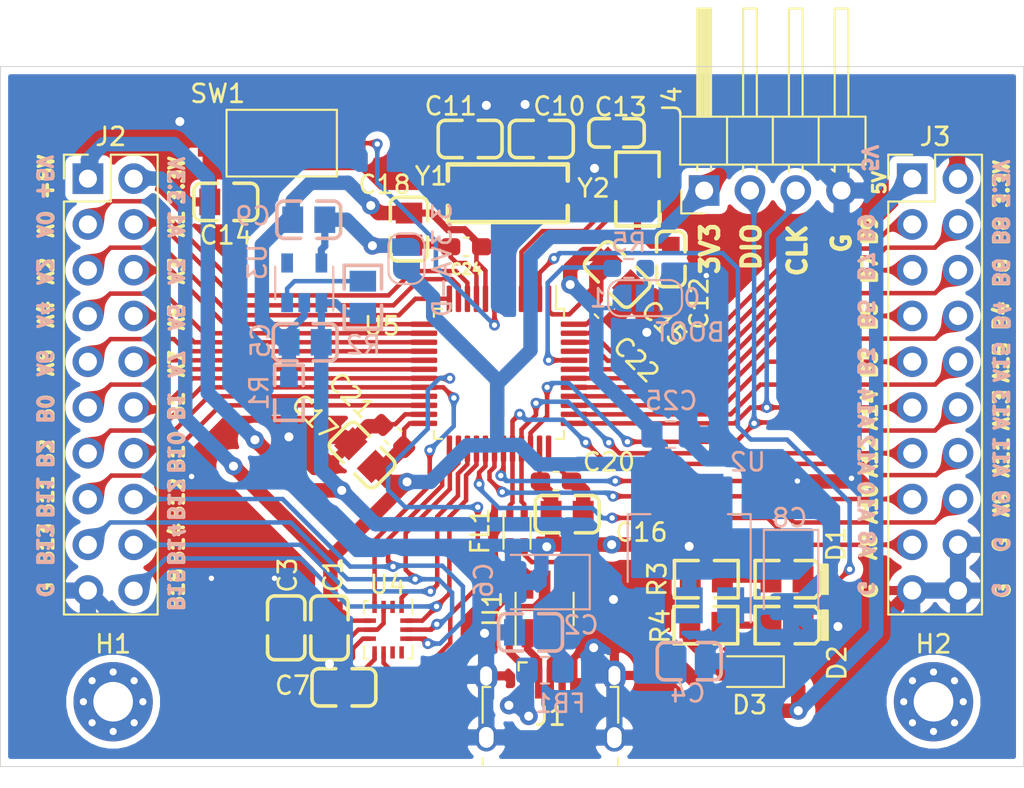
<source format=kicad_pcb>
(kicad_pcb (version 20171130) (host pcbnew "(5.1.12)-1")
  (layers (0 F.Cu signal) (31 B.Cu signal) (34 B.Paste user) (35 F.Paste user) (36 B.SilkS user) (37 F.SilkS user) (38 B.Mask user) (39 F.Mask user) (44 Edge.Cuts user))
  (net 0 "")
  (net 1 GNDD)
  (net 2 +3V3)
  (net 3 +5V)
  (net 4 GNDA)
  (net 5 +3.3VA)
  (net 6 /OSC32_IN)
  (net 7 /OSC32_OUT)
  (net 8 /RST)
  (net 9 /LED_STATE)
  (net 10 "Net-(D1-PadA)")
  (net 11 "Net-(D2-PadA)")
  (net 12 "Net-(J1-Pad3)")
  (net 13 "Net-(J1-Pad4)")
  (net 14 "Net-(J1-Pad2)")
  (net 15 /PA15)
  (net 16 /PA14)
  (net 17 /PA13)
  (net 18 /PA12)
  (net 19 /PA11)
  (net 20 /PA10)
  (net 21 /PA9)
  (net 22 /PA8)
  (net 23 /PA7)
  (net 24 /PA6)
  (net 25 /PA5)
  (net 26 /PA4)
  (net 27 /PA3)
  (net 28 /PA2)
  (net 29 /PA1)
  (net 30 /PA0)
  (net 31 /PB15)
  (net 32 /PB14)
  (net 33 /PB13)
  (net 34 /PB12)
  (net 35 /PB11)
  (net 36 /PB10)
  (net 37 /PB9)
  (net 38 /PB8)
  (net 39 /PB7)
  (net 40 /PB6)
  (net 41 /PB5)
  (net 42 /PB4)
  (net 43 /PB3)
  (net 44 /IMU_INT2)
  (net 45 /IMU_INT1)
  (net 46 /PB0)
  (net 47 /BOOT)
  (net 48 "Net-(R2-Pad2)")
  (net 49 "Net-(U3-Pad4)")
  (net 50 "Net-(U4-Pad11)")
  (net 51 "Net-(U4-Pad10)")
  (net 52 /OSC_P)
  (net 53 /OSC_N)
  (net 54 "Net-(FB1-Pad2)")
  (net 55 "Net-(FL1-Pad4)")
  (net 56 "Net-(FL1-Pad1)")
  (net 57 "Net-(JP2-Pad2)")
  (module Resistor_SMD:R_0603_1608Metric_Pad0.98x0.95mm_HandSolder (layer B.Cu) (at 108 90.1 180)
    (fp_text reference R5 (at 0 1.43) (layer B.SilkS) (effects (justify mirror)))
    (fp_text value 10k)
    (pad 2 smd roundrect (at 0.9125 0 180) (size 0.975 0.95) (layers B.Cu B.Paste B.Mask) (net 47 /BOOT))
    (pad 1 smd roundrect (at -0.9125 0 180) (size 0.975 0.95) (layers B.Cu B.Paste B.Mask) (net 57 "Net-(JP2-Pad2)"))
  )
  (module lc_lib:0603_C (layer F.Cu) (at 110.33 89.58 90)
    (fp_text reference C12 (at -2.47 1.57 90) (layer F.SilkS))
    (fp_text value 0805_12pF__120_5%_50V)
    (pad 2 smd rect (at 0.77 0 90) (size 0.93 0.98) (layers F.Cu F.Paste F.Mask) (net 6 /OSC32_IN))
    (pad 1 smd rect (at -0.77 0 90) (size 0.93 0.98) (layers F.Cu F.Paste F.Mask) (net 1 GNDD))
  )
  (module Connector_PinHeader_2.54mm:PinHeader_1x04_P2.54mm_Horizontal (layer F.Cu) (at 112.18 85.78 90)
    (fp_text reference J4 (at 4.93 -1.78 90) (layer F.SilkS))
    (fp_text value Conn_01x04)
    (pad 4 thru_hole oval (at 0 7.62 90) (size 1.7 1.7) (drill 1) (layers *.Cu *.Mask) (net 1 GNDD))
    (pad 3 thru_hole oval (at 0 5.08 90) (size 1.7 1.7) (drill 1) (layers *.Cu *.Mask) (net 16 /PA14))
    (pad 2 thru_hole oval (at 0 2.54 90) (size 1.7 1.7) (drill 1) (layers *.Cu *.Mask) (net 17 /PA13))
    (pad 1 thru_hole rect (at 0 0 90) (size 1.7 1.7) (drill 1) (layers *.Cu *.Mask) (net 2 +3V3))
  )
  (module lc_lib:0805_C (layer F.Cu) (at 103.15 82.92)
    (fp_text reference C10 (at 1 -1.82) (layer F.SilkS))
    (fp_text value 0805_20pF__200_5%_50V)
    (pad 2 smd rect (at 0.89 0) (size 1.16 1.47) (layers F.Cu F.Paste F.Mask) (net 52 /OSC_P))
    (pad 1 smd rect (at -0.89 0) (size 1.16 1.47) (layers F.Cu F.Paste F.Mask) (net 1 GNDD))
  )
  (module Connector_USB:USB_MicroB (layer F.Cu) (at 103.65 115.5)
    (fp_text reference J1 (at 0 -0.5334) (layer F.SilkS))
    (fp_text value USB_B_Micro)
    (pad 2 smd rect (at -0.65 -2.408) (size 0.4 1.75) (layers F.Cu F.Paste F.Mask) (net 14 "Net-(J1-Pad2)"))
    (pad 1 smd rect (at -1.3 -2.408) (size 0.4 1.75) (layers F.Cu F.Paste F.Mask) (net 54 "Net-(FB1-Pad2)"))
    (pad 4 smd rect (at 0.65 -2.408) (size 0.4 1.75) (layers F.Cu F.Paste F.Mask) (net 13 "Net-(J1-Pad4)"))
    (pad 6 thru_hole oval (at -3.5652 -2.785) (size 1.25 1.65) (drill oval 0.65 1.05) (layers *.Cu *.Mask) (net 1 GNDD))
    (pad 6 thru_hole oval (at -3.55 0.6286) (size 1.2 1.55) (drill oval 0.8 1.15) (layers *.Cu *.Mask) (net 1 GNDD))
    (pad 6 thru_hole oval (at 3.55 0.642) (size 1.2 1.55) (drill oval 0.8 1.15) (layers *.Cu *.Mask) (net 1 GNDD))
    (pad 3 smd rect (at 0 -2.408) (size 0.4 1.75) (layers F.Cu F.Paste F.Mask) (net 12 "Net-(J1-Pad3)"))
    (pad 6 thru_hole oval (at 3.55 -2.808) (size 1.25 1.65) (drill oval 0.65 1.05) (layers *.Cu *.Mask) (net 1 GNDD))
    (pad 5 smd rect (at 1.3 -2.408) (size 0.4 1.75) (layers F.Cu F.Paste F.Mask) (net 1 GNDD))
  )
  (module Package_TO_SOT_SMD:SOT-23-6_Handsoldering (layer F.Cu) (at 103.33 109 90)
    (fp_text reference U1 (at 0 -2.9 90) (layer F.SilkS))
    (fp_text value USBLC6-2SC6)
    (pad 5 smd rect (at 1.35 0 90) (size 1.56 0.65) (layers F.Cu F.Paste F.Mask) (net 54 "Net-(FB1-Pad2)"))
    (pad 6 smd rect (at 1.35 -0.95 90) (size 1.56 0.65) (layers F.Cu F.Paste F.Mask) (net 56 "Net-(FL1-Pad1)"))
    (pad 4 smd rect (at 1.35 0.95 90) (size 1.56 0.65) (layers F.Cu F.Paste F.Mask) (net 55 "Net-(FL1-Pad4)"))
    (pad 3 smd rect (at -1.35 0.95 90) (size 1.56 0.65) (layers F.Cu F.Paste F.Mask) (net 12 "Net-(J1-Pad3)"))
    (pad 2 smd rect (at -1.35 0 90) (size 1.56 0.65) (layers F.Cu F.Paste F.Mask) (net 1 GNDD))
    (pad 1 smd rect (at -1.35 -0.95 90) (size 1.56 0.65) (layers F.Cu F.Paste F.Mask) (net 14 "Net-(J1-Pad2)"))
  )
  (module Core:DLW21SN900SQ2L (layer F.Cu) (at 101.8 104.67 90)
    (fp_text reference FL1 (at 0 -2.05 90) (layer F.SilkS))
    (fp_text value EMI_Filter_LL)
    (pad 3 smd rect (at 0.85 0.4 90) (size 0.9 0.4) (layers F.Cu F.Paste F.Mask) (net 18 /PA12))
    (pad 4 smd rect (at -0.85 0.4 90) (size 0.9 0.4) (layers F.Cu F.Paste F.Mask) (net 55 "Net-(FL1-Pad4)"))
    (pad 2 smd rect (at 0.85 -0.4 90) (size 0.9 0.4) (layers F.Cu F.Paste F.Mask) (net 19 /PA11))
    (pad 1 smd rect (at -0.85 -0.4 90) (size 0.9 0.4) (layers F.Cu F.Paste F.Mask) (net 56 "Net-(FL1-Pad1)"))
  )
  (module Resistor_SMD:R_0805_2012Metric_Pad1.20x1.40mm_HandSolder (layer B.Cu) (at 103.35 112.4 180)
    (fp_text reference FB1 (at -0.85 -1.85) (layer B.SilkS) (effects (justify mirror)))
    (fp_text value FB)
    (pad 2 smd roundrect (at 1 0 180) (size 1.2 1.4) (layers B.Cu B.Paste B.Mask) (roundrect_rratio 0.2083325) (net 54 "Net-(FB1-Pad2)"))
    (pad 1 smd roundrect (at -1 0 180) (size 1.2 1.4) (layers B.Cu B.Paste B.Mask) (roundrect_rratio 0.2083325) (net 3 +5V))
  )
  (module Diode_SMD:D_SOD-323_HandSoldering (layer F.Cu) (at 114.7 112.48 180)
    (fp_text reference D3 (at 0 -1.85) (layer F.SilkS))
    (fp_text value CUS10S30)
    (pad 2 smd rect (at 1.25 0 180) (size 1 1) (layers F.Cu F.Paste F.Mask) (net 2 +3V3))
    (pad 1 smd rect (at -1.25 0 180) (size 1 1) (layers F.Cu F.Paste F.Mask) (net 3 +5V))
  )
  (module Capacitor_SMD:C_0805_2012Metric_Pad1.18x1.45mm_HandSolder (layer B.Cu) (at 110.32 99.32)
    (fp_text reference C25 (at 0.03 -1.87) (layer B.SilkS) (effects (justify mirror)))
    (fp_text value 4.7uF)
    (pad 2 smd roundrect (at 1.0375 0) (size 1.175 1.45) (layers B.Cu B.Paste B.Mask) (roundrect_rratio 0.2127659574468085) (net 1 GNDD))
    (pad 1 smd roundrect (at -1.0375 0) (size 1.175 1.45) (layers B.Cu B.Paste B.Mask) (roundrect_rratio 0.2127659574468085) (net 2 +3V3))
  )
  (module Capacitor_SMD:C_0603_1608Metric_Pad1.08x0.95mm_HandSolder (layer F.Cu) (at 98.98 88.9)
    (fp_text reference C24 (at 0.02 1.25) (layer F.SilkS) (effects (font (size 0.6 0.6))))
    (fp_text value 10nF)
    (pad 2 smd roundrect (at 0.8625 0) (size 1.075 0.95) (layers F.Cu F.Paste F.Mask) (net 4 GNDA))
    (pad 1 smd roundrect (at -0.8625 0) (size 1.075 0.95) (layers F.Cu F.Paste F.Mask) (net 5 +3.3VA))
  )
  (module Capacitor_SMD:C_0603_1608Metric_Pad1.08x0.95mm_HandSolder (layer F.Cu) (at 106.57 92.39 315)
    (fp_text reference C22 (at 3.24562 0.657609 135) (layer F.SilkS))
    (fp_text value 10nF)
    (pad 2 smd roundrect (at 0.8625 0 315) (size 1.075 0.95) (layers F.Cu F.Paste F.Mask) (net 1 GNDD))
    (pad 1 smd roundrect (at -0.8625 0 315) (size 1.075 0.95) (layers F.Cu F.Paste F.Mask) (net 2 +3V3))
  )
  (module Capacitor_SMD:C_0603_1608Metric_Pad1.08x0.95mm_HandSolder (layer F.Cu) (at 94.93 99.4 135)
    (fp_text reference C21 (at 3.238549 -0.056569 135) (layer F.SilkS))
    (fp_text value 10nF)
    (pad 2 smd roundrect (at 0.8625 0 135) (size 1.075 0.95) (layers F.Cu F.Paste F.Mask) (net 1 GNDD))
    (pad 1 smd roundrect (at -0.8625 0 135) (size 1.075 0.95) (layers F.Cu F.Paste F.Mask) (net 2 +3V3))
  )
  (module Capacitor_SMD:C_0603_1608Metric_Pad1.08x0.95mm_HandSolder (layer F.Cu) (at 103.96 101.9 180)
    (fp_text reference C20 (at -2.94 1.05) (layer F.SilkS))
    (fp_text value 10nF)
    (pad 2 smd roundrect (at 0.8625 0 180) (size 1.075 0.95) (layers F.Cu F.Paste F.Mask) (net 1 GNDD))
    (pad 1 smd roundrect (at -0.8625 0 180) (size 1.075 0.95) (layers F.Cu F.Paste F.Mask) (net 2 +3V3))
  )
  (module lc_lib:0603_C (layer F.Cu) (at 107.32 82.58)
    (fp_text reference C13 (at 0.23 -1.439276) (layer F.SilkS))
    (fp_text value 0805_12pF__120_5%_50V)
    (pad 2 smd rect (at 0.77 0) (size 0.93 0.98) (layers F.Cu F.Paste F.Mask) (net 7 /OSC32_OUT))
    (pad 1 smd rect (at -0.77 0) (size 0.93 0.98) (layers F.Cu F.Paste F.Mask) (net 1 GNDD))
  )
  (module MountingHole:MountingHole_2.2mm_M2_Pad_Via (layer F.Cu) (at 124.9 114.15)
    (fp_text reference H2 (at 0 -3.2) (layer F.SilkS))
    (fp_text value MountingHole)
    (pad 1 thru_hole circle (at 1.166726 -1.166726) (size 0.7 0.7) (drill 0.4) (layers *.Cu *.Mask))
    (pad 1 thru_hole circle (at 0 -1.65) (size 0.7 0.7) (drill 0.4) (layers *.Cu *.Mask))
    (pad 1 thru_hole circle (at -1.166726 -1.166726) (size 0.7 0.7) (drill 0.4) (layers *.Cu *.Mask))
    (pad 1 thru_hole circle (at -1.65 0) (size 0.7 0.7) (drill 0.4) (layers *.Cu *.Mask))
    (pad 1 thru_hole circle (at -1.166726 1.166726) (size 0.7 0.7) (drill 0.4) (layers *.Cu *.Mask))
    (pad 1 thru_hole circle (at 0 1.65) (size 0.7 0.7) (drill 0.4) (layers *.Cu *.Mask))
    (pad 1 thru_hole circle (at 1.166726 1.166726) (size 0.7 0.7) (drill 0.4) (layers *.Cu *.Mask))
    (pad 1 thru_hole circle (at 1.65 0) (size 0.7 0.7) (drill 0.4) (layers *.Cu *.Mask))
    (pad 1 thru_hole circle (at 0 0) (size 4.4 4.4) (drill 2.2) (layers *.Cu *.Mask))
  )
  (module MountingHole:MountingHole_2.2mm_M2_Pad_Via (layer F.Cu) (at 79.4 114.15)
    (fp_text reference H1 (at 0 -3.2) (layer F.SilkS))
    (fp_text value MountingHole)
    (pad 1 thru_hole circle (at 1.166726 -1.166726) (size 0.7 0.7) (drill 0.4) (layers *.Cu *.Mask))
    (pad 1 thru_hole circle (at 0 -1.65) (size 0.7 0.7) (drill 0.4) (layers *.Cu *.Mask))
    (pad 1 thru_hole circle (at -1.166726 -1.166726) (size 0.7 0.7) (drill 0.4) (layers *.Cu *.Mask))
    (pad 1 thru_hole circle (at -1.65 0) (size 0.7 0.7) (drill 0.4) (layers *.Cu *.Mask))
    (pad 1 thru_hole circle (at -1.166726 1.166726) (size 0.7 0.7) (drill 0.4) (layers *.Cu *.Mask))
    (pad 1 thru_hole circle (at 0 1.65) (size 0.7 0.7) (drill 0.4) (layers *.Cu *.Mask))
    (pad 1 thru_hole circle (at 1.166726 1.166726) (size 0.7 0.7) (drill 0.4) (layers *.Cu *.Mask))
    (pad 1 thru_hole circle (at 1.65 0) (size 0.7 0.7) (drill 0.4) (layers *.Cu *.Mask))
    (pad 1 thru_hole circle (at 0 0) (size 4.4 4.4) (drill 2.2) (layers *.Cu *.Mask))
  )
  (module Connector_USB:USB_MicroB (layer F.Cu) (at 103.65 115.5)
    (fp_text reference J1 (at 0 -0.5334) (layer F.SilkS))
    (fp_text value USB_B_Micro)
    (pad 5 smd rect (at 1.3 -2.408) (size 0.4 1.75) (layers F.Cu F.Paste F.Mask) (net 1 GNDD))
    (pad 6 thru_hole oval (at 3.55 -2.808) (size 1.25 1.65) (drill oval 0.65 1.05) (layers *.Cu *.Mask) (net 1 GNDD))
    (pad 3 smd rect (at 0 -2.408) (size 0.4 1.75) (layers F.Cu F.Paste F.Mask) (net 12 "Net-(J1-Pad3)"))
    (pad 6 thru_hole oval (at 3.55 0.642) (size 1.2 1.55) (drill oval 0.8 1.15) (layers *.Cu *.Mask) (net 1 GNDD))
    (pad 6 thru_hole oval (at -3.55 0.6286) (size 1.2 1.55) (drill oval 0.8 1.15) (layers *.Cu *.Mask) (net 1 GNDD))
    (pad 6 thru_hole oval (at -3.5652 -2.785) (size 1.25 1.65) (drill oval 0.65 1.05) (layers *.Cu *.Mask) (net 1 GNDD))
    (pad 4 smd rect (at 0.65 -2.408) (size 0.4 1.75) (layers F.Cu F.Paste F.Mask) (net 13 "Net-(J1-Pad4)"))
    (pad 1 smd rect (at -1.3 -2.408) (size 0.4 1.75) (layers F.Cu F.Paste F.Mask) (net 54 "Net-(FB1-Pad2)"))
    (pad 2 smd rect (at -0.65 -2.408) (size 0.4 1.75) (layers F.Cu F.Paste F.Mask) (net 14 "Net-(J1-Pad2)"))
  )
  (module Package_TO_SOT_SMD:SOT-223-3_TabPin2 (layer B.Cu) (at 111.35 105.65 90)
    (fp_text reference U2 (at 4.8 3.25 180) (layer B.SilkS) (effects (justify mirror)))
    (fp_text value AMS1117-3.3)
    (pad 1 smd rect (at -3.15 2.3 90) (size 2 1.5) (layers B.Cu B.Paste B.Mask) (net 1 GNDD))
    (pad 3 smd rect (at -3.15 -2.3 90) (size 2 1.5) (layers B.Cu B.Paste B.Mask) (net 3 +5V))
    (pad 2 smd rect (at -3.15 0 90) (size 2 1.5) (layers B.Cu B.Paste B.Mask) (net 2 +3V3))
    (pad 2 smd rect (at 3.15 0 90) (size 2 3.8) (layers B.Cu B.Paste B.Mask) (net 2 +3V3))
  )
  (module lc_lib:0805_C (layer B.Cu) (at 111.35 111.9)
    (fp_text reference C4 (at -0.075 1.775 180) (layer B.SilkS) (effects (justify mirror)))
    (fp_text value 0805_10uF__106_10%_25V)
    (pad 2 smd rect (at 0.89 0) (size 1.16 1.47) (layers B.Cu B.Paste B.Mask) (net 1 GNDD))
    (pad 1 smd rect (at -0.89 0) (size 1.16 1.47) (layers B.Cu B.Paste B.Mask) (net 3 +5V))
  )
  (module Capacitor_Tantalum_SMD:CP_EIA-3528-21_Kemet-B_Pad1.50x2.35mm_HandSolder (layer B.Cu) (at 117 107.25 270)
    (fp_text reference C8 (at -3.3 0.075 180) (layer B.SilkS) (effects (justify mirror)))
    (fp_text value 22uF_CASE-B_3258)
    (pad 2 smd roundrect (at 1.625 0 270) (size 1.5 2.35) (layers B.Cu B.Paste B.Mask) (roundrect_rratio 0.1666666666666667) (net 1 GNDD))
    (pad 1 smd roundrect (at -1.625 0 270) (size 1.5 2.35) (layers B.Cu B.Paste B.Mask) (roundrect_rratio 0.1666666666666667) (net 2 +3V3))
  )
  (module lc_lib:SMD-3215_2P_FC_-_135 (layer F.Cu) (at 108.48 85.7 90)
    (fp_text reference Y2 (at 0.05 -2.43 180) (layer F.SilkS))
    (fp_text value SMD-3215_2P_32.768KHz_20ppm_12.5pF)
    (pad 2 smd rect (at 1.25 0 90) (size 1 1.8) (layers F.Cu F.Paste F.Mask) (net 7 /OSC32_OUT))
    (pad 1 smd rect (at -1.25 0 90) (size 1 1.8) (layers F.Cu F.Paste F.Mask) (net 6 /OSC32_IN))
  )
  (module lc_lib:SMD-5032_2P (layer F.Cu) (at 101.29 85.93 180)
    (fp_text reference Y1 (at 4.25 0.95) (layer F.SilkS))
    (fp_text value SMD-5032_2P_8MHz_20ppm_20pF)
    (pad 2 smd rect (at 2.05 0 270) (size 2.4 1.9) (layers F.Cu F.Paste F.Mask) (net 53 /OSC_N))
    (pad 1 smd rect (at -2.05 0 270) (size 2.4 1.9) (layers F.Cu F.Paste F.Mask) (net 52 /OSC_P))
  )
  (module Package_QFP:LQFP-48_7x7mm_P0.5mm (layer F.Cu) (at 100.8 95.95 270)
    (fp_text reference U5 (at -2.65 6.5 180) (layer F.SilkS))
    (fp_text value STM32F302C8Tx)
    (pad 48 smd roundrect (at -2.75 -4.1625 270) (size 0.3 1.475) (layers F.Cu F.Paste F.Mask) (net 2 +3V3))
    (pad 47 smd roundrect (at -2.25 -4.1625 270) (size 0.3 1.475) (layers F.Cu F.Paste F.Mask) (net 1 GNDD))
    (pad 46 smd roundrect (at -1.75 -4.1625 270) (size 0.3 1.475) (layers F.Cu F.Paste F.Mask) (net 37 /PB9))
    (pad 45 smd roundrect (at -1.25 -4.1625 270) (size 0.3 1.475) (layers F.Cu F.Paste F.Mask) (net 38 /PB8))
    (pad 44 smd roundrect (at -0.75 -4.1625 270) (size 0.3 1.475) (layers F.Cu F.Paste F.Mask) (net 47 /BOOT))
    (pad 43 smd roundrect (at -0.25 -4.1625 270) (size 0.3 1.475) (layers F.Cu F.Paste F.Mask) (net 39 /PB7))
    (pad 42 smd roundrect (at 0.25 -4.1625 270) (size 0.3 1.475) (layers F.Cu F.Paste F.Mask) (net 40 /PB6))
    (pad 41 smd roundrect (at 0.75 -4.1625 270) (size 0.3 1.475) (layers F.Cu F.Paste F.Mask) (net 41 /PB5))
    (pad 40 smd roundrect (at 1.25 -4.1625 270) (size 0.3 1.475) (layers F.Cu F.Paste F.Mask) (net 42 /PB4))
    (pad 39 smd roundrect (at 1.75 -4.1625 270) (size 0.3 1.475) (layers F.Cu F.Paste F.Mask) (net 43 /PB3))
    (pad 38 smd roundrect (at 2.25 -4.1625 270) (size 0.3 1.475) (layers F.Cu F.Paste F.Mask) (net 15 /PA15))
    (pad 37 smd roundrect (at 2.75 -4.1625 270) (size 0.3 1.475) (layers F.Cu F.Paste F.Mask) (net 16 /PA14))
    (pad 36 smd roundrect (at 4.1625 -2.75 270) (size 1.475 0.3) (layers F.Cu F.Paste F.Mask) (net 2 +3V3))
    (pad 35 smd roundrect (at 4.1625 -2.25 270) (size 1.475 0.3) (layers F.Cu F.Paste F.Mask) (net 1 GNDD))
    (pad 34 smd roundrect (at 4.1625 -1.75 270) (size 1.475 0.3) (layers F.Cu F.Paste F.Mask) (net 17 /PA13))
    (pad 33 smd roundrect (at 4.1625 -1.25 270) (size 1.475 0.3) (layers F.Cu F.Paste F.Mask) (net 18 /PA12))
    (pad 32 smd roundrect (at 4.1625 -0.75 270) (size 1.475 0.3) (layers F.Cu F.Paste F.Mask) (net 19 /PA11))
    (pad 31 smd roundrect (at 4.1625 -0.25 270) (size 1.475 0.3) (layers F.Cu F.Paste F.Mask) (net 20 /PA10))
    (pad 30 smd roundrect (at 4.1625 0.25 270) (size 1.475 0.3) (layers F.Cu F.Paste F.Mask) (net 21 /PA9))
    (pad 29 smd roundrect (at 4.1625 0.75 270) (size 1.475 0.3) (layers F.Cu F.Paste F.Mask) (net 22 /PA8))
    (pad 28 smd roundrect (at 4.1625 1.25 270) (size 1.475 0.3) (layers F.Cu F.Paste F.Mask) (net 31 /PB15))
    (pad 27 smd roundrect (at 4.1625 1.75 270) (size 1.475 0.3) (layers F.Cu F.Paste F.Mask) (net 32 /PB14))
    (pad 26 smd roundrect (at 4.1625 2.25 270) (size 1.475 0.3) (layers F.Cu F.Paste F.Mask) (net 33 /PB13))
    (pad 25 smd roundrect (at 4.1625 2.75 270) (size 1.475 0.3) (layers F.Cu F.Paste F.Mask) (net 34 /PB12))
    (pad 24 smd roundrect (at 2.75 4.1625 270) (size 0.3 1.475) (layers F.Cu F.Paste F.Mask) (net 2 +3V3))
    (pad 23 smd roundrect (at 2.25 4.1625 270) (size 0.3 1.475) (layers F.Cu F.Paste F.Mask) (net 1 GNDD))
    (pad 22 smd roundrect (at 1.75 4.1625 270) (size 0.3 1.475) (layers F.Cu F.Paste F.Mask) (net 35 /PB11))
    (pad 21 smd roundrect (at 1.25 4.1625 270) (size 0.3 1.475) (layers F.Cu F.Paste F.Mask) (net 36 /PB10))
    (pad 20 smd roundrect (at 0.75 4.1625 270) (size 0.3 1.475) (layers F.Cu F.Paste F.Mask) (net 45 /IMU_INT1))
    (pad 19 smd roundrect (at 0.25 4.1625 270) (size 0.3 1.475) (layers F.Cu F.Paste F.Mask) (net 44 /IMU_INT2))
    (pad 18 smd roundrect (at -0.25 4.1625 270) (size 0.3 1.475) (layers F.Cu F.Paste F.Mask) (net 46 /PB0))
    (pad 17 smd roundrect (at -0.75 4.1625 270) (size 0.3 1.475) (layers F.Cu F.Paste F.Mask) (net 23 /PA7))
    (pad 16 smd roundrect (at -1.25 4.1625 270) (size 0.3 1.475) (layers F.Cu F.Paste F.Mask) (net 24 /PA6))
    (pad 15 smd roundrect (at -1.75 4.1625 270) (size 0.3 1.475) (layers F.Cu F.Paste F.Mask) (net 25 /PA5))
    (pad 14 smd roundrect (at -2.25 4.1625 270) (size 0.3 1.475) (layers F.Cu F.Paste F.Mask) (net 26 /PA4))
    (pad 13 smd roundrect (at -2.75 4.1625 270) (size 0.3 1.475) (layers F.Cu F.Paste F.Mask) (net 27 /PA3))
    (pad 12 smd roundrect (at -4.1625 2.75 270) (size 1.475 0.3) (layers F.Cu F.Paste F.Mask) (net 28 /PA2))
    (pad 11 smd roundrect (at -4.1625 2.25 270) (size 1.475 0.3) (layers F.Cu F.Paste F.Mask) (net 29 /PA1))
    (pad 10 smd roundrect (at -4.1625 1.75 270) (size 1.475 0.3) (layers F.Cu F.Paste F.Mask) (net 30 /PA0))
    (pad 9 smd roundrect (at -4.1625 1.25 270) (size 1.475 0.3) (layers F.Cu F.Paste F.Mask) (net 5 +3.3VA))
    (pad 8 smd roundrect (at -4.1625 0.75 270) (size 1.475 0.3) (layers F.Cu F.Paste F.Mask) (net 4 GNDA))
    (pad 7 smd roundrect (at -4.1625 0.25 270) (size 1.475 0.3) (layers F.Cu F.Paste F.Mask) (net 8 /RST))
    (pad 6 smd roundrect (at -4.1625 -0.25 270) (size 1.475 0.3) (layers F.Cu F.Paste F.Mask) (net 53 /OSC_N))
    (pad 5 smd roundrect (at -4.1625 -0.75 270) (size 1.475 0.3) (layers F.Cu F.Paste F.Mask) (net 52 /OSC_P))
    (pad 4 smd roundrect (at -4.1625 -1.25 270) (size 1.475 0.3) (layers F.Cu F.Paste F.Mask) (net 7 /OSC32_OUT))
    (pad 3 smd roundrect (at -4.1625 -1.75 270) (size 1.475 0.3) (layers F.Cu F.Paste F.Mask) (net 6 /OSC32_IN))
    (pad 2 smd roundrect (at -4.1625 -2.25 270) (size 1.475 0.3) (layers F.Cu F.Paste F.Mask) (net 9 /LED_STATE))
    (pad 1 smd roundrect (at -4.1625 -2.75 270) (size 1.475 0.3) (layers F.Cu F.Paste F.Mask) (net 2 +3V3))
  )
  (module Package_LGA:Bosch_LGA-14_3x2.5mm_P0.5mm (layer F.Cu) (at 94.65 110.15 270)
    (fp_text reference U4 (at -2.5 0.025 180) (layer F.SilkS))
    (fp_text value QMI8658C)
    (pad 11 smd rect (at 1.2625 -0.75 270) (size 0.675 0.25) (layers F.Cu F.Paste F.Mask) (net 50 "Net-(U4-Pad11)"))
    (pad 10 smd rect (at 1.2625 -0.25 270) (size 0.675 0.25) (layers F.Cu F.Paste F.Mask) (net 51 "Net-(U4-Pad10)"))
    (pad 9 smd rect (at 1.2625 0.25 270) (size 0.675 0.25) (layers F.Cu F.Paste F.Mask) (net 44 /IMU_INT2))
    (pad 8 smd rect (at 1.2625 0.75 270) (size 0.675 0.25) (layers F.Cu F.Paste F.Mask) (net 2 +3V3))
    (pad 4 smd rect (at -1.2625 0.75 270) (size 0.675 0.25) (layers F.Cu F.Paste F.Mask) (net 45 /IMU_INT1))
    (pad 3 smd rect (at -1.2625 0.25 270) (size 0.675 0.25) (layers F.Cu F.Paste F.Mask) (net 1 GNDD))
    (pad 2 smd rect (at -1.2625 -0.25 270) (size 0.675 0.25) (layers F.Cu F.Paste F.Mask) (net 1 GNDD))
    (pad 1 smd rect (at -1.2625 -0.75 270) (size 0.675 0.25) (layers F.Cu F.Paste F.Mask) (net 32 /PB14))
    (pad 7 smd rect (at 0.5 1.0125 270) (size 0.25 0.675) (layers F.Cu F.Paste F.Mask) (net 1 GNDD))
    (pad 6 smd rect (at 0 1.0125 270) (size 0.25 0.675) (layers F.Cu F.Paste F.Mask) (net 1 GNDD))
    (pad 5 smd rect (at -0.5 1.0125 270) (size 0.25 0.675) (layers F.Cu F.Paste F.Mask) (net 2 +3V3))
    (pad 12 smd rect (at 0.5 -1.0125 270) (size 0.25 0.675) (layers F.Cu F.Paste F.Mask) (net 34 /PB12))
    (pad 14 smd rect (at -0.5 -1.0125 270) (size 0.25 0.675) (layers F.Cu F.Paste F.Mask) (net 31 /PB15))
    (pad 13 smd rect (at 0 -1.0125 270) (size 0.25 0.675) (layers F.Cu F.Paste F.Mask) (net 33 /PB13))
  )
  (module Package_TO_SOT_SMD:SOT-23-5 (layer B.Cu) (at 90 90.9 90)
    (fp_text reference U3 (at 1.15 -2.6 90) (layer B.SilkS) (effects (justify mirror)))
    (fp_text value LP5907MFX-3.3)
    (pad 5 smd rect (at 1.1 0.95 90) (size 1.06 0.65) (layers B.Cu B.Paste B.Mask) (net 5 +3.3VA))
    (pad 4 smd rect (at 1.1 -0.95 90) (size 1.06 0.65) (layers B.Cu B.Paste B.Mask) (net 49 "Net-(U3-Pad4)"))
    (pad 3 smd rect (at -1.1 -0.95 90) (size 1.06 0.65) (layers B.Cu B.Paste B.Mask) (net 48 "Net-(R2-Pad2)"))
    (pad 2 smd rect (at -1.1 0 90) (size 1.06 0.65) (layers B.Cu B.Paste B.Mask) (net 4 GNDA))
    (pad 1 smd rect (at -1.1 0.95 90) (size 1.06 0.65) (layers B.Cu B.Paste B.Mask) (net 3 +5V))
  )
  (module Button_Switch_SMD:SW_SPST_CK_RS282G05A3 (layer F.Cu) (at 88.75 83.15)
    (fp_text reference SW1 (at -3.55 -2.75) (layer F.SilkS))
    (fp_text value SW_Push)
    (pad 2 smd rect (at 3.9 0) (size 1.5 1.5) (layers F.Cu F.Paste F.Mask) (net 8 /RST))
    (pad 1 smd rect (at -3.9 0) (size 1.5 1.5) (layers F.Cu F.Paste F.Mask) (net 1 GNDD))
  )
  (module lc_lib:0805_R (layer F.Cu) (at 112.275 109.9)
    (fp_text reference R4 (at -2.525 0.05 90) (layer F.SilkS))
    (fp_text value 0805_2KΩ__2001_1%)
    (pad 2 smd rect (at 0.89 0) (size 1.16 1.47) (layers F.Cu F.Paste F.Mask) (net 11 "Net-(D2-PadA)"))
    (pad 1 smd rect (at -0.89 0) (size 1.16 1.47) (layers F.Cu F.Paste F.Mask) (net 2 +3V3))
  )
  (module lc_lib:0805_R (layer F.Cu) (at 112.3 107.35)
    (fp_text reference R3 (at -2.725 0 90) (layer F.SilkS))
    (fp_text value 0805_2KΩ__2001_1%)
    (pad 2 smd rect (at 0.89 0) (size 1.16 1.47) (layers F.Cu F.Paste F.Mask) (net 10 "Net-(D1-PadA)"))
    (pad 1 smd rect (at -0.89 0) (size 1.16 1.47) (layers F.Cu F.Paste F.Mask) (net 2 +3V3))
  )
  (module lc_lib:0805_R (layer B.Cu) (at 93.25 91.7 90)
    (fp_text reference R2 (at -2.65 0.025 180) (layer B.SilkS) (effects (justify mirror)))
    (fp_text value 0805_2KΩ__2001_1%)
    (pad 2 smd rect (at 0.89 0 90) (size 1.16 1.47) (layers B.Cu B.Paste B.Mask) (net 48 "Net-(R2-Pad2)"))
    (pad 1 smd rect (at -0.89 0 90) (size 1.16 1.47) (layers B.Cu B.Paste B.Mask) (net 3 +5V))
  )
  (module lc_lib:0603_R (layer B.Cu) (at 89.15 97 90)
    (fp_text reference R1 (at 0 -1.65 90) (layer B.SilkS) (effects (justify mirror)))
    (fp_text value 0603_1Ω__1R00_1%)
    (pad 2 smd rect (at 0.77 0 90) (size 0.93 0.98) (layers B.Cu B.Paste B.Mask) (net 4 GNDA))
    (pad 1 smd rect (at -0.77 0 90) (size 0.93 0.98) (layers B.Cu B.Paste B.Mask) (net 1 GNDD))
  )
  (module Jumper:SolderJumper-3_P1.3mm_Open_RoundedPad1.0x1.5mm_NumberLabels (layer B.Cu) (at 108.9 91.75)
    (fp_text reference JP2 hide)
    (fp_text value SolderJumper_3_Open)
    (fp_text user 1 (at -2.6 0) (layer B.SilkS) (effects (justify mirror)))
    (fp_text user 0 (at 2.6 0) (layer B.SilkS) (effects (justify mirror)))
    (pad 2 smd rect (at 0 0) (size 1 1.5) (layers B.Cu B.Mask) (net 57 "Net-(JP2-Pad2)"))
    (pad 3 smd custom (at 1.3 0) (size 1 0.5) (layers B.Cu B.Mask) (net 1 GNDD) (options (clearance outline) (anchor rect)) (primitives (gr_circle (center 0 -0.25) (end 0.5 -0.25) (width 0)) (gr_circle (center 0 0.25) (end 0.5 0.25) (width 0)) (gr_poly (pts (xy -0.55 0.75) (xy 0 0.75) (xy 0 -0.75) (xy -0.55 -0.75)) (width 0))))
    (pad 1 smd custom (at -1.3 0) (size 1 0.5) (layers B.Cu B.Mask) (net 2 +3V3) (options (clearance outline) (anchor rect)) (primitives (gr_circle (center 0 -0.25) (end 0.5 -0.25) (width 0)) (gr_circle (center 0 0.25) (end 0.5 0.25) (width 0)) (gr_poly (pts (xy 0.55 0.75) (xy 0 0.75) (xy 0 -0.75) (xy 0.55 -0.75)) (width 0))))
  )
  (module Jumper:SolderJumper-2_P1.3mm_Open_RoundedPad1.0x1.5mm (layer B.Cu) (at 95.67 89.56 90)
    (fp_text reference JP1 hide)
    (fp_text value SolderJumper_2_Open)
    (pad 2 smd custom (at 0.65 0 90) (size 1 0.5) (layers B.Cu B.Mask) (net 5 +3.3VA) (options (clearance outline) (anchor rect)) (primitives (gr_circle (center 0 -0.25) (end 0.5 -0.25) (width 0)) (gr_circle (center 0 0.25) (end 0.5 0.25) (width 0)) (gr_poly (pts (xy 0 0.75) (xy -0.5 0.75) (xy -0.5 -0.75) (xy 0 -0.75)) (width 0))))
    (pad 1 smd custom (at -0.65 0 90) (size 1 0.5) (layers B.Cu B.Mask) (net 2 +3V3) (options (clearance outline) (anchor rect)) (primitives (gr_circle (center 0 -0.25) (end 0.5 -0.25) (width 0)) (gr_circle (center 0 0.25) (end 0.5 0.25) (width 0)) (gr_poly (pts (xy 0 0.75) (xy 0.5 0.75) (xy 0.5 -0.75) (xy 0 -0.75)) (width 0))))
  )
  (module Connector_PinHeader_2.54mm:PinHeader_2x10_P2.54mm_Vertical (layer F.Cu) (at 123.72 85.12)
    (fp_text reference J3 (at 1.27 -2.33) (layer F.SilkS))
    (fp_text value Conn_02x10_Odd_Even)
    (pad 20 thru_hole oval (at 2.54 22.86) (size 1.7 1.7) (drill 1) (layers *.Cu *.Mask) (net 1 GNDD))
    (pad 19 thru_hole oval (at 0 22.86) (size 1.7 1.7) (drill 1) (layers *.Cu *.Mask) (net 1 GNDD))
    (pad 18 thru_hole oval (at 2.54 20.32) (size 1.7 1.7) (drill 1) (layers *.Cu *.Mask) (net 1 GNDD))
    (pad 17 thru_hole oval (at 0 20.32) (size 1.7 1.7) (drill 1) (layers *.Cu *.Mask) (net 22 /PA8))
    (pad 16 thru_hole oval (at 2.54 17.78) (size 1.7 1.7) (drill 1) (layers *.Cu *.Mask) (net 21 /PA9))
    (pad 15 thru_hole oval (at 0 17.78) (size 1.7 1.7) (drill 1) (layers *.Cu *.Mask) (net 20 /PA10))
    (pad 14 thru_hole oval (at 2.54 15.24) (size 1.7 1.7) (drill 1) (layers *.Cu *.Mask) (net 19 /PA11))
    (pad 13 thru_hole oval (at 0 15.24) (size 1.7 1.7) (drill 1) (layers *.Cu *.Mask) (net 18 /PA12))
    (pad 12 thru_hole oval (at 2.54 12.7) (size 1.7 1.7) (drill 1) (layers *.Cu *.Mask) (net 17 /PA13))
    (pad 11 thru_hole oval (at 0 12.7) (size 1.7 1.7) (drill 1) (layers *.Cu *.Mask) (net 16 /PA14))
    (pad 10 thru_hole oval (at 2.54 10.16) (size 1.7 1.7) (drill 1) (layers *.Cu *.Mask) (net 15 /PA15))
    (pad 9 thru_hole oval (at 0 10.16) (size 1.7 1.7) (drill 1) (layers *.Cu *.Mask) (net 43 /PB3))
    (pad 8 thru_hole oval (at 2.54 7.62) (size 1.7 1.7) (drill 1) (layers *.Cu *.Mask) (net 42 /PB4))
    (pad 7 thru_hole oval (at 0 7.62) (size 1.7 1.7) (drill 1) (layers *.Cu *.Mask) (net 41 /PB5))
    (pad 6 thru_hole oval (at 2.54 5.08) (size 1.7 1.7) (drill 1) (layers *.Cu *.Mask) (net 40 /PB6))
    (pad 5 thru_hole oval (at 0 5.08) (size 1.7 1.7) (drill 1) (layers *.Cu *.Mask) (net 39 /PB7))
    (pad 4 thru_hole oval (at 2.54 2.54) (size 1.7 1.7) (drill 1) (layers *.Cu *.Mask) (net 38 /PB8))
    (pad 3 thru_hole oval (at 0 2.54) (size 1.7 1.7) (drill 1) (layers *.Cu *.Mask) (net 37 /PB9))
    (pad 2 thru_hole oval (at 2.54 0) (size 1.7 1.7) (drill 1) (layers *.Cu *.Mask) (net 2 +3V3))
    (pad 1 thru_hole rect (at 0 0) (size 1.7 1.7) (drill 1) (layers *.Cu *.Mask) (net 3 +5V))
  )
  (module Connector_PinHeader_2.54mm:PinHeader_2x10_P2.54mm_Vertical (layer F.Cu) (at 78 85.12)
    (fp_text reference J2 (at 1.27 -2.33) (layer F.SilkS))
    (fp_text value Conn_02x10_Odd_Even)
    (pad 20 thru_hole oval (at 2.54 22.86) (size 1.7 1.7) (drill 1) (layers *.Cu *.Mask) (net 31 /PB15))
    (pad 19 thru_hole oval (at 0 22.86) (size 1.7 1.7) (drill 1) (layers *.Cu *.Mask) (net 1 GNDD))
    (pad 18 thru_hole oval (at 2.54 20.32) (size 1.7 1.7) (drill 1) (layers *.Cu *.Mask) (net 32 /PB14))
    (pad 17 thru_hole oval (at 0 20.32) (size 1.7 1.7) (drill 1) (layers *.Cu *.Mask) (net 33 /PB13))
    (pad 16 thru_hole oval (at 2.54 17.78) (size 1.7 1.7) (drill 1) (layers *.Cu *.Mask) (net 34 /PB12))
    (pad 15 thru_hole oval (at 0 17.78) (size 1.7 1.7) (drill 1) (layers *.Cu *.Mask) (net 35 /PB11))
    (pad 14 thru_hole oval (at 2.54 15.24) (size 1.7 1.7) (drill 1) (layers *.Cu *.Mask) (net 36 /PB10))
    (pad 13 thru_hole oval (at 0 15.24) (size 1.7 1.7) (drill 1) (layers *.Cu *.Mask) (net 45 /IMU_INT1))
    (pad 12 thru_hole oval (at 2.54 12.7) (size 1.7 1.7) (drill 1) (layers *.Cu *.Mask) (net 44 /IMU_INT2))
    (pad 11 thru_hole oval (at 0 12.7) (size 1.7 1.7) (drill 1) (layers *.Cu *.Mask) (net 46 /PB0))
    (pad 10 thru_hole oval (at 2.54 10.16) (size 1.7 1.7) (drill 1) (layers *.Cu *.Mask) (net 23 /PA7))
    (pad 9 thru_hole oval (at 0 10.16) (size 1.7 1.7) (drill 1) (layers *.Cu *.Mask) (net 24 /PA6))
    (pad 8 thru_hole oval (at 2.54 7.62) (size 1.7 1.7) (drill 1) (layers *.Cu *.Mask) (net 25 /PA5))
    (pad 7 thru_hole oval (at 0 7.62) (size 1.7 1.7) (drill 1) (layers *.Cu *.Mask) (net 26 /PA4))
    (pad 6 thru_hole oval (at 2.54 5.08) (size 1.7 1.7) (drill 1) (layers *.Cu *.Mask) (net 27 /PA3))
    (pad 5 thru_hole oval (at 0 5.08) (size 1.7 1.7) (drill 1) (layers *.Cu *.Mask) (net 28 /PA2))
    (pad 4 thru_hole oval (at 2.54 2.54) (size 1.7 1.7) (drill 1) (layers *.Cu *.Mask) (net 29 /PA1))
    (pad 3 thru_hole oval (at 0 2.54) (size 1.7 1.7) (drill 1) (layers *.Cu *.Mask) (net 30 /PA0))
    (pad 2 thru_hole oval (at 2.54 0) (size 1.7 1.7) (drill 1) (layers *.Cu *.Mask) (net 2 +3V3))
    (pad 1 thru_hole rect (at 0 0) (size 1.7 1.7) (drill 1) (layers *.Cu *.Mask) (net 3 +5V))
  )
  (module lc_lib:0805_LED_S1 (layer F.Cu) (at 116.775 109.9 180)
    (fp_text reference D2 (at -2.775 -2.1 90) (layer F.SilkS))
    (fp_text value 0805_红灯)
    (pad K smd rect (at -0.89 0) (size 1.16 1.47) (layers F.Cu F.Paste F.Mask) (net 1 GNDD))
    (pad A smd rect (at 0.89 0) (size 1.16 1.47) (layers F.Cu F.Paste F.Mask) (net 11 "Net-(D2-PadA)"))
  )
  (module lc_lib:0805_LED_S1 (layer F.Cu) (at 116.775 107.35001 180)
    (fp_text reference D1 (at -2.725 1.95001 90) (layer F.SilkS))
    (fp_text value 0805_翠绿)
    (pad K smd rect (at -0.89 0) (size 1.16 1.47) (layers F.Cu F.Paste F.Mask) (net 9 /LED_STATE))
    (pad A smd rect (at 0.89 0) (size 1.16 1.47) (layers F.Cu F.Paste F.Mask) (net 10 "Net-(D1-PadA)"))
  )
  (module lc_lib:0805_C (layer F.Cu) (at 95.81 87.92 90)
    (fp_text reference C18 (at 2.47 -1.36 180) (layer F.SilkS))
    (fp_text value 1uF)
    (pad 2 smd rect (at 0.89 0 90) (size 1.16 1.47) (layers F.Cu F.Paste F.Mask) (net 4 GNDA))
    (pad 1 smd rect (at -0.89 0 90) (size 1.16 1.47) (layers F.Cu F.Paste F.Mask) (net 5 +3.3VA))
  )
  (module lc_lib:0805_C (layer F.Cu) (at 93.21 100.46 135)
    (fp_text reference C17 (at 3.372899 -0.388909 135) (layer F.SilkS))
    (fp_text value 0805_100nF_104_10%_50V)
    (pad 2 smd rect (at 0.89 0 135) (size 1.16 1.47) (layers F.Cu F.Paste F.Mask) (net 1 GNDD))
    (pad 1 smd rect (at -0.89 0 135) (size 1.16 1.47) (layers F.Cu F.Paste F.Mask) (net 2 +3V3))
  )
  (module lc_lib:0805_C (layer F.Cu) (at 104.58 103.74 180)
    (fp_text reference C16 (at -4.12 -1.01) (layer F.SilkS))
    (fp_text value 0805_100nF_104_10%_50V)
    (pad 2 smd rect (at 0.89 0 180) (size 1.16 1.47) (layers F.Cu F.Paste F.Mask) (net 1 GNDD))
    (pad 1 smd rect (at -0.89 0 180) (size 1.16 1.47) (layers F.Cu F.Paste F.Mask) (net 2 +3V3))
  )
  (module lc_lib:0805_C (layer F.Cu) (at 107.36 90.44 315)
    (fp_text reference C15 (at 3.747666 0.084853 315) (layer F.SilkS))
    (fp_text value 0805_100nF_104_10%_50V)
    (pad 2 smd rect (at 0.89 0 315) (size 1.16 1.47) (layers F.Cu F.Paste F.Mask) (net 1 GNDD))
    (pad 1 smd rect (at -0.89 0 315) (size 1.16 1.47) (layers F.Cu F.Paste F.Mask) (net 2 +3V3))
  )
  (module lc_lib:0805_C (layer F.Cu) (at 85.65 86.41)
    (fp_text reference C14 (at 0 1.85) (layer F.SilkS))
    (fp_text value 0805_100nF_104_10%_50V)
    (pad 2 smd rect (at 0.89 0) (size 1.16 1.47) (layers F.Cu F.Paste F.Mask) (net 8 /RST))
    (pad 1 smd rect (at -0.89 0) (size 1.16 1.47) (layers F.Cu F.Paste F.Mask) (net 1 GNDD))
  )
  (module lc_lib:0805_C (layer F.Cu) (at 99.2 82.92 180)
    (fp_text reference C11 (at 1.075 1.825 180) (layer F.SilkS))
    (fp_text value 0805_20pF__200_5%_50V)
    (pad 2 smd rect (at 0.89 0 180) (size 1.16 1.47) (layers F.Cu F.Paste F.Mask) (net 53 /OSC_N))
    (pad 1 smd rect (at -0.89 0 180) (size 1.16 1.47) (layers F.Cu F.Paste F.Mask) (net 1 GNDD))
  )
  (module lc_lib:0805_C (layer B.Cu) (at 90.25 87.4)
    (fp_text reference C9 (at -3.1 -0.2 180) (layer B.SilkS) (effects (justify mirror)))
    (fp_text value 0805_10uF__106_10%_25V)
    (pad 2 smd rect (at 0.89 0) (size 1.16 1.47) (layers B.Cu B.Paste B.Mask) (net 5 +3.3VA))
    (pad 1 smd rect (at -0.89 0) (size 1.16 1.47) (layers B.Cu B.Paste B.Mask) (net 4 GNDA))
  )
  (module lc_lib:0805_C (layer F.Cu) (at 92.2 113.35)
    (fp_text reference C7 (at -2.85 -0.1) (layer F.SilkS))
    (fp_text value 0805_100nF_104_10%_50V)
    (pad 2 smd rect (at 0.89 0) (size 1.16 1.47) (layers F.Cu F.Paste F.Mask) (net 2 +3V3))
    (pad 1 smd rect (at -0.89 0) (size 1.16 1.47) (layers F.Cu F.Paste F.Mask) (net 1 GNDD))
  )
  (module Capacitor_Tantalum_SMD:CP_EIA-3528-21_Kemet-B_Pad1.50x2.35mm_HandSolder (layer B.Cu) (at 103.2 107.51 180)
    (fp_text reference C6 (at 3.25 0.1 90) (layer B.SilkS) (effects (justify mirror)))
    (fp_text value 100uF_CASE-B_3258)
    (pad 2 smd roundrect (at 1.625 0 180) (size 1.5 2.35) (layers B.Cu B.Paste B.Mask) (roundrect_rratio 0.1666666666666667) (net 1 GNDD))
    (pad 1 smd roundrect (at -1.625 0 180) (size 1.5 2.35) (layers B.Cu B.Paste B.Mask) (roundrect_rratio 0.1666666666666667) (net 3 +5V))
  )
  (module lc_lib:0805_C (layer B.Cu) (at 90.05 94.2)
    (fp_text reference C5 (at -2.475 -0.1 270) (layer B.SilkS) (effects (justify mirror)))
    (fp_text value 0805_10uF__106_10%_25V)
    (pad 2 smd rect (at 0.89 0) (size 1.16 1.47) (layers B.Cu B.Paste B.Mask) (net 3 +5V))
    (pad 1 smd rect (at -0.89 0) (size 1.16 1.47) (layers B.Cu B.Paste B.Mask) (net 4 GNDA))
  )
  (module lc_lib:0805_C (layer F.Cu) (at 89 110.05 90)
    (fp_text reference C3 (at 2.925 0.075 90) (layer F.SilkS))
    (fp_text value 0805_100nF_104_10%_50V)
    (pad 2 smd rect (at 0.89 0 90) (size 1.16 1.47) (layers F.Cu F.Paste F.Mask) (net 2 +3V3))
    (pad 1 smd rect (at -0.89 0 90) (size 1.16 1.47) (layers F.Cu F.Paste F.Mask) (net 1 GNDD))
  )
  (module lc_lib:0805_C (layer B.Cu) (at 102.55 110.3 180)
    (fp_text reference C2 (at -2.8 0.4) (layer B.SilkS) (effects (justify mirror)))
    (fp_text value 0805_100nF_104_10%_50V)
    (pad 2 smd rect (at 0.89 0 180) (size 1.16 1.47) (layers B.Cu B.Paste B.Mask) (net 1 GNDD))
    (pad 1 smd rect (at -0.89 0 180) (size 1.16 1.47) (layers B.Cu B.Paste B.Mask) (net 3 +5V))
  )
  (module lc_lib:0805_C (layer F.Cu) (at 91.4 110.05 270)
    (fp_text reference C1 (at -2.95 -0.2 90) (layer F.SilkS))
    (fp_text value 0805_10uF__106_10%_25V)
    (pad 2 smd rect (at 0.89 0 270) (size 1.16 1.47) (layers F.Cu F.Paste F.Mask) (net 1 GNDD))
    (pad 1 smd rect (at -0.89 0 270) (size 1.16 1.47) (layers F.Cu F.Paste F.Mask) (net 2 +3V3))
  )
  (gr_text 3.3VA-D (at 97.65 89.65 90) (layer B.SilkS) (effects (font (size 1 1)) (justify mirror)))
  (gr_text BOOT (at 111.4 93.65) (layer B.SilkS) (effects (font (size 1 1)) (justify mirror)))
  (gr_text "A1\n" (at 82.87 87.645 270) (layer B.SilkS) (effects (font (size 0.8 0.8) (thickness 0.2)) (justify mirror)))
  (gr_text B10 (at 82.87 100.315 270) (layer B.SilkS) (effects (font (size 0.8 0.8) (thickness 0.2)) (justify mirror)))
  (gr_text B14 (at 82.87 105.435 270) (layer B.SilkS) (effects (font (size 0.8 0.8) (thickness 0.2)) (justify mirror)))
  (gr_text A5 (at 82.87 92.815 270) (layer B.SilkS) (effects (font (size 0.8 0.8) (thickness 0.2)) (justify mirror)))
  (gr_text "A7\n" (at 82.87 95.415 270) (layer B.SilkS) (effects (font (size 0.8 0.8) (thickness 0.2)) (justify mirror)))
  (gr_text B12 (at 82.87 102.935 270) (layer B.SilkS) (effects (font (size 0.8 0.8) (thickness 0.2)) (justify mirror)))
  (gr_text B1 (at 82.87 97.765 270) (layer B.SilkS) (effects (font (size 0.8 0.8) (thickness 0.2)) (justify mirror)))
  (gr_text 3.3V (at 82.87 85.235 270) (layer B.SilkS) (effects (font (size 0.8 0.8) (thickness 0.2)) (justify mirror)))
  (gr_text "A3\n" (at 82.87 90.265 270) (layer B.SilkS) (effects (font (size 0.8 0.8) (thickness 0.2)) (justify mirror)))
  (gr_text B15 (at 82.87 107.945 270) (layer B.SilkS) (effects (font (size 0.8 0.8) (thickness 0.2)) (justify mirror)))
  (gr_text +5V (at 75.585 85.065 270) (layer B.SilkS) (effects (font (size 0.8 0.8) (thickness 0.2)) (justify mirror)))
  (gr_text "A0\n" (at 75.585 87.665 270) (layer B.SilkS) (effects (font (size 0.8 0.8) (thickness 0.2)) (justify mirror)))
  (gr_text "A2\n" (at 75.585 90.275 270) (layer B.SilkS) (effects (font (size 0.8 0.8) (thickness 0.2)) (justify mirror)))
  (gr_text "B0\n" (at 75.585 97.915 270) (layer B.SilkS) (effects (font (size 0.8 0.8) (thickness 0.2)) (justify mirror)))
  (gr_text B11 (at 75.585 102.805 270) (layer B.SilkS) (effects (font (size 0.8 0.8) (thickness 0.2)) (justify mirror)))
  (gr_text B2 (at 75.585 100.395 270) (layer B.SilkS) (effects (font (size 0.8 0.8) (thickness 0.2)) (justify mirror)))
  (gr_text "A6\n" (at 75.585 95.355 270) (layer B.SilkS) (effects (font (size 0.8 0.8) (thickness 0.2)) (justify mirror)))
  (gr_text B13 (at 75.585 105.435 270) (layer B.SilkS) (effects (font (size 0.8 0.8) (thickness 0.2)) (justify mirror)))
  (gr_text G (at 75.585 107.955 270) (layer B.SilkS) (effects (font (size 0.8 0.8) (thickness 0.2)) (justify mirror)))
  (gr_text "A4\n" (at 75.585 92.675 270) (layer B.SilkS) (effects (font (size 0.8 0.8) (thickness 0.2)) (justify mirror)))
  (gr_text A13 (at 128.62 97.935 270) (layer B.SilkS) (effects (font (size 0.8 0.8) (thickness 0.2)) (justify mirror)))
  (gr_text B8 (at 128.62 87.995 270) (layer B.SilkS) (effects (font (size 0.8 0.8) (thickness 0.2)) (justify mirror)))
  (gr_text A9 (at 128.62 103.135 270) (layer B.SilkS) (effects (font (size 0.8 0.8) (thickness 0.2)) (justify mirror)))
  (gr_text B4 (at 128.65 92.715 270) (layer B.SilkS) (effects (font (size 0.8 0.8) (thickness 0.2)) (justify mirror)))
  (gr_text G (at 128.64 105.415 -90) (layer B.SilkS) (effects (font (size 0.8 0.8) (thickness 0.2)) (justify mirror)))
  (gr_text A11 (at 128.62 100.555 270) (layer B.SilkS) (effects (font (size 0.8 0.8) (thickness 0.2)) (justify mirror)))
  (gr_text A15 (at 128.63 95.285 270) (layer B.SilkS) (effects (font (size 0.8 0.8) (thickness 0.2)) (justify mirror)))
  (gr_text 3.3V (at 128.62 85.395 270) (layer B.SilkS) (effects (font (size 0.8 0.8) (thickness 0.2)) (justify mirror)))
  (gr_text B6 (at 128.62 90.325 270) (layer B.SilkS) (effects (font (size 0.8 0.8) (thickness 0.2)) (justify mirror)))
  (gr_text G (at 128.57 107.965 270) (layer B.SilkS) (effects (font (size 0.8 0.8) (thickness 0.2)) (justify mirror)))
  (gr_text B7 (at 121.13 90.01 270) (layer B.SilkS) (effects (font (size 0.8 0.8) (thickness 0.2)) (justify mirror)))
  (gr_text 5V (at 121.35 84 270) (layer B.SilkS) (effects (font (size 0.8 0.8) (thickness 0.2)) (justify mirror)))
  (gr_text A14 (at 121.13 97.81 270) (layer B.SilkS) (effects (font (size 0.8 0.8) (thickness 0.2)) (justify mirror)))
  (gr_text B3 (at 121.13 95.26 270) (layer B.SilkS) (effects (font (size 0.8 0.8) (thickness 0.2)) (justify mirror)))
  (gr_text A12 (at 121.13 100.43 270) (layer B.SilkS) (effects (font (size 0.8 0.8) (thickness 0.2)) (justify mirror)))
  (gr_text B5 (at 121.14 92.61 270) (layer B.SilkS) (effects (font (size 0.8 0.8) (thickness 0.2)) (justify mirror)))
  (gr_text B9 (at 121.13 87.87 270) (layer B.SilkS) (effects (font (size 0.8 0.8) (thickness 0.2)) (justify mirror)))
  (gr_text G (at 121.13 107.86 270) (layer B.SilkS) (effects (font (size 0.8 0.8) (thickness 0.2)) (justify mirror)))
  (gr_text A8 (at 121.17 105.39 270) (layer B.SilkS) (effects (font (size 0.8 0.8) (thickness 0.2)) (justify mirror)))
  (gr_text A10 (at 121.13 103.01 270) (layer B.SilkS) (effects (font (size 0.8 0.8) (thickness 0.2)) (justify mirror)))
  (gr_text 3V3 (at 112.5 89 90) (layer F.SilkS) (effects (font (size 1 1) (thickness 0.25))))
  (gr_text G (at 119.8 88.7 90) (layer F.SilkS) (effects (font (size 1 1) (thickness 0.25))))
  (gr_text "DIO\n" (at 114.8 88.9 90) (layer F.SilkS) (effects (font (size 1 1) (thickness 0.25))))
  (gr_text CLK (at 117.35 89.1 90) (layer F.SilkS) (effects (font (size 1 1) (thickness 0.25))))
  (gr_line (start 73.15 117.75) (end 73.15 78.9) (layer Edge.Cuts) (width 0.05))
  (gr_line (start 129.9 117.75) (end 73.15 117.75) (layer Edge.Cuts) (width 0.05))
  (gr_line (start 129.9 78.9) (end 129.9 117.75) (layer Edge.Cuts) (width 0.05))
  (gr_line (start 73.15 78.9) (end 129.9 78.9) (layer Edge.Cuts) (width 0.05))
  (gr_text A10 (at 121.37 103.16 90) (layer F.SilkS) (effects (font (size 0.8 0.8) (thickness 0.2))))
  (gr_text A14 (at 121.37 97.96 90) (layer F.SilkS) (effects (font (size 0.8 0.8) (thickness 0.2))))
  (gr_text B5 (at 121.36 92.76 90) (layer F.SilkS) (effects (font (size 0.8 0.8) (thickness 0.2))))
  (gr_text B7 (at 121.37 90.16 90) (layer F.SilkS) (effects (font (size 0.8 0.8) (thickness 0.2))))
  (gr_text A8 (at 121.33 105.54 90) (layer F.SilkS) (effects (font (size 0.8 0.8) (thickness 0.2))))
  (gr_text G (at 121.37 108.01 90) (layer F.SilkS) (effects (font (size 0.8 0.8) (thickness 0.2))))
  (gr_text B9 (at 121.37 88.02 90) (layer F.SilkS) (effects (font (size 0.8 0.8) (thickness 0.2))))
  (gr_text 5V (at 121.9 85.35 90) (layer F.SilkS) (effects (font (size 0.7 0.7) (thickness 0.175))))
  (gr_text B3 (at 121.37 95.41 90) (layer F.SilkS) (effects (font (size 0.8 0.8) (thickness 0.2))))
  (gr_text A12 (at 121.37 100.58 90) (layer F.SilkS) (effects (font (size 0.8 0.8) (thickness 0.2))))
  (gr_text B8 (at 128.68 88.02 90) (layer F.SilkS) (effects (font (size 0.8 0.8) (thickness 0.2))))
  (gr_text B4 (at 128.65 92.74 90) (layer F.SilkS) (effects (font (size 0.8 0.8) (thickness 0.2))))
  (gr_text B6 (at 128.68 90.35 90) (layer F.SilkS) (effects (font (size 0.8 0.8) (thickness 0.2))))
  (gr_text 3.3V (at 128.68 85.42 90) (layer F.SilkS) (effects (font (size 0.8 0.8) (thickness 0.2))))
  (gr_text A13 (at 128.68 97.96 90) (layer F.SilkS) (effects (font (size 0.8 0.8) (thickness 0.2))))
  (gr_text A9 (at 128.68 103.16 90) (layer F.SilkS) (effects (font (size 0.8 0.8) (thickness 0.2))))
  (gr_text A15 (at 128.67 95.31 90) (layer F.SilkS) (effects (font (size 0.8 0.8) (thickness 0.2))))
  (gr_text G (at 128.66 105.44 90) (layer F.SilkS) (effects (font (size 0.8 0.8) (thickness 0.2))))
  (gr_text A11 (at 128.68 100.58 90) (layer F.SilkS) (effects (font (size 0.8 0.8) (thickness 0.2))))
  (gr_text G (at 128.73 107.99 90) (layer F.SilkS) (effects (font (size 0.8 0.8) (thickness 0.2))))
  (gr_text G (at 75.69 107.93 90) (layer F.SilkS) (effects (font (size 0.8 0.8) (thickness 0.2))))
  (gr_text B13 (at 75.69 105.41 90) (layer F.SilkS) (effects (font (size 0.8 0.8) (thickness 0.2))))
  (gr_text B11 (at 75.69 102.78 90) (layer F.SilkS) (effects (font (size 0.8 0.8) (thickness 0.2))))
  (gr_text B2 (at 75.69 100.37 90) (layer F.SilkS) (effects (font (size 0.8 0.8) (thickness 0.2))))
  (gr_text "B0\n" (at 75.69 97.89 90) (layer F.SilkS) (effects (font (size 0.8 0.8) (thickness 0.2))))
  (gr_text "A6\n" (at 75.69 95.33 90) (layer F.SilkS) (effects (font (size 0.8 0.8) (thickness 0.2))))
  (gr_text B15 (at 82.93 107.92 90) (layer F.SilkS) (effects (font (size 0.8 0.8) (thickness 0.2))))
  (gr_text B14 (at 82.93 105.41 90) (layer F.SilkS) (effects (font (size 0.8 0.8) (thickness 0.2))))
  (gr_text B12 (at 82.93 102.91 90) (layer F.SilkS) (effects (font (size 0.8 0.8) (thickness 0.2))))
  (gr_text B10 (at 82.93 100.29 90) (layer F.SilkS) (effects (font (size 0.8 0.8) (thickness 0.2))))
  (gr_text B1 (at 82.93 97.74 90) (layer F.SilkS) (effects (font (size 0.8 0.8) (thickness 0.2))))
  (gr_text "A7\n" (at 82.93 95.39 90) (layer F.SilkS) (effects (font (size 0.8 0.8) (thickness 0.2))))
  (gr_text A5 (at 82.93 92.79 90) (layer F.SilkS) (effects (font (size 0.8 0.8) (thickness 0.2))))
  (gr_text "A3\n" (at 82.93 90.24 90) (layer F.SilkS) (effects (font (size 0.8 0.8) (thickness 0.2))))
  (gr_text "A1\n" (at 82.93 87.62 90) (layer F.SilkS) (effects (font (size 0.8 0.8) (thickness 0.2))))
  (gr_text 3.3V (at 82.93 85.21 90) (layer F.SilkS) (effects (font (size 0.8 0.8) (thickness 0.2))))
  (gr_text "A4\n" (at 75.69 92.65 90) (layer F.SilkS) (effects (font (size 0.8 0.8) (thickness 0.2))))
  (gr_text "A2\n" (at 75.69 90.25 90) (layer F.SilkS) (effects (font (size 0.8 0.8) (thickness 0.2))))
  (gr_text "A0\n" (at 75.69 87.64 90) (layer F.SilkS) (effects (font (size 0.8 0.8) (thickness 0.2))))
  (gr_text +5V (at 75.69 85.04 90) (layer F.SilkS) (effects (font (size 0.8 0.8) (thickness 0.2))))
  (segment (start 112.24 111.9) (end 112.24 111.61) (width 0.4) (layer B.Cu) (net 1))
  (segment (start 89 110.94) (end 91.4 110.94) (width 0.4) (layer F.Cu) (net 1))
  (segment (start 91.31 111.03) (end 91.4 110.94) (width 0.4) (layer F.Cu) (net 1))
  (segment (start 93.6375 110.15) (end 94.05 110.15) (width 0.25) (layer F.Cu) (net 1))
  (segment (start 94.4 109.8) (end 94.4 108.8875) (width 0.25) (layer F.Cu) (net 1))
  (segment (start 94.05 110.15) (end 94.4 109.8) (width 0.25) (layer F.Cu) (net 1))
  (segment (start 94.4 108.8875) (end 94.9 108.8875) (width 0.25) (layer F.Cu) (net 1))
  (segment (start 93 110.15) (end 93.6375 110.15) (width 0.25) (layer F.Cu) (net 1))
  (segment (start 92.21 110.94) (end 93 110.15) (width 0.25) (layer F.Cu) (net 1))
  (segment (start 91.4 110.94) (end 92.21 110.94) (width 0.25) (layer F.Cu) (net 1))
  (segment (start 117.675 109.91) (end 117.665 109.9) (width 0.4) (layer F.Cu) (net 1))
  (segment (start 123.72 107.98) (end 126.26 107.98) (width 0.8) (layer F.Cu) (net 1))
  (segment (start 126.26 107.98) (end 126.26 105.44) (width 0.8) (layer F.Cu) (net 1))
  (via (at 89.15 99.45) (size 1) (drill 0.5) (layers F.Cu B.Cu) (net 1))
  (segment (start 112.24 111.9) (end 112.24 111.31) (width 0.8) (layer B.Cu) (net 1))
  (segment (start 113.65 109.9) (end 113.65 108.8) (width 0.8) (layer B.Cu) (net 1))
  (segment (start 112.24 111.31) (end 113.65 109.9) (width 0.8) (layer B.Cu) (net 1))
  (segment (start 116.925 108.8) (end 117 108.875) (width 0.8) (layer B.Cu) (net 1))
  (segment (start 113.65 108.8) (end 116.925 108.8) (width 0.8) (layer B.Cu) (net 1))
  (segment (start 91.4 113.26) (end 91.31 113.35) (width 0.8) (layer F.Cu) (net 1))
  (segment (start 91.4 110.94) (end 91.4 113.26) (width 0.8) (layer F.Cu) (net 1))
  (via (at 91.4 112.05) (size 1) (drill 0.5) (layers F.Cu B.Cu) (net 1))
  (segment (start 93.6375 110.65) (end 93.25 110.65) (width 0.25) (layer F.Cu) (net 1))
  (segment (start 92.7 111.7) (end 92.35 112.05) (width 0.25) (layer F.Cu) (net 1))
  (segment (start 92.35 112.05) (end 91.3 112.05) (width 0.25) (layer F.Cu) (net 1))
  (segment (start 93.25 110.65) (end 92.7 111.2) (width 0.25) (layer F.Cu) (net 1))
  (segment (start 92.7 111.2) (end 92.7 111.7) (width 0.25) (layer F.Cu) (net 1))
  (segment (start 107.1866 115.6286) (end 107.2 115.642) (width 0.8) (layer B.Cu) (net 1))
  (via (at 109 93.65) (size 1) (drill 0.5) (layers F.Cu B.Cu) (net 1))
  (segment (start 108.95 93.775) (end 108.925 93.8) (width 0.4) (layer F.Cu) (net 1))
  (via (at 100.1 81.05) (size 1) (drill 0.5) (layers F.Cu B.Cu) (net 1))
  (segment (start 118.1 109.975) (end 119.6 109.975) (width 0.8) (layer B.Cu) (net 1))
  (segment (start 121.725 109.975) (end 119.6 109.975) (width 0.8) (layer F.Cu) (net 1))
  (segment (start 123.72 107.98) (end 121.725 109.975) (width 0.8) (layer F.Cu) (net 1))
  (via (at 119.6 109.975) (size 1) (drill 0.5) (layers F.Cu B.Cu) (net 1))
  (segment (start 117 108.875) (end 118.1 109.975) (width 0.8) (layer B.Cu) (net 1))
  (segment (start 103.33 110.35) (end 103.33 109.49) (width 0.4) (layer F.Cu) (net 1))
  (segment (start 103.33 109.49) (end 103.85 108.97) (width 0.4) (layer F.Cu) (net 1))
  (segment (start 103.85 108.97) (end 104.83 108.97) (width 0.4) (layer F.Cu) (net 1))
  (segment (start 104.83 108.97) (end 105.47 109.61) (width 0.4) (layer F.Cu) (net 1))
  (segment (start 105.47 109.61) (end 105.47 111.2) (width 0.4) (layer F.Cu) (net 1))
  (segment (start 104.95 111.72) (end 104.95 113.092) (width 0.4) (layer F.Cu) (net 1))
  (segment (start 105.47 111.2) (end 104.95 111.72) (width 0.4) (layer F.Cu) (net 1))
  (via (at 103.45 105.55) (size 1) (drill 0.5) (layers F.Cu B.Cu) (net 1))
  (via (at 83.1 81.95) (size 1) (drill 0.5) (layers F.Cu B.Cu) (net 1))
  (segment (start 84.76 83.24) (end 84.85 83.15) (width 0.8) (layer F.Cu) (net 1))
  (segment (start 84.76 86.41) (end 84.76 83.24) (width 0.8) (layer F.Cu) (net 1))
  (via (at 102.25 81) (size 1) (drill 0.5) (layers F.Cu B.Cu) (net 1))
  (via (at 106.1 84.55) (size 1) (drill 0.5) (layers F.Cu B.Cu) (net 1))
  (segment (start 101.575 110.215) (end 101.66 110.3) (width 0.8) (layer B.Cu) (net 1))
  (segment (start 101.575 107.51) (end 101.575 110.215) (width 0.8) (layer B.Cu) (net 1))
  (segment (start 100 109.085) (end 101.575 107.51) (width 0.8) (layer B.Cu) (net 1))
  (segment (start 100 109.85) (end 100 109.085) (width 0.8) (layer B.Cu) (net 1))
  (segment (start 97.65 113.4) (end 98.5 112.55) (width 0.8) (layer B.Cu) (net 1))
  (segment (start 92.75 113.4) (end 97.65 113.4) (width 0.8) (layer B.Cu) (net 1))
  (segment (start 89.55 110.2) (end 92.75 113.4) (width 0.8) (layer B.Cu) (net 1))
  (segment (start 98.5 111.35) (end 100 109.85) (width 0.8) (layer B.Cu) (net 1))
  (segment (start 80.22 110.2) (end 89.55 110.2) (width 0.8) (layer B.Cu) (net 1))
  (segment (start 98.5 112.55) (end 98.5 111.35) (width 0.8) (layer B.Cu) (net 1))
  (segment (start 78 107.98) (end 80.22 110.2) (width 0.8) (layer B.Cu) (net 1))
  (segment (start 89.15 97.77) (end 89.15 99.45) (width 0.8) (layer B.Cu) (net 1))
  (segment (start 89.15 99.45) (end 89.15 101.75) (width 0.8) (layer B.Cu) (net 1))
  (segment (start 89.15 101.75) (end 92.9 105.5) (width 0.8) (layer B.Cu) (net 1))
  (segment (start 99.565 105.5) (end 101.575 107.51) (width 0.8) (layer B.Cu) (net 1))
  (segment (start 92.9 105.5) (end 99.565 105.5) (width 0.8) (layer B.Cu) (net 1))
  (segment (start 102.59 107.51) (end 101.575 107.51) (width 0.8) (layer B.Cu) (net 1))
  (segment (start 103.15 106.95) (end 102.59 107.51) (width 0.8) (layer B.Cu) (net 1))
  (segment (start 103.15 105.85) (end 103.15 106.95) (width 0.8) (layer B.Cu) (net 1))
  (segment (start 103.45 105.55) (end 103.15 105.85) (width 0.8) (layer B.Cu) (net 1))
  (segment (start 92.2 99.45) (end 92.580675 99.830675) (width 0.8) (layer F.Cu) (net 1))
  (segment (start 89.15 99.45) (end 92.2 99.45) (width 0.8) (layer F.Cu) (net 1))
  (segment (start 92.580675 99.830675) (end 93.55 98.86135) (width 0.8) (layer F.Cu) (net 1))
  (segment (start 94.24889 98.86135) (end 94.32012 98.79012) (width 0.8) (layer F.Cu) (net 1))
  (segment (start 93.55 98.86135) (end 94.24889 98.86135) (width 0.8) (layer F.Cu) (net 1))
  (segment (start 103.75 103.8) (end 103.69 103.74) (width 0.8) (layer F.Cu) (net 1))
  (segment (start 103.75 105.25) (end 103.75 103.8) (width 0.8) (layer F.Cu) (net 1))
  (segment (start 103.45 105.55) (end 103.75 105.25) (width 0.8) (layer F.Cu) (net 1))
  (segment (start 103.0975 101.9) (end 103.0975 102.1975) (width 0.8) (layer F.Cu) (net 1))
  (segment (start 103.69 102.79) (end 103.69 103.74) (width 0.8) (layer F.Cu) (net 1))
  (segment (start 103.0975 102.1975) (end 103.69 102.79) (width 0.8) (layer F.Cu) (net 1))
  (segment (start 110.2 92.525) (end 108.925 93.8) (width 0.25) (layer B.Cu) (net 1))
  (segment (start 110.2 91.75) (end 110.2 92.525) (width 0.25) (layer B.Cu) (net 1))
  (segment (start 108.925 93.8) (end 108.925 96.8875) (width 0.8) (layer B.Cu) (net 1))
  (segment (start 111.3575 99.32) (end 111.3575 98.5575) (width 0.8) (layer B.Cu) (net 1))
  (segment (start 111.3575 98.5575) (end 110.55 97.75) (width 0.8) (layer B.Cu) (net 1))
  (segment (start 109.7875 97.75) (end 108.925 96.8875) (width 0.8) (layer B.Cu) (net 1))
  (segment (start 110.55 97.75) (end 109.7875 97.75) (width 0.8) (layer B.Cu) (net 1))
  (segment (start 117.215 108.875) (end 117 108.875) (width 0.8) (layer B.Cu) (net 1))
  (segment (start 119.2 106.89) (end 117.215 108.875) (width 0.8) (layer B.Cu) (net 1))
  (segment (start 119.2 103.99) (end 119.2 106.89) (width 0.8) (layer B.Cu) (net 1))
  (segment (start 115.885 100.675) (end 119.2 103.99) (width 0.8) (layer B.Cu) (net 1))
  (segment (start 112.275 100.675) (end 115.885 100.675) (width 0.8) (layer B.Cu) (net 1))
  (segment (start 111.3575 99.7575) (end 112.275 100.675) (width 0.8) (layer B.Cu) (net 1))
  (segment (start 111.3575 99.32) (end 111.3575 99.7575) (width 0.8) (layer B.Cu) (net 1))
  (segment (start 99.9198 112.55) (end 100.0848 112.715) (width 0.8) (layer B.Cu) (net 1))
  (segment (start 98.5 112.55) (end 99.9198 112.55) (width 0.8) (layer B.Cu) (net 1))
  (segment (start 100.0848 116.1134) (end 100.1 116.1286) (width 0.8) (layer B.Cu) (net 1))
  (segment (start 100.0848 112.715) (end 100.0848 116.1134) (width 0.8) (layer B.Cu) (net 1))
  (segment (start 107.1866 116.1286) (end 107.2 116.142) (width 0.8) (layer B.Cu) (net 1))
  (segment (start 100.1 116.1286) (end 107.1866 116.1286) (width 0.8) (layer B.Cu) (net 1))
  (segment (start 107.2 116.142) (end 107.2 112.692) (width 0.8) (layer B.Cu) (net 1))
  (segment (start 107.2 112.692) (end 107.2 113.3) (width 0.8) (layer B.Cu) (net 1))
  (segment (start 107.2 113.3) (end 107.9 114) (width 0.8) (layer B.Cu) (net 1))
  (segment (start 112.24 113.435) (end 112.24 111.9) (width 0.8) (layer B.Cu) (net 1))
  (segment (start 111.675 114) (end 112.24 113.435) (width 0.8) (layer B.Cu) (net 1))
  (segment (start 107.9 114) (end 111.675 114) (width 0.8) (layer B.Cu) (net 1))
  (via (at 100 110.35) (size 1) (drill 0.5) (layers F.Cu B.Cu) (net 1))
  (segment (start 100.09 82.92) (end 102.26 82.92) (width 0.4) (layer F.Cu) (net 1))
  (segment (start 110.33 92.395) (end 108.925 93.8) (width 0.4) (layer F.Cu) (net 1))
  (segment (start 110.33 90.35) (end 110.33 92.395) (width 0.4) (layer F.Cu) (net 1))
  (segment (start 106.55 84.1) (end 106.1 84.55) (width 0.4) (layer F.Cu) (net 1))
  (segment (start 106.55 82.58) (end 106.55 84.1) (width 0.4) (layer F.Cu) (net 1))
  (segment (start 102.25 82.91) (end 102.26 82.92) (width 0.4) (layer F.Cu) (net 1))
  (segment (start 102.25 81) (end 102.25 82.91) (width 0.4) (layer F.Cu) (net 1))
  (segment (start 100.1 82.91) (end 100.09 82.92) (width 0.4) (layer F.Cu) (net 1))
  (segment (start 100.1 81.05) (end 100.1 82.91) (width 0.4) (layer F.Cu) (net 1))
  (segment (start 83.65 81.95) (end 84.85 83.15) (width 0.4) (layer F.Cu) (net 1))
  (segment (start 83.1 81.95) (end 83.65 81.95) (width 0.4) (layer F.Cu) (net 1))
  (segment (start 106.1 84.55) (end 107.55 83.1) (width 0.8) (layer B.Cu) (net 1))
  (segment (start 117.12 83.1) (end 119.8 85.78) (width 0.8) (layer B.Cu) (net 1))
  (segment (start 107.55 83.1) (end 117.12 83.1) (width 0.8) (layer B.Cu) (net 1))
  (segment (start 102.2 81.05) (end 102.25 81) (width 0.8) (layer B.Cu) (net 1))
  (segment (start 100.1 81.05) (end 102.2 81.05) (width 0.8) (layer B.Cu) (net 1))
  (segment (start 102.55 81) (end 106.1 84.55) (width 0.8) (layer B.Cu) (net 1))
  (segment (start 102.25 81) (end 102.55 81) (width 0.8) (layer B.Cu) (net 1))
  (segment (start 84.1 81.95) (end 83.1 81.95) (width 0.8) (layer B.Cu) (net 1))
  (segment (start 86.15 84) (end 84.1 81.95) (width 0.8) (layer B.Cu) (net 1))
  (segment (start 86.15 96.06) (end 86.15 84) (width 0.8) (layer B.Cu) (net 1))
  (segment (start 87.86 97.77) (end 86.15 96.06) (width 0.8) (layer B.Cu) (net 1))
  (segment (start 89.15 97.77) (end 87.86 97.77) (width 0.8) (layer B.Cu) (net 1))
  (segment (start 106.05 111.542) (end 106.05 111.15) (width 0.8) (layer B.Cu) (net 1))
  (segment (start 107.2 112.692) (end 106.05 111.542) (width 0.8) (layer B.Cu) (net 1))
  (via (at 106.05 111.15) (size 1) (drill 0.5) (layers F.Cu B.Cu) (net 1))
  (segment (start 105.47 110.57) (end 106.05 111.15) (width 0.4) (layer F.Cu) (net 1))
  (segment (start 105.47 109.61) (end 105.47 110.57) (width 0.4) (layer F.Cu) (net 1))
  (segment (start 119.8 87.25) (end 119.8 85.78) (width 0.8) (layer F.Cu) (net 1))
  (segment (start 119 88.05) (end 119.8 87.25) (width 0.8) (layer F.Cu) (net 1))
  (segment (start 116.4 88.05) (end 119 88.05) (width 0.8) (layer F.Cu) (net 1))
  (segment (start 110.85 93.6) (end 116.4 88.05) (width 0.8) (layer F.Cu) (net 1))
  (segment (start 109.125 93.6) (end 110.85 93.6) (width 0.8) (layer F.Cu) (net 1))
  (segment (start 109 92.08) (end 107.989325 91.069325) (width 0.8) (layer F.Cu) (net 1))
  (segment (start 109 93.65) (end 109 92.08) (width 0.8) (layer F.Cu) (net 1))
  (segment (start 107.989325 92.190435) (end 107.17988 92.99988) (width 0.8) (layer F.Cu) (net 1))
  (segment (start 108.4 92.190435) (end 107.989325 92.190435) (width 0.8) (layer F.Cu) (net 1))
  (segment (start 107.989325 91.77976) (end 108.4 92.190435) (width 0.8) (layer F.Cu) (net 1))
  (segment (start 107.989325 91.069325) (end 107.989325 91.77976) (width 0.8) (layer F.Cu) (net 1))
  (via (at 120.35 101.75) (size 0.6) (drill 0.3) (layers F.Cu B.Cu) (net 1))
  (via (at 117.35 101.9) (size 0.6) (drill 0.3) (layers F.Cu B.Cu) (net 1))
  (via (at 112.3 90.5) (size 0.6) (drill 0.3) (layers F.Cu B.Cu) (net 1))
  (via (at 84.85 107.3) (size 0.6) (drill 0.3) (layers F.Cu B.Cu) (net 1))
  (via (at 88.35 107.3) (size 0.6) (drill 0.3) (layers F.Cu B.Cu) (net 1))
  (via (at 83.75 101.65) (size 0.6) (drill 0.3) (layers F.Cu B.Cu) (net 1))
  (segment (start 95.6 98.2) (end 96.6375 98.2) (width 0.25) (layer F.Cu) (net 1))
  (segment (start 95.05 98.75) (end 95.6 98.2) (width 0.25) (layer F.Cu) (net 1))
  (segment (start 94.36024 98.75) (end 95.05 98.75) (width 0.25) (layer F.Cu) (net 1))
  (segment (start 94.32012 98.79012) (end 94.36024 98.75) (width 0.25) (layer F.Cu) (net 1))
  (segment (start 105.8 93.7) (end 106.50012 92.99988) (width 0.25) (layer F.Cu) (net 1))
  (segment (start 106.50012 92.99988) (end 107.17988 92.99988) (width 0.25) (layer F.Cu) (net 1))
  (segment (start 104.9625 93.7) (end 105.8 93.7) (width 0.25) (layer F.Cu) (net 1))
  (segment (start 103.05 101.8525) (end 103.0975 101.9) (width 0.25) (layer F.Cu) (net 1))
  (segment (start 103.05 100.1125) (end 103.05 101.8525) (width 0.25) (layer F.Cu) (net 1))
  (via (at 86.075 101.075) (size 1) (drill 0.5) (layers F.Cu B.Cu) (net 2))
  (via (at 95.7 101.95) (size 1) (drill 0.5) (layers F.Cu B.Cu) (net 2))
  (segment (start 111.35 104.35) (end 111.35 102.5) (width 0.4) (layer B.Cu) (net 2))
  (segment (start 91.4 109.16) (end 92.16 109.16) (width 0.25) (layer F.Cu) (net 2))
  (segment (start 92.65 109.65) (end 93.6375 109.65) (width 0.25) (layer F.Cu) (net 2))
  (segment (start 92.16 109.16) (end 92.65 109.65) (width 0.25) (layer F.Cu) (net 2))
  (segment (start 111.35 108.8) (end 111.35 105.525) (width 0.8) (layer B.Cu) (net 2))
  (segment (start 93.09 112.61) (end 93.09 113.35) (width 0.25) (layer F.Cu) (net 2))
  (segment (start 93.9 111.8) (end 93.09 112.61) (width 0.25) (layer F.Cu) (net 2))
  (segment (start 93.9 111.4125) (end 93.9 111.8) (width 0.25) (layer F.Cu) (net 2))
  (via (at 107.05 105.43) (size 1) (drill 0.5) (layers F.Cu B.Cu) (net 2))
  (segment (start 111.35 105.525) (end 111.35 102.5) (width 0.8) (layer B.Cu) (net 2))
  (via (at 111.35 105.525) (size 1) (drill 0.5) (layers F.Cu B.Cu) (net 2))
  (segment (start 111.325 102.5) (end 109.80001 100.97501) (width 0.8) (layer B.Cu) (net 2))
  (segment (start 111.35 102.5) (end 111.325 102.5) (width 0.4) (layer B.Cu) (net 2))
  (segment (start 116.9 105.525) (end 117 105.625) (width 0.8) (layer B.Cu) (net 2))
  (segment (start 111.35 105.525) (end 116.9 105.525) (width 0.8) (layer B.Cu) (net 2))
  (segment (start 89 109.16) (end 91.4 109.16) (width 0.8) (layer F.Cu) (net 2))
  (segment (start 87.79 109.16) (end 89 109.16) (width 0.8) (layer F.Cu) (net 2))
  (segment (start 87.025 109.925) (end 87.79 109.16) (width 0.8) (layer F.Cu) (net 2))
  (segment (start 87.025 111.925) (end 87.025 109.925) (width 0.8) (layer F.Cu) (net 2))
  (segment (start 90.125 115.025) (end 87.025 111.925) (width 0.8) (layer F.Cu) (net 2))
  (segment (start 92.425 115.025) (end 90.125 115.025) (width 0.8) (layer F.Cu) (net 2))
  (segment (start 93.09 114.36) (end 92.425 115.025) (width 0.8) (layer F.Cu) (net 2))
  (segment (start 93.09 113.35) (end 93.09 114.36) (width 0.8) (layer F.Cu) (net 2))
  (segment (start 109.80001 100.97501) (end 109.774998 100.949998) (width 0.8) (layer B.Cu) (net 2))
  (segment (start 109.774998 100.949998) (end 105.222199 100.949998) (width 0.8) (layer B.Cu) (net 2))
  (segment (start 105.222199 100.949998) (end 105.197187 100.97501) (width 0.8) (layer B.Cu) (net 2))
  (segment (start 100.7 98.18) (end 100.7 99.925) (width 0.8) (layer B.Cu) (net 2))
  (segment (start 100.725 99.9) (end 100.7 99.925) (width 0.8) (layer B.Cu) (net 2))
  (segment (start 101.925 99.9) (end 100.725 99.9) (width 0.8) (layer B.Cu) (net 2))
  (segment (start 103.00001 100.97501) (end 101.925 99.9) (width 0.8) (layer B.Cu) (net 2))
  (segment (start 105.197187 100.97501) (end 103.00001 100.97501) (width 0.8) (layer B.Cu) (net 2))
  (segment (start 111.35 107.29) (end 111.41 107.35) (width 0.8) (layer F.Cu) (net 2))
  (segment (start 111.35 105.525) (end 111.35 107.29) (width 0.8) (layer F.Cu) (net 2))
  (segment (start 111.41 109.875) (end 111.385 109.9) (width 0.8) (layer F.Cu) (net 2))
  (segment (start 111.41 107.35) (end 111.41 109.875) (width 0.8) (layer F.Cu) (net 2))
  (via (at 104.75 91) (size 1) (drill 0.5) (layers F.Cu B.Cu) (net 2))
  (segment (start 100.7 96.3) (end 100.7 98.18) (width 0.8) (layer B.Cu) (net 2))
  (segment (start 97.15 92.75) (end 100.7 96.3) (width 0.8) (layer B.Cu) (net 2))
  (segment (start 97.15 91.71) (end 97.15 92.75) (width 0.8) (layer B.Cu) (net 2))
  (segment (start 95.63 90.19) (end 97.15 91.71) (width 0.8) (layer B.Cu) (net 2))
  (segment (start 99.025 99.925) (end 100.7 99.925) (width 0.8) (layer B.Cu) (net 2))
  (segment (start 97 101.95) (end 99.025 99.925) (width 0.8) (layer B.Cu) (net 2))
  (segment (start 95.7 101.95) (end 97 101.95) (width 0.8) (layer B.Cu) (net 2))
  (segment (start 94.7 101.95) (end 95.7 101.95) (width 0.8) (layer F.Cu) (net 2))
  (segment (start 93.839325 101.089325) (end 94.7 101.95) (width 0.8) (layer F.Cu) (net 2))
  (segment (start 94.460435 101.089325) (end 95.53988 100.00988) (width 0.8) (layer F.Cu) (net 2))
  (segment (start 93.839325 101.089325) (end 94.460435 101.089325) (width 0.8) (layer F.Cu) (net 2))
  (segment (start 111.255 105.43) (end 111.35 105.525) (width 0.8) (layer F.Cu) (net 2))
  (segment (start 107.05 105.43) (end 111.255 105.43) (width 0.8) (layer F.Cu) (net 2))
  (segment (start 105.47 103.74) (end 105.47 104.92) (width 0.8) (layer F.Cu) (net 2))
  (segment (start 105.98 105.43) (end 107.05 105.43) (width 0.8) (layer F.Cu) (net 2))
  (segment (start 105.47 104.92) (end 105.98 105.43) (width 0.8) (layer F.Cu) (net 2))
  (segment (start 113.23 112.48) (end 113.45 112.48) (width 0.8) (layer F.Cu) (net 2))
  (segment (start 111.385 110.635) (end 113.23 112.48) (width 0.8) (layer F.Cu) (net 2))
  (segment (start 111.385 109.9) (end 111.385 110.635) (width 0.8) (layer F.Cu) (net 2))
  (segment (start 104.8225 101.9) (end 104.9 101.9) (width 0.8) (layer F.Cu) (net 2))
  (segment (start 105.47 102.47) (end 105.47 103.74) (width 0.8) (layer F.Cu) (net 2))
  (segment (start 104.9 101.9) (end 105.47 102.47) (width 0.8) (layer F.Cu) (net 2))
  (segment (start 96.6375 98.7) (end 95.85 98.7) (width 0.25) (layer F.Cu) (net 2))
  (segment (start 95.53988 99.01012) (end 95.53988 100.00988) (width 0.25) (layer F.Cu) (net 2))
  (segment (start 95.85 98.7) (end 95.53988 99.01012) (width 0.25) (layer F.Cu) (net 2))
  (segment (start 104.1725 101.25) (end 104.8225 101.9) (width 0.25) (layer F.Cu) (net 2))
  (segment (start 103.55 100.9) (end 103.9 101.25) (width 0.25) (layer F.Cu) (net 2))
  (segment (start 103.9 101.25) (end 104.1725 101.25) (width 0.25) (layer F.Cu) (net 2))
  (segment (start 103.55 100.1125) (end 103.55 100.9) (width 0.25) (layer F.Cu) (net 2))
  (segment (start 106.2 90.34135) (end 106.730675 89.810675) (width 0.8) (layer F.Cu) (net 2))
  (segment (start 106.2 91.54024) (end 106.2 90.34135) (width 0.8) (layer F.Cu) (net 2))
  (segment (start 105.96012 91.78012) (end 106.2 91.54024) (width 0.8) (layer F.Cu) (net 2))
  (segment (start 107.05 92.3) (end 107.6 91.75) (width 0.25) (layer B.Cu) (net 2))
  (segment (start 106.35 92.3) (end 107.05 92.3) (width 0.25) (layer B.Cu) (net 2))
  (segment (start 91.45 109.11) (end 91.4 109.16) (width 0.8) (layer F.Cu) (net 2))
  (segment (start 91.45 106.2) (end 91.45 109.11) (width 0.8) (layer F.Cu) (net 2))
  (segment (start 95.7 101.95) (end 91.45 106.2) (width 0.8) (layer F.Cu) (net 2))
  (segment (start 91.2 106.2) (end 91.45 106.2) (width 0.8) (layer F.Cu) (net 2))
  (segment (start 86.075 101.075) (end 91.2 106.2) (width 0.8) (layer F.Cu) (net 2))
  (segment (start 126.26 83.91) (end 126.26 85.12) (width 0.8) (layer F.Cu) (net 2))
  (segment (start 125.1 82.75) (end 126.26 83.91) (width 0.8) (layer F.Cu) (net 2))
  (segment (start 115.21 82.75) (end 125.1 82.75) (width 0.8) (layer F.Cu) (net 2))
  (segment (start 112.18 85.78) (end 115.21 82.75) (width 0.8) (layer F.Cu) (net 2))
  (segment (start 106.2 96.03) (end 106.2 92.45) (width 0.8) (layer B.Cu) (net 2))
  (segment (start 109.24 99.07) (end 106.2 96.03) (width 0.8) (layer B.Cu) (net 2))
  (segment (start 109.24 99.48) (end 109.24 99.07) (width 0.8) (layer B.Cu) (net 2))
  (segment (start 109.774998 100.014998) (end 109.24 99.48) (width 0.8) (layer B.Cu) (net 2))
  (segment (start 109.774998 100.949998) (end 109.774998 100.014998) (width 0.8) (layer B.Cu) (net 2))
  (segment (start 104.8 91) (end 104.75 91) (width 0.8) (layer B.Cu) (net 2))
  (segment (start 106.1 92.3) (end 104.8 91) (width 0.8) (layer B.Cu) (net 2))
  (segment (start 106.22 89.3) (end 106.730675 89.810675) (width 0.8) (layer F.Cu) (net 2))
  (segment (start 105.55 89.3) (end 106.22 89.3) (width 0.8) (layer F.Cu) (net 2))
  (segment (start 104.75 90.1) (end 105.55 89.3) (width 0.8) (layer F.Cu) (net 2))
  (segment (start 104.75 91) (end 104.75 90.1) (width 0.8) (layer F.Cu) (net 2))
  (segment (start 105.56988 91.78012) (end 105.96012 91.78012) (width 0.25) (layer F.Cu) (net 2))
  (segment (start 104.7 92.65) (end 105.56988 91.78012) (width 0.25) (layer F.Cu) (net 2))
  (segment (start 103.75 92.65) (end 104.7 92.65) (width 0.25) (layer F.Cu) (net 2))
  (segment (start 103.55 92.45) (end 103.75 92.65) (width 0.25) (layer F.Cu) (net 2))
  (segment (start 103.55 91.7875) (end 103.55 92.45) (width 0.25) (layer F.Cu) (net 2))
  (segment (start 83.4 98.4) (end 86.075 101.075) (width 0.8) (layer B.Cu) (net 2))
  (segment (start 82.045 85.12) (end 83.4 86.475) (width 0.8) (layer B.Cu) (net 2))
  (segment (start 83.4 86.475) (end 83.4 98.4) (width 0.8) (layer B.Cu) (net 2))
  (segment (start 80.54 85.12) (end 82.045 85.12) (width 0.8) (layer B.Cu) (net 2))
  (segment (start 105.65 93.2) (end 104.9625 93.2) (width 0.25) (layer F.Cu) (net 2))
  (segment (start 105.96012 92.88988) (end 105.65 93.2) (width 0.25) (layer F.Cu) (net 2))
  (segment (start 105.96012 91.78012) (end 105.96012 92.88988) (width 0.25) (layer F.Cu) (net 2))
  (segment (start 109.61 88.35) (end 112.18 85.78) (width 0.8) (layer B.Cu) (net 2))
  (segment (start 103.65 88.35) (end 109.61 88.35) (width 0.8) (layer B.Cu) (net 2))
  (segment (start 102.55 94.65) (end 102.55 89.45) (width 0.8) (layer B.Cu) (net 2))
  (segment (start 102.55 89.45) (end 103.65 88.35) (width 0.8) (layer B.Cu) (net 2))
  (segment (start 100.7 96.5) (end 102.55 94.65) (width 0.8) (layer B.Cu) (net 2))
  (segment (start 100.7 98.18) (end 100.7 96.5) (width 0.8) (layer B.Cu) (net 2))
  (via (at 87.2625 99.6125) (size 1) (drill 0.5) (layers F.Cu B.Cu) (net 3))
  (segment (start 90.95 94.19) (end 90.94 94.2) (width 0.4) (layer B.Cu) (net 3))
  (segment (start 90.95 92) (end 90.95 94.19) (width 0.4) (layer B.Cu) (net 3))
  (segment (start 93.25 92.59) (end 92.34 92.59) (width 0.4) (layer B.Cu) (net 3))
  (segment (start 91.75 92) (end 90.95 92) (width 0.4) (layer B.Cu) (net 3))
  (segment (start 92.34 92.59) (end 91.75 92) (width 0.4) (layer B.Cu) (net 3))
  (via (at 92.08 102.42) (size 1) (drill 0.5) (layers F.Cu B.Cu) (net 3))
  (segment (start 109.05 110.49) (end 110.46 111.9) (width 0.8) (layer B.Cu) (net 3))
  (segment (start 109.05 108.8) (end 109.05 110.49) (width 0.8) (layer B.Cu) (net 3))
  (via (at 107.15 108.475) (size 1) (drill 0.5) (layers F.Cu B.Cu) (net 3))
  (segment (start 107.15 108.475) (end 107.15 108.5) (width 0.8) (layer B.Cu) (net 3))
  (segment (start 107.45 108.8) (end 109.05 108.8) (width 0.8) (layer B.Cu) (net 3))
  (segment (start 107.15 108.5) (end 107.45 108.8) (width 0.8) (layer B.Cu) (net 3))
  (via (at 117.4 114.65) (size 1) (drill 0.5) (layers F.Cu B.Cu) (net 3))
  (segment (start 121.72 110.33) (end 117.4 114.65) (width 0.8) (layer B.Cu) (net 3))
  (segment (start 121.72 87.12) (end 121.72 110.33) (width 0.8) (layer B.Cu) (net 3))
  (segment (start 123.72 85.12) (end 121.72 87.12) (width 0.8) (layer B.Cu) (net 3))
  (segment (start 104.825 107.51) (end 104.825 109.575) (width 0.8) (layer B.Cu) (net 3))
  (segment (start 104.1 110.3) (end 103.44 110.3) (width 0.8) (layer B.Cu) (net 3))
  (segment (start 104.825 109.575) (end 104.1 110.3) (width 0.8) (layer B.Cu) (net 3))
  (segment (start 106.185 107.51) (end 107.15 108.475) (width 0.8) (layer B.Cu) (net 3))
  (segment (start 104.825 107.51) (end 106.185 107.51) (width 0.8) (layer B.Cu) (net 3))
  (segment (start 90.94 101.28) (end 92.08 102.42) (width 0.8) (layer B.Cu) (net 3))
  (segment (start 90.94 94.2) (end 90.94 101.28) (width 0.8) (layer B.Cu) (net 3))
  (segment (start 90.07 102.42) (end 92.08 102.42) (width 0.8) (layer F.Cu) (net 3))
  (segment (start 87.2625 99.6125) (end 90.07 102.42) (width 0.8) (layer F.Cu) (net 3))
  (segment (start 104.2 104.3) (end 104.825 104.925) (width 0.8) (layer B.Cu) (net 3))
  (segment (start 93.96 104.3) (end 104.2 104.3) (width 0.8) (layer B.Cu) (net 3))
  (segment (start 104.825 104.925) (end 104.825 107.51) (width 0.8) (layer B.Cu) (net 3))
  (segment (start 92.08 102.42) (end 93.96 104.3) (width 0.8) (layer B.Cu) (net 3))
  (segment (start 108.8 110.125) (end 107.15 108.475) (width 0.8) (layer F.Cu) (net 3))
  (segment (start 113.325 114.65) (end 108.8 110.125) (width 0.8) (layer F.Cu) (net 3))
  (segment (start 117.4 114.65) (end 113.325 114.65) (width 0.8) (layer F.Cu) (net 3))
  (segment (start 117.4 113.4) (end 117.4 114.65) (width 0.8) (layer F.Cu) (net 3))
  (segment (start 116.48 112.48) (end 117.4 113.4) (width 0.8) (layer F.Cu) (net 3))
  (segment (start 115.95 112.48) (end 116.48 112.48) (width 0.8) (layer F.Cu) (net 3))
  (segment (start 78 84.075) (end 78 85.12) (width 0.8) (layer B.Cu) (net 3))
  (segment (start 78.875 83.2) (end 78 84.075) (width 0.8) (layer B.Cu) (net 3))
  (segment (start 82.76 83.2) (end 78.875 83.2) (width 0.8) (layer B.Cu) (net 3))
  (segment (start 84.65 85.09) (end 82.76 83.2) (width 0.8) (layer B.Cu) (net 3))
  (segment (start 84.65 97) (end 84.65 85.09) (width 0.8) (layer B.Cu) (net 3))
  (segment (start 87.2625 99.6125) (end 84.65 97) (width 0.8) (layer B.Cu) (net 3))
  (segment (start 104.35 112.15) (end 104.35 112.4) (width 0.8) (layer B.Cu) (net 3))
  (segment (start 104.55 111.95) (end 104.35 112.15) (width 0.8) (layer B.Cu) (net 3))
  (segment (start 103.44 110.84) (end 104.55 111.95) (width 0.8) (layer B.Cu) (net 3))
  (segment (start 103.44 110.3) (end 103.44 110.84) (width 0.8) (layer B.Cu) (net 3))
  (segment (start 89.45 87.16) (end 89.51 87.1) (width 0.4) (layer B.Cu) (net 4))
  (segment (start 89.16 96.22) (end 89.15 96.23) (width 0.4) (layer B.Cu) (net 4))
  (segment (start 89.65 87.69) (end 89.36 87.4) (width 0.4) (layer B.Cu) (net 4))
  (segment (start 89.16 94.2) (end 88.9 94.2) (width 0.8) (layer B.Cu) (net 4))
  (segment (start 88.9 94.2) (end 87.65 92.95) (width 0.8) (layer B.Cu) (net 4))
  (segment (start 87.65 92.95) (end 87.65 88.8) (width 0.8) (layer B.Cu) (net 4))
  (segment (start 89.05 87.4) (end 89.36 87.4) (width 0.8) (layer B.Cu) (net 4))
  (segment (start 87.65 88.8) (end 89.05 87.4) (width 0.8) (layer B.Cu) (net 4))
  (segment (start 89.15 94.21) (end 89.16 94.2) (width 0.8) (layer B.Cu) (net 4))
  (segment (start 89.15 96.23) (end 89.15 94.21) (width 0.8) (layer B.Cu) (net 4))
  (segment (start 89.16 94.2) (end 89.16 93.59) (width 0.4) (layer B.Cu) (net 4))
  (segment (start 90 92.75) (end 90 92) (width 0.4) (layer B.Cu) (net 4))
  (segment (start 89.16 93.59) (end 90 92.75) (width 0.4) (layer B.Cu) (net 4))
  (via (at 93.689998 86.61) (size 1) (drill 0.5) (layers F.Cu B.Cu) (net 4))
  (segment (start 95.81 87.03) (end 94.109998 87.03) (width 0.8) (layer F.Cu) (net 4))
  (segment (start 94.109998 87.03) (end 93.689998 86.61) (width 0.8) (layer F.Cu) (net 4))
  (segment (start 92.429998 85.35) (end 93.689998 86.61) (width 0.8) (layer B.Cu) (net 4))
  (segment (start 90.35 85.35) (end 92.429998 85.35) (width 0.8) (layer B.Cu) (net 4))
  (segment (start 89.36 86.34) (end 90.35 85.35) (width 0.8) (layer B.Cu) (net 4))
  (segment (start 89.36 87.4) (end 89.36 86.34) (width 0.8) (layer B.Cu) (net 4))
  (segment (start 98.8925 87.95) (end 99.8425 88.9) (width 0.4) (layer F.Cu) (net 4))
  (segment (start 97.97 87.95) (end 98.8925 87.95) (width 0.4) (layer F.Cu) (net 4))
  (segment (start 97.05 87.03) (end 97.97 87.95) (width 0.4) (layer F.Cu) (net 4))
  (segment (start 95.81 87.03) (end 97.05 87.03) (width 0.4) (layer F.Cu) (net 4))
  (segment (start 100.05 90.23) (end 100.05 91.7875) (width 0.25) (layer F.Cu) (net 4))
  (segment (start 99.55 89.73) (end 100.05 90.23) (width 0.25) (layer F.Cu) (net 4))
  (segment (start 99.55 89.1925) (end 99.55 89.73) (width 0.25) (layer F.Cu) (net 4))
  (segment (start 99.8425 88.9) (end 99.55 89.1925) (width 0.25) (layer F.Cu) (net 4))
  (segment (start 90.95 89.8) (end 90.95 89.05) (width 0.4) (layer B.Cu) (net 5))
  (segment (start 91.14 88.86) (end 91.14 87.4) (width 0.4) (layer B.Cu) (net 5))
  (segment (start 90.95 89.05) (end 91.14 88.86) (width 0.4) (layer B.Cu) (net 5))
  (segment (start 98.0275 88.81) (end 98.1175 88.9) (width 0.4) (layer F.Cu) (net 5))
  (segment (start 95.81 88.81) (end 98.0275 88.81) (width 0.4) (layer F.Cu) (net 5))
  (via (at 93.78 88.84) (size 1) (drill 0.5) (layers F.Cu B.Cu) (net 5))
  (segment (start 91.14 87.4) (end 92.34 87.4) (width 0.8) (layer B.Cu) (net 5))
  (segment (start 92.34 87.4) (end 93.78 88.84) (width 0.8) (layer B.Cu) (net 5))
  (segment (start 95.78 88.84) (end 95.81 88.81) (width 0.8) (layer F.Cu) (net 5))
  (segment (start 93.78 88.84) (end 95.78 88.84) (width 0.8) (layer F.Cu) (net 5))
  (segment (start 95.6 88.84) (end 95.67 88.91) (width 0.8) (layer B.Cu) (net 5))
  (segment (start 93.78 88.84) (end 95.6 88.84) (width 0.8) (layer B.Cu) (net 5))
  (segment (start 99.55 90.4) (end 99.55 91.7875) (width 0.25) (layer F.Cu) (net 5))
  (segment (start 98.95 89.8) (end 99.55 90.4) (width 0.25) (layer F.Cu) (net 5))
  (segment (start 98.45 89.8) (end 98.95 89.8) (width 0.25) (layer F.Cu) (net 5))
  (segment (start 98.1175 89.4675) (end 98.45 89.8) (width 0.25) (layer F.Cu) (net 5))
  (segment (start 98.1175 88.9) (end 98.1175 89.4675) (width 0.25) (layer F.Cu) (net 5))
  (segment (start 102.55 91.7875) (end 102.55 89.36) (width 0.25) (layer F.Cu) (net 6))
  (segment (start 102.55 89.36) (end 103.43 88.48) (width 0.25) (layer F.Cu) (net 6))
  (segment (start 103.43 88.48) (end 105.73 88.48) (width 0.25) (layer F.Cu) (net 6))
  (segment (start 107.26 86.95) (end 108.48 86.95) (width 0.25) (layer F.Cu) (net 6))
  (segment (start 105.73 88.48) (end 107.26 86.95) (width 0.25) (layer F.Cu) (net 6))
  (segment (start 108.48 86.95) (end 108.48 88.03) (width 0.4) (layer F.Cu) (net 6))
  (segment (start 109.26 88.81) (end 110.33 88.81) (width 0.4) (layer F.Cu) (net 6))
  (segment (start 108.48 88.03) (end 109.26 88.81) (width 0.4) (layer F.Cu) (net 6))
  (segment (start 107.54 84.45) (end 108.48 84.45) (width 0.25) (layer F.Cu) (net 7))
  (segment (start 107.11 84.88) (end 107.54 84.45) (width 0.25) (layer F.Cu) (net 7))
  (segment (start 107.11 86.44) (end 107.11 84.88) (width 0.25) (layer F.Cu) (net 7))
  (segment (start 105.52 88.03) (end 107.11 86.44) (width 0.25) (layer F.Cu) (net 7))
  (segment (start 103.21 88.03) (end 105.52 88.03) (width 0.25) (layer F.Cu) (net 7))
  (segment (start 102.05 89.19) (end 103.21 88.03) (width 0.25) (layer F.Cu) (net 7))
  (segment (start 102.05 91.7875) (end 102.05 89.19) (width 0.25) (layer F.Cu) (net 7))
  (segment (start 108.09 84.06) (end 108.48 84.45) (width 0.4) (layer F.Cu) (net 7))
  (segment (start 108.09 82.58) (end 108.09 84.06) (width 0.4) (layer F.Cu) (net 7))
  (via (at 100.55 93.25) (size 0.6) (drill 0.3) (layers F.Cu B.Cu) (net 8))
  (segment (start 100.55 91.7875) (end 100.55 93.25) (width 0.25) (layer F.Cu) (net 8))
  (segment (start 94.05 83.25) (end 94.05 83.25) (width 0.25) (layer B.Cu) (net 8))
  (via (at 94.05 83.2) (size 0.6) (drill 0.3) (layers F.Cu B.Cu) (net 8))
  (segment (start 94 83.15) (end 94.05 83.2) (width 0.25) (layer F.Cu) (net 8))
  (segment (start 92.65 83.15) (end 94 83.15) (width 0.25) (layer F.Cu) (net 8))
  (segment (start 94.05 85.35) (end 94.05 83.2) (width 0.25) (layer B.Cu) (net 8))
  (segment (start 97.3 88.6) (end 94.05 85.35) (width 0.25) (layer B.Cu) (net 8))
  (segment (start 97.3 90) (end 97.3 88.6) (width 0.25) (layer B.Cu) (net 8))
  (segment (start 100.55 93.25) (end 97.3 90) (width 0.25) (layer B.Cu) (net 8))
  (segment (start 92.65 83.15) (end 88.15 83.15) (width 0.25) (layer F.Cu) (net 8))
  (segment (start 86.54 84.76) (end 86.54 86.41) (width 0.25) (layer F.Cu) (net 8))
  (segment (start 88.15 83.15) (end 86.54 84.76) (width 0.25) (layer F.Cu) (net 8))
  (via (at 120.249998 106.8) (size 0.6) (drill 0.3) (layers F.Cu B.Cu) (net 9))
  (segment (start 117.665 107.35001) (end 119.699988 107.35001) (width 0.25) (layer F.Cu) (net 9))
  (segment (start 119.699988 107.35001) (end 120.249998 106.8) (width 0.25) (layer F.Cu) (net 9))
  (segment (start 120.25 103.075) (end 120.25 103.15) (width 0.25) (layer B.Cu) (net 9))
  (segment (start 120.249998 103.075002) (end 120.25 103.075) (width 0.25) (layer B.Cu) (net 9))
  (segment (start 120.249998 106.8) (end 120.249998 103.075002) (width 0.25) (layer B.Cu) (net 9))
  (segment (start 103.05 90.35) (end 103.85 89.55) (width 0.25) (layer F.Cu) (net 9))
  (segment (start 103.05 91.7875) (end 103.05 90.35) (width 0.25) (layer F.Cu) (net 9))
  (via (at 103.85 89.55) (size 0.6) (drill 0.3) (layers F.Cu B.Cu) (net 9))
  (segment (start 104.15 89.25) (end 103.85 89.55) (width 0.25) (layer B.Cu) (net 9))
  (segment (start 113.2 89.25) (end 104.15 89.25) (width 0.25) (layer B.Cu) (net 9))
  (segment (start 114.05 90.1) (end 113.2 89.25) (width 0.25) (layer B.Cu) (net 9))
  (segment (start 114.775 99.6) (end 114.05 98.875) (width 0.25) (layer B.Cu) (net 9))
  (segment (start 116.775 99.6) (end 114.775 99.6) (width 0.25) (layer B.Cu) (net 9))
  (segment (start 114.05 98.875) (end 114.05 90.1) (width 0.25) (layer B.Cu) (net 9))
  (segment (start 120.25 103.075) (end 116.775 99.6) (width 0.25) (layer B.Cu) (net 9))
  (segment (start 115.88499 107.35) (end 115.885 107.35001) (width 0.4) (layer F.Cu) (net 10))
  (segment (start 113.19 107.35) (end 115.88499 107.35) (width 0.4) (layer F.Cu) (net 10))
  (segment (start 113.165 109.9) (end 115.885 109.9) (width 0.4) (layer F.Cu) (net 11))
  (segment (start 104.28 110.35) (end 104.28 111.3) (width 0.4) (layer F.Cu) (net 12))
  (segment (start 103.65 111.93) (end 103.65 113.092) (width 0.4) (layer F.Cu) (net 12))
  (segment (start 104.28 111.3) (end 103.65 111.93) (width 0.4) (layer F.Cu) (net 12))
  (segment (start 102.38 110.35) (end 102.38 111.22) (width 0.4) (layer F.Cu) (net 14))
  (segment (start 103 111.84) (end 103 113.092) (width 0.4) (layer F.Cu) (net 14))
  (segment (start 102.38 111.22) (end 103 111.84) (width 0.4) (layer F.Cu) (net 14))
  (segment (start 124.99 96.55) (end 126.26 95.28) (width 0.25) (layer F.Cu) (net 15))
  (segment (start 115.3 96.55) (end 124.99 96.55) (width 0.25) (layer F.Cu) (net 15))
  (segment (start 113.65 98.2) (end 115.3 96.55) (width 0.25) (layer F.Cu) (net 15))
  (segment (start 104.9625 98.2) (end 113.65 98.2) (width 0.25) (layer F.Cu) (net 15))
  (segment (start 115.655 97.82) (end 115.65 97.825) (width 0.25) (layer F.Cu) (net 16))
  (segment (start 123.72 97.82) (end 115.655 97.82) (width 0.25) (layer F.Cu) (net 16))
  (via (at 115.65 97.825) (size 0.6) (drill 0.3) (layers F.Cu B.Cu) (net 16))
  (segment (start 114.75 97.825) (end 115.65 97.825) (width 0.25) (layer F.Cu) (net 16))
  (segment (start 113.875 98.7) (end 114.75 97.825) (width 0.25) (layer F.Cu) (net 16))
  (segment (start 104.9625 98.7) (end 113.875 98.7) (width 0.25) (layer F.Cu) (net 16))
  (segment (start 115.65 88.2) (end 115.65 97.825) (width 0.25) (layer B.Cu) (net 16))
  (segment (start 117.26 86.59) (end 115.65 88.2) (width 0.25) (layer B.Cu) (net 16))
  (segment (start 117.26 85.78) (end 117.26 86.59) (width 0.25) (layer B.Cu) (net 16))
  (via (at 114.95 98.7) (size 0.6) (drill 0.3) (layers F.Cu B.Cu) (net 17))
  (via (at 103.47 96.7) (size 0.6) (drill 0.3) (layers F.Cu B.Cu) (net 17))
  (segment (start 103.47 98.31) (end 103.47 96.7) (width 0.25) (layer F.Cu) (net 17))
  (segment (start 102.55 99.23) (end 103.47 98.31) (width 0.25) (layer F.Cu) (net 17))
  (segment (start 102.55 100.1125) (end 102.55 99.23) (width 0.25) (layer F.Cu) (net 17))
  (via (at 107.925 99.725) (size 0.6) (drill 0.3) (layers F.Cu B.Cu) (net 17))
  (segment (start 104.66 96.46) (end 107.925 99.725) (width 0.25) (layer B.Cu) (net 17))
  (segment (start 103.71 96.46) (end 104.66 96.46) (width 0.25) (layer B.Cu) (net 17))
  (segment (start 103.47 96.7) (end 103.71 96.46) (width 0.25) (layer B.Cu) (net 17))
  (segment (start 114.95 86.01) (end 114.95 98.725002) (width 0.25) (layer B.Cu) (net 17))
  (segment (start 114.72 85.78) (end 114.95 86.01) (width 0.25) (layer B.Cu) (net 17))
  (segment (start 113.950002 99.725) (end 107.925 99.725) (width 0.25) (layer F.Cu) (net 17))
  (segment (start 115.025002 98.65) (end 113.950002 99.725) (width 0.25) (layer F.Cu) (net 17))
  (segment (start 119.5 98.65) (end 115.025002 98.65) (width 0.25) (layer F.Cu) (net 17))
  (segment (start 119.95 99.1) (end 119.5 98.65) (width 0.25) (layer F.Cu) (net 17))
  (segment (start 124.98 99.1) (end 119.95 99.1) (width 0.25) (layer F.Cu) (net 17))
  (segment (start 126.26 97.82) (end 124.98 99.1) (width 0.25) (layer F.Cu) (net 17))
  (via (at 102.85 97.579998) (size 0.6) (drill 0.3) (layers F.Cu B.Cu) (net 18))
  (via (at 106.89 99.77) (size 0.6) (drill 0.3) (layers F.Cu B.Cu) (net 18))
  (segment (start 107.48 100.36) (end 106.89 99.77) (width 0.25) (layer F.Cu) (net 18))
  (segment (start 123.72 100.36) (end 107.48 100.36) (width 0.25) (layer F.Cu) (net 18))
  (segment (start 102.85 98.24) (end 102.85 97.579998) (width 0.25) (layer F.Cu) (net 18))
  (segment (start 102.05 99.04) (end 102.85 98.24) (width 0.25) (layer F.Cu) (net 18))
  (segment (start 102.05 100.1125) (end 102.05 99.04) (width 0.25) (layer F.Cu) (net 18))
  (segment (start 102.2 103.19) (end 102.2 103.82) (width 0.25) (layer F.Cu) (net 18))
  (segment (start 102.05 103.04) (end 102.2 103.19) (width 0.25) (layer F.Cu) (net 18))
  (segment (start 102.05 100.1125) (end 102.05 103.04) (width 0.25) (layer F.Cu) (net 18))
  (segment (start 104.62 97.5) (end 106.89 99.77) (width 0.25) (layer B.Cu) (net 18))
  (segment (start 102.929998 97.5) (end 104.62 97.5) (width 0.25) (layer B.Cu) (net 18))
  (segment (start 102.85 97.579998) (end 102.929998 97.5) (width 0.25) (layer B.Cu) (net 18))
  (via (at 101.95 98.19) (size 0.6) (drill 0.3) (layers F.Cu B.Cu) (net 19))
  (segment (start 101.55 100.1125) (end 101.55 98.59) (width 0.25) (layer F.Cu) (net 19))
  (segment (start 101.55 98.59) (end 101.95 98.19) (width 0.25) (layer F.Cu) (net 19))
  (segment (start 125.045 101.575) (end 121.875 101.575) (width 0.25) (layer F.Cu) (net 19))
  (segment (start 126.26 100.36) (end 125.045 101.575) (width 0.25) (layer F.Cu) (net 19))
  (via (at 105.61 99.76) (size 0.6) (drill 0.3) (layers F.Cu B.Cu) (net 19))
  (segment (start 106.8 100.95) (end 105.61 99.76) (width 0.25) (layer F.Cu) (net 19))
  (segment (start 121.875 101.575) (end 121.25 100.95) (width 0.25) (layer F.Cu) (net 19))
  (segment (start 121.25 100.95) (end 106.8 100.95) (width 0.25) (layer F.Cu) (net 19))
  (segment (start 101.4 103.25) (end 101.4 103.82) (width 0.25) (layer F.Cu) (net 19))
  (segment (start 101.55 103.1) (end 101.4 103.25) (width 0.25) (layer F.Cu) (net 19))
  (segment (start 101.55 100.1125) (end 101.55 103.1) (width 0.25) (layer F.Cu) (net 19))
  (segment (start 104.35 98.5) (end 105.61 99.76) (width 0.25) (layer B.Cu) (net 19))
  (segment (start 102.26 98.5) (end 104.35 98.5) (width 0.25) (layer B.Cu) (net 19))
  (segment (start 101.95 98.19) (end 102.26 98.5) (width 0.25) (layer B.Cu) (net 19))
  (segment (start 101.4 101.9) (end 107.25 101.9) (width 0.25) (layer B.Cu) (net 20))
  (via (at 107.25 101.9) (size 0.6) (drill 0.3) (layers F.Cu B.Cu) (net 20))
  (via (at 100.9 101.6) (size 0.6) (drill 0.3) (layers F.Cu B.Cu) (net 20))
  (segment (start 101.2 101.9) (end 101.4 101.9) (width 0.25) (layer B.Cu) (net 20))
  (segment (start 100.9 101.6) (end 101.2 101.9) (width 0.25) (layer B.Cu) (net 20))
  (segment (start 100.9 101.4) (end 100.9 101.6) (width 0.25) (layer F.Cu) (net 20))
  (segment (start 101.05 101.25) (end 100.9 101.4) (width 0.25) (layer F.Cu) (net 20))
  (segment (start 101.05 100.1125) (end 101.05 101.25) (width 0.25) (layer F.Cu) (net 20))
  (segment (start 116.15 101.9) (end 107.25 101.9) (width 0.25) (layer F.Cu) (net 20))
  (segment (start 117.15 102.9) (end 116.15 101.9) (width 0.25) (layer F.Cu) (net 20))
  (segment (start 123.72 102.9) (end 117.15 102.9) (width 0.25) (layer F.Cu) (net 20))
  (via (at 107.125 102.75) (size 0.6) (drill 0.3) (layers F.Cu B.Cu) (net 21))
  (via (at 100.98 102.51) (size 0.6) (drill 0.3) (layers F.Cu B.Cu) (net 21))
  (segment (start 100.275 101.825) (end 100.96 102.51) (width 0.25) (layer F.Cu) (net 21))
  (segment (start 100.275 101.395) (end 100.275 101.825) (width 0.25) (layer F.Cu) (net 21))
  (segment (start 100.55 101.12) (end 100.275 101.395) (width 0.25) (layer F.Cu) (net 21))
  (segment (start 100.96 102.51) (end 100.98 102.51) (width 0.25) (layer F.Cu) (net 21))
  (segment (start 100.55 100.1125) (end 100.55 101.12) (width 0.25) (layer F.Cu) (net 21))
  (segment (start 101.02 102.55) (end 100.98 102.51) (width 0.25) (layer B.Cu) (net 21))
  (segment (start 106.925 102.55) (end 101.02 102.55) (width 0.25) (layer B.Cu) (net 21))
  (segment (start 107.125 102.75) (end 106.925 102.55) (width 0.25) (layer B.Cu) (net 21))
  (segment (start 115.7 102.75) (end 107.125 102.75) (width 0.25) (layer F.Cu) (net 21))
  (segment (start 117.15 104.2) (end 115.7 102.75) (width 0.25) (layer F.Cu) (net 21))
  (segment (start 124.96 104.2) (end 117.15 104.2) (width 0.25) (layer F.Cu) (net 21))
  (segment (start 126.26 102.9) (end 124.96 104.2) (width 0.25) (layer F.Cu) (net 21))
  (via (at 99.7 102.075) (size 0.6) (drill 0.3) (layers F.Cu B.Cu) (net 22))
  (segment (start 100.05 101.075) (end 100.05 100.1125) (width 0.25) (layer F.Cu) (net 22))
  (segment (start 99.7 101.425) (end 100.05 101.075) (width 0.25) (layer F.Cu) (net 22))
  (segment (start 99.7 102.075) (end 99.7 101.425) (width 0.25) (layer F.Cu) (net 22))
  (via (at 107.075 103.95) (size 0.6) (drill 0.3) (layers F.Cu B.Cu) (net 22))
  (segment (start 106.525 103.95) (end 107.075 103.95) (width 0.25) (layer B.Cu) (net 22))
  (segment (start 100.8 103.4) (end 105.975 103.4) (width 0.25) (layer B.Cu) (net 22))
  (segment (start 99.7 102.3) (end 100.8 103.4) (width 0.25) (layer B.Cu) (net 22))
  (segment (start 105.975 103.4) (end 106.525 103.95) (width 0.25) (layer B.Cu) (net 22))
  (segment (start 99.7 102.075) (end 99.7 102.3) (width 0.25) (layer B.Cu) (net 22))
  (segment (start 115.7 103.95) (end 107.075 103.95) (width 0.25) (layer F.Cu) (net 22))
  (segment (start 117.19 105.44) (end 115.7 103.95) (width 0.25) (layer F.Cu) (net 22))
  (segment (start 123.72 105.44) (end 117.19 105.44) (width 0.25) (layer F.Cu) (net 22))
  (segment (start 80.62 95.2) (end 80.54 95.28) (width 0.25) (layer F.Cu) (net 23))
  (segment (start 96.6375 95.2) (end 80.62 95.2) (width 0.25) (layer F.Cu) (net 23))
  (segment (start 79.255 94.025) (end 78 95.28) (width 0.25) (layer F.Cu) (net 24))
  (segment (start 82.775 94.025) (end 79.255 94.025) (width 0.25) (layer F.Cu) (net 24))
  (segment (start 83.45 94.7) (end 82.775 94.025) (width 0.25) (layer F.Cu) (net 24))
  (segment (start 96.6375 94.7) (end 83.45 94.7) (width 0.25) (layer F.Cu) (net 24))
  (segment (start 80.54 92.74) (end 82.44 92.74) (width 0.25) (layer F.Cu) (net 25))
  (segment (start 83.9 94.2) (end 96.6375 94.2) (width 0.25) (layer F.Cu) (net 25))
  (segment (start 82.44 92.74) (end 83.9 94.2) (width 0.25) (layer F.Cu) (net 25))
  (segment (start 96.6375 93.7) (end 84.45 93.7) (width 0.25) (layer F.Cu) (net 26))
  (segment (start 84.45 93.7) (end 82.25 91.5) (width 0.25) (layer F.Cu) (net 26))
  (segment (start 79.24 91.5) (end 78 92.74) (width 0.25) (layer F.Cu) (net 26))
  (segment (start 82.25 91.5) (end 79.24 91.5) (width 0.25) (layer F.Cu) (net 26))
  (segment (start 80.54 90.2) (end 82.6 90.2) (width 0.25) (layer F.Cu) (net 27))
  (segment (start 85.6 93.2) (end 96.6375 93.2) (width 0.25) (layer F.Cu) (net 27))
  (segment (start 82.6 90.2) (end 85.6 93.2) (width 0.25) (layer F.Cu) (net 27))
  (segment (start 79.25 88.95) (end 78 90.2) (width 0.25) (layer F.Cu) (net 28))
  (segment (start 82.2 88.95) (end 79.25 88.95) (width 0.25) (layer F.Cu) (net 28))
  (segment (start 85.95 92.7) (end 82.2 88.95) (width 0.25) (layer F.Cu) (net 28))
  (segment (start 95.25 92.7) (end 85.95 92.7) (width 0.25) (layer F.Cu) (net 28))
  (segment (start 96.1625 91.7875) (end 95.25 92.7) (width 0.25) (layer F.Cu) (net 28))
  (segment (start 98.05 91.7875) (end 96.1625 91.7875) (width 0.25) (layer F.Cu) (net 28))
  (segment (start 82.06 87.66) (end 80.54 87.66) (width 0.25) (layer F.Cu) (net 29))
  (segment (start 86.55 92.15) (end 82.06 87.66) (width 0.25) (layer F.Cu) (net 29))
  (segment (start 96.4 90.7) (end 94.95 92.15) (width 0.25) (layer F.Cu) (net 29))
  (segment (start 98.2 90.7) (end 96.4 90.7) (width 0.25) (layer F.Cu) (net 29))
  (segment (start 98.55 91.05) (end 98.2 90.7) (width 0.25) (layer F.Cu) (net 29))
  (segment (start 94.95 92.15) (end 86.55 92.15) (width 0.25) (layer F.Cu) (net 29))
  (segment (start 98.55 91.7875) (end 98.55 91.05) (width 0.25) (layer F.Cu) (net 29))
  (segment (start 79.285 86.375) (end 78 87.66) (width 0.25) (layer F.Cu) (net 30))
  (segment (start 81.575 86.375) (end 79.285 86.375) (width 0.25) (layer F.Cu) (net 30))
  (segment (start 86.8 91.6) (end 81.575 86.375) (width 0.25) (layer F.Cu) (net 30))
  (segment (start 96.025 90.25) (end 94.675 91.6) (width 0.25) (layer F.Cu) (net 30))
  (segment (start 98.4 90.25) (end 96.025 90.25) (width 0.25) (layer F.Cu) (net 30))
  (segment (start 99.05 90.9) (end 98.4 90.25) (width 0.25) (layer F.Cu) (net 30))
  (segment (start 94.675 91.6) (end 86.8 91.6) (width 0.25) (layer F.Cu) (net 30))
  (segment (start 99.05 91.7875) (end 99.05 90.9) (width 0.25) (layer F.Cu) (net 30))
  (via (at 97.337499 108.862499) (size 0.6) (drill 0.3) (layers F.Cu B.Cu) (net 31))
  (segment (start 96.549998 109.65) (end 97.337499 108.862499) (width 0.25) (layer F.Cu) (net 31))
  (segment (start 95.6625 109.65) (end 96.549998 109.65) (width 0.25) (layer F.Cu) (net 31))
  (segment (start 92.462499 108.862499) (end 97.337499 108.862499) (width 0.25) (layer B.Cu) (net 31))
  (segment (start 89.8 106.2) (end 92.462499 108.862499) (width 0.25) (layer B.Cu) (net 31))
  (segment (start 82.32 106.2) (end 89.8 106.2) (width 0.25) (layer B.Cu) (net 31))
  (segment (start 80.54 107.98) (end 82.32 106.2) (width 0.25) (layer B.Cu) (net 31))
  (segment (start 98.05 108.149998) (end 97.337499 108.862499) (width 0.25) (layer F.Cu) (net 31))
  (segment (start 98.05 103.9) (end 98.05 108.149998) (width 0.25) (layer F.Cu) (net 31))
  (segment (start 98.975 101.585) (end 98.975 102.975) (width 0.25) (layer F.Cu) (net 31))
  (segment (start 99.55 101.01) (end 98.975 101.585) (width 0.25) (layer F.Cu) (net 31))
  (segment (start 98.975 102.975) (end 98.05 103.9) (width 0.25) (layer F.Cu) (net 31))
  (segment (start 99.55 100.1125) (end 99.55 101.01) (width 0.25) (layer F.Cu) (net 31))
  (via (at 97 108.025) (size 0.6) (drill 0.3) (layers F.Cu B.Cu) (net 32))
  (segment (start 95.4 108.8875) (end 95.4 108.375) (width 0.25) (layer F.Cu) (net 32))
  (segment (start 95.75 108.025) (end 97 108.025) (width 0.25) (layer F.Cu) (net 32))
  (segment (start 95.4 108.375) (end 95.75 108.025) (width 0.25) (layer F.Cu) (net 32))
  (segment (start 92.375 108.025) (end 97 108.025) (width 0.25) (layer B.Cu) (net 32))
  (segment (start 89.79 105.44) (end 92.375 108.025) (width 0.25) (layer B.Cu) (net 32))
  (segment (start 80.54 105.44) (end 89.79 105.44) (width 0.25) (layer B.Cu) (net 32))
  (segment (start 97.375 107.65) (end 97 108.025) (width 0.25) (layer F.Cu) (net 32))
  (segment (start 97.375 103.875) (end 97.375 107.65) (width 0.25) (layer F.Cu) (net 32))
  (segment (start 98.525 101.5) (end 98.525 102.725) (width 0.25) (layer F.Cu) (net 32))
  (segment (start 99.05 100.975) (end 98.525 101.5) (width 0.25) (layer F.Cu) (net 32))
  (segment (start 98.525 102.725) (end 97.375 103.875) (width 0.25) (layer F.Cu) (net 32))
  (segment (start 99.05 100.1125) (end 99.05 100.975) (width 0.25) (layer F.Cu) (net 32))
  (via (at 97.35 109.85) (size 0.6) (drill 0.3) (layers F.Cu B.Cu) (net 33))
  (segment (start 95.6625 110.15) (end 96.75 110.15) (width 0.25) (layer F.Cu) (net 33))
  (segment (start 97.35 109.85) (end 97.05 110.15) (width 0.25) (layer F.Cu) (net 33))
  (segment (start 97.05 110.15) (end 96.75 110.15) (width 0.25) (layer F.Cu) (net 33))
  (via (at 96.150002 107.350002) (size 0.6) (drill 0.3) (layers F.Cu B.Cu) (net 33))
  (segment (start 95.625 106.825) (end 96.150002 107.350002) (width 0.25) (layer F.Cu) (net 33))
  (segment (start 98.075 101.375) (end 98.075 102.35) (width 0.25) (layer F.Cu) (net 33))
  (segment (start 95.625 104.8) (end 95.625 106.825) (width 0.25) (layer F.Cu) (net 33))
  (segment (start 98.55 100.9) (end 98.075 101.375) (width 0.25) (layer F.Cu) (net 33))
  (segment (start 98.075 102.35) (end 95.625 104.8) (width 0.25) (layer F.Cu) (net 33))
  (segment (start 98.55 100.1125) (end 98.55 100.9) (width 0.25) (layer F.Cu) (net 33))
  (segment (start 96.150004 107.35) (end 96.150002 107.350002) (width 0.25) (layer B.Cu) (net 33))
  (segment (start 97.45 107.35) (end 96.150004 107.35) (width 0.25) (layer B.Cu) (net 33))
  (segment (start 98.2 108.1) (end 97.45 107.35) (width 0.25) (layer B.Cu) (net 33))
  (segment (start 98.2 109.2) (end 98.2 108.1) (width 0.25) (layer B.Cu) (net 33))
  (segment (start 97.55 109.85) (end 98.2 109.2) (width 0.25) (layer B.Cu) (net 33))
  (segment (start 97.35 109.85) (end 97.55 109.85) (width 0.25) (layer B.Cu) (net 33))
  (segment (start 92.400002 107.350002) (end 96.150002 107.350002) (width 0.25) (layer B.Cu) (net 33))
  (segment (start 89.25 104.2) (end 92.400002 107.350002) (width 0.25) (layer B.Cu) (net 33))
  (segment (start 79.24 104.2) (end 89.25 104.2) (width 0.25) (layer B.Cu) (net 33))
  (segment (start 78 105.44) (end 79.24 104.2) (width 0.25) (layer B.Cu) (net 33))
  (segment (start 96.85 110.8) (end 96.85 110.925) (width 0.25) (layer F.Cu) (net 34))
  (segment (start 96.7 110.65) (end 96.85 110.8) (width 0.25) (layer F.Cu) (net 34))
  (via (at 96.85 110.925) (size 0.6) (drill 0.3) (layers F.Cu B.Cu) (net 34))
  (segment (start 95.6625 110.65) (end 96.7 110.65) (width 0.25) (layer F.Cu) (net 34))
  (via (at 94.925 106.65) (size 0.6) (drill 0.3) (layers F.Cu B.Cu) (net 34))
  (segment (start 98.05 100.88125) (end 98.05 100.1125) (width 0.25) (layer F.Cu) (net 34))
  (segment (start 97.649999 101.281251) (end 98.05 100.88125) (width 0.25) (layer F.Cu) (net 34))
  (segment (start 97.649999 102.150001) (end 97.649999 101.281251) (width 0.25) (layer F.Cu) (net 34))
  (segment (start 94.65 105.15) (end 97.649999 102.150001) (width 0.25) (layer F.Cu) (net 34))
  (segment (start 94.65 106.375) (end 94.65 105.15) (width 0.25) (layer F.Cu) (net 34))
  (segment (start 94.925 106.65) (end 94.65 106.375) (width 0.25) (layer F.Cu) (net 34))
  (segment (start 92.55 106.65) (end 94.925 106.65) (width 0.25) (layer B.Cu) (net 34))
  (segment (start 88.8 102.9) (end 92.55 106.65) (width 0.25) (layer B.Cu) (net 34))
  (segment (start 80.54 102.9) (end 88.8 102.9) (width 0.25) (layer B.Cu) (net 34))
  (segment (start 97.65 106.6) (end 94.975 106.6) (width 0.25) (layer B.Cu) (net 34))
  (segment (start 98.8 109.65) (end 98.8 107.75) (width 0.25) (layer B.Cu) (net 34))
  (segment (start 94.975 106.6) (end 94.925 106.65) (width 0.25) (layer B.Cu) (net 34))
  (segment (start 97.525 110.925) (end 98.8 109.65) (width 0.25) (layer B.Cu) (net 34))
  (segment (start 98.8 107.75) (end 97.65 106.6) (width 0.25) (layer B.Cu) (net 34))
  (segment (start 96.85 110.925) (end 97.525 110.925) (width 0.25) (layer B.Cu) (net 34))
  (segment (start 79.3 101.6) (end 78 102.9) (width 0.25) (layer F.Cu) (net 35))
  (segment (start 81.45 101.6) (end 79.3 101.6) (width 0.25) (layer F.Cu) (net 35))
  (segment (start 85.35 97.7) (end 81.45 101.6) (width 0.25) (layer F.Cu) (net 35))
  (segment (start 96.6375 97.7) (end 85.35 97.7) (width 0.25) (layer F.Cu) (net 35))
  (segment (start 84.7 97.2) (end 81.54 100.36) (width 0.25) (layer F.Cu) (net 36))
  (segment (start 81.54 100.36) (end 80.54 100.36) (width 0.25) (layer F.Cu) (net 36))
  (segment (start 96.6375 97.2) (end 84.7 97.2) (width 0.25) (layer F.Cu) (net 36))
  (segment (start 122.69 87.66) (end 123.72 87.66) (width 0.25) (layer F.Cu) (net 37))
  (segment (start 121.35 89) (end 122.69 87.66) (width 0.25) (layer F.Cu) (net 37))
  (segment (start 117.42 89) (end 121.35 89) (width 0.25) (layer F.Cu) (net 37))
  (segment (start 111.695 94.725) (end 117.42 89) (width 0.25) (layer F.Cu) (net 37))
  (segment (start 107.025 94.725) (end 111.695 94.725) (width 0.25) (layer F.Cu) (net 37))
  (segment (start 106.5 94.2) (end 107.025 94.725) (width 0.25) (layer F.Cu) (net 37))
  (segment (start 104.9625 94.2) (end 106.5 94.2) (width 0.25) (layer F.Cu) (net 37))
  (segment (start 124.97 88.95) (end 126.26 87.66) (width 0.25) (layer F.Cu) (net 38))
  (segment (start 122.25 88.95) (end 124.97 88.95) (width 0.25) (layer F.Cu) (net 38))
  (segment (start 117.72 89.5) (end 121.7 89.5) (width 0.25) (layer F.Cu) (net 38))
  (segment (start 121.7 89.5) (end 122.25 88.95) (width 0.25) (layer F.Cu) (net 38))
  (segment (start 111.995 95.225) (end 117.72 89.5) (width 0.25) (layer F.Cu) (net 38))
  (segment (start 106.825 95.225) (end 111.995 95.225) (width 0.25) (layer F.Cu) (net 38))
  (segment (start 106.3 94.7) (end 106.825 95.225) (width 0.25) (layer F.Cu) (net 38))
  (segment (start 104.9625 94.7) (end 106.3 94.7) (width 0.25) (layer F.Cu) (net 38))
  (segment (start 117.77 90.2) (end 123.72 90.2) (width 0.25) (layer F.Cu) (net 39))
  (segment (start 112.27 95.7) (end 117.77 90.2) (width 0.25) (layer F.Cu) (net 39))
  (segment (start 104.9625 95.7) (end 112.27 95.7) (width 0.25) (layer F.Cu) (net 39))
  (segment (start 124.985 91.475) (end 126.26 90.2) (width 0.25) (layer F.Cu) (net 40))
  (segment (start 117.185 91.475) (end 124.985 91.475) (width 0.25) (layer F.Cu) (net 40))
  (segment (start 112.46 96.2) (end 117.185 91.475) (width 0.25) (layer F.Cu) (net 40))
  (segment (start 104.9625 96.2) (end 112.46 96.2) (width 0.25) (layer F.Cu) (net 40))
  (segment (start 122.59 92.74) (end 123.72 92.74) (width 0.25) (layer F.Cu) (net 41))
  (segment (start 116.67 92.74) (end 122.59 92.74) (width 0.25) (layer F.Cu) (net 41))
  (segment (start 112.71 96.7) (end 116.67 92.74) (width 0.25) (layer F.Cu) (net 41))
  (segment (start 104.9625 96.7) (end 112.71 96.7) (width 0.25) (layer F.Cu) (net 41))
  (segment (start 125 94) (end 126.26 92.74) (width 0.25) (layer F.Cu) (net 42))
  (segment (start 116.15 94) (end 125 94) (width 0.25) (layer F.Cu) (net 42))
  (segment (start 112.95 97.2) (end 116.15 94) (width 0.25) (layer F.Cu) (net 42))
  (segment (start 104.9625 97.2) (end 112.95 97.2) (width 0.25) (layer F.Cu) (net 42))
  (segment (start 115.695 95.28) (end 122.43 95.28) (width 0.25) (layer F.Cu) (net 43))
  (segment (start 122.43 95.28) (end 123.72 95.28) (width 0.25) (layer F.Cu) (net 43))
  (segment (start 113.275 97.7) (end 115.695 95.28) (width 0.25) (layer F.Cu) (net 43))
  (segment (start 104.9625 97.7) (end 113.275 97.7) (width 0.25) (layer F.Cu) (net 43))
  (via (at 98.075 96.2) (size 0.6) (drill 0.3) (layers F.Cu B.Cu) (net 44))
  (segment (start 94.85 96.2) (end 96.6375 96.2) (width 0.25) (layer F.Cu) (net 44))
  (segment (start 94.85 96.2) (end 83.8 96.2) (width 0.25) (layer F.Cu) (net 44))
  (segment (start 82.18 97.82) (end 80.54 97.82) (width 0.25) (layer F.Cu) (net 44))
  (segment (start 83.8 96.2) (end 82.18 97.82) (width 0.25) (layer F.Cu) (net 44))
  (via (at 99.625 103.35) (size 0.6) (drill 0.3) (layers F.Cu B.Cu) (net 44))
  (segment (start 96.6375 96.2) (end 98.075 96.2) (width 0.25) (layer F.Cu) (net 44))
  (segment (start 97.5 96.2) (end 98.075 96.2) (width 0.25) (layer B.Cu) (net 44))
  (segment (start 96.85 96.85) (end 97.5 96.2) (width 0.25) (layer B.Cu) (net 44))
  (segment (start 96.85 99) (end 96.85 96.85) (width 0.25) (layer B.Cu) (net 44))
  (segment (start 94.65 101.2) (end 96.85 99) (width 0.25) (layer B.Cu) (net 44))
  (segment (start 94.65 102.4) (end 94.65 101.2) (width 0.25) (layer B.Cu) (net 44))
  (segment (start 95.6 103.35) (end 94.65 102.4) (width 0.25) (layer B.Cu) (net 44))
  (segment (start 99.625 103.35) (end 95.6 103.35) (width 0.25) (layer B.Cu) (net 44))
  (segment (start 99.625 107.775) (end 99.625 103.35) (width 0.25) (layer F.Cu) (net 44))
  (segment (start 98.1 109.3) (end 99.625 107.775) (width 0.25) (layer F.Cu) (net 44))
  (segment (start 96.625 112.35) (end 98.1 110.875) (width 0.25) (layer F.Cu) (net 44))
  (segment (start 98.1 110.875) (end 98.1 109.3) (width 0.25) (layer F.Cu) (net 44))
  (segment (start 94.75 112.35) (end 96.625 112.35) (width 0.25) (layer F.Cu) (net 44))
  (segment (start 94.4 112) (end 94.75 112.35) (width 0.25) (layer F.Cu) (net 44))
  (segment (start 94.4 111.4125) (end 94.4 112) (width 0.25) (layer F.Cu) (net 44))
  (via (at 96.959627 100.190373) (size 0.6) (drill 0.3) (layers F.Cu B.Cu) (net 45))
  (segment (start 97.71 96.7) (end 98.3 97.29) (width 0.25) (layer F.Cu) (net 45))
  (segment (start 96.6375 96.7) (end 97.71 96.7) (width 0.25) (layer F.Cu) (net 45))
  (via (at 98.3 97.29) (size 0.6) (drill 0.3) (layers F.Cu B.Cu) (net 45))
  (segment (start 96.959627 100.190373) (end 98.29 98.86) (width 0.25) (layer B.Cu) (net 45))
  (segment (start 98.29 97.3) (end 98.3 97.29) (width 0.25) (layer B.Cu) (net 45))
  (segment (start 98.29 98.86) (end 98.29 97.3) (width 0.25) (layer B.Cu) (net 45))
  (segment (start 93.9 105.2) (end 93.9 108.8875) (width 0.25) (layer F.Cu) (net 45))
  (segment (start 96.959627 102.140373) (end 93.9 105.2) (width 0.25) (layer F.Cu) (net 45))
  (segment (start 96.959627 100.190373) (end 96.959627 102.140373) (width 0.25) (layer F.Cu) (net 45))
  (segment (start 79.26 99.1) (end 78 100.36) (width 0.25) (layer F.Cu) (net 45))
  (segment (start 81.9 99.1) (end 79.26 99.1) (width 0.25) (layer F.Cu) (net 45))
  (segment (start 84.3 96.7) (end 81.9 99.1) (width 0.25) (layer F.Cu) (net 45))
  (segment (start 96.6375 96.7) (end 84.3 96.7) (width 0.25) (layer F.Cu) (net 45))
  (segment (start 96.6375 95.7) (end 82.6 95.7) (width 0.25) (layer F.Cu) (net 46))
  (segment (start 82.6 95.7) (end 81.75 96.55) (width 0.25) (layer F.Cu) (net 46))
  (segment (start 79.27 96.55) (end 78 97.82) (width 0.25) (layer F.Cu) (net 46))
  (segment (start 81.75 96.55) (end 79.27 96.55) (width 0.25) (layer F.Cu) (net 46))
  (via (at 103.550004 95.2) (size 0.6) (drill 0.3) (layers F.Cu B.Cu) (net 47))
  (segment (start 104.9625 95.2) (end 103.550004 95.2) (width 0.25) (layer F.Cu) (net 47))
  (segment (start 104.35 90.05) (end 107.05 90.05) (width 0.25) (layer B.Cu) (net 47))
  (segment (start 103.5 90.9) (end 104.35 90.05) (width 0.25) (layer B.Cu) (net 47))
  (segment (start 103.5 95.149996) (end 103.5 90.9) (width 0.25) (layer B.Cu) (net 47))
  (segment (start 103.550004 95.2) (end 103.5 95.149996) (width 0.25) (layer B.Cu) (net 47))
  (segment (start 89.46 90.81) (end 93.25 90.81) (width 0.25) (layer B.Cu) (net 48))
  (segment (start 89.05 91.22) (end 89.46 90.81) (width 0.25) (layer B.Cu) (net 48))
  (segment (start 89.05 92) (end 89.05 91.22) (width 0.25) (layer B.Cu) (net 48))
  (segment (start 102.3 85.93) (end 101.55 86.68) (width 0.25) (layer F.Cu) (net 52))
  (segment (start 101.55 86.68) (end 101.55 91.7875) (width 0.25) (layer F.Cu) (net 52))
  (segment (start 103.34 85.93) (end 102.3 85.93) (width 0.25) (layer F.Cu) (net 52))
  (segment (start 103.34 84.44) (end 103.34 85.93) (width 0.4) (layer F.Cu) (net 52))
  (segment (start 104.04 83.74) (end 103.34 84.44) (width 0.4) (layer F.Cu) (net 52))
  (segment (start 104.04 82.92) (end 104.04 83.74) (width 0.4) (layer F.Cu) (net 52))
  (segment (start 100.28 85.93) (end 99.24 85.93) (width 0.25) (layer F.Cu) (net 53))
  (segment (start 101.05 86.7) (end 100.28 85.93) (width 0.25) (layer F.Cu) (net 53))
  (segment (start 101.05 91.7875) (end 101.05 86.7) (width 0.25) (layer F.Cu) (net 53))
  (segment (start 98.31 82.92) (end 98.31 83.51) (width 0.4) (layer F.Cu) (net 53))
  (segment (start 99.24 84.44) (end 99.24 85.93) (width 0.4) (layer F.Cu) (net 53))
  (segment (start 98.31 83.51) (end 99.24 84.44) (width 0.4) (layer F.Cu) (net 53))
  (via (at 102.45 114.95) (size 1) (drill 0.5) (layers F.Cu B.Cu) (net 54))
  (segment (start 101.37 111.38) (end 102.35 112.36) (width 0.4) (layer F.Cu) (net 54))
  (segment (start 102.35 112.36) (end 102.35 113.092) (width 0.4) (layer F.Cu) (net 54))
  (segment (start 101.37 109.43) (end 101.37 111.38) (width 0.4) (layer F.Cu) (net 54))
  (segment (start 101.88 108.92) (end 101.37 109.43) (width 0.4) (layer F.Cu) (net 54))
  (segment (start 102.755002 108.92) (end 101.88 108.92) (width 0.4) (layer F.Cu) (net 54))
  (segment (start 103.33 108.345002) (end 102.755002 108.92) (width 0.4) (layer F.Cu) (net 54))
  (segment (start 103.33 107.65) (end 103.33 108.345002) (width 0.4) (layer F.Cu) (net 54))
  (via (at 101.35 114.35) (size 1) (drill 0.5) (layers F.Cu B.Cu) (net 54))
  (segment (start 102.3 112.55) (end 102.45 112.4) (width 0.8) (layer B.Cu) (net 54))
  (segment (start 102.45 114.9) (end 102.3 114.75) (width 0.4) (layer F.Cu) (net 54))
  (segment (start 102.45 114.95) (end 102.45 114.9) (width 0.4) (layer F.Cu) (net 54))
  (segment (start 102.35 114.85) (end 102.45 114.95) (width 0.4) (layer F.Cu) (net 54))
  (segment (start 102.35 113.092) (end 102.35 114.85) (width 0.4) (layer F.Cu) (net 54))
  (segment (start 102.35 113.55) (end 102.35 113.092) (width 0.4) (layer F.Cu) (net 54))
  (segment (start 101.55 114.35) (end 102.35 113.55) (width 0.4) (layer F.Cu) (net 54))
  (segment (start 101.35 114.35) (end 101.55 114.35) (width 0.4) (layer F.Cu) (net 54))
  (segment (start 102.35 114.85) (end 102.45 114.95) (width 0.8) (layer B.Cu) (net 54))
  (segment (start 102.1 113.6) (end 102.35 113.6) (width 0.8) (layer B.Cu) (net 54))
  (segment (start 101.35 114.35) (end 102.1 113.6) (width 0.8) (layer B.Cu) (net 54))
  (segment (start 102.35 113.6) (end 102.35 114.85) (width 0.8) (layer B.Cu) (net 54))
  (segment (start 102.35 112.4) (end 102.35 113.6) (width 0.8) (layer B.Cu) (net 54))
  (segment (start 101.85 114.35) (end 102.45 114.95) (width 0.8) (layer B.Cu) (net 54))
  (segment (start 101.35 114.35) (end 101.85 114.35) (width 0.8) (layer B.Cu) (net 54))
  (segment (start 104.28 106.62) (end 104.28 107.65) (width 0.25) (layer F.Cu) (net 55))
  (segment (start 104.06 106.4) (end 104.28 106.62) (width 0.25) (layer F.Cu) (net 55))
  (segment (start 102.62 106.4) (end 104.06 106.4) (width 0.25) (layer F.Cu) (net 55))
  (segment (start 102.24 106.02) (end 102.62 106.4) (width 0.25) (layer F.Cu) (net 55))
  (segment (start 102.24 105.52) (end 102.24 106.02) (width 0.25) (layer F.Cu) (net 55))
  (segment (start 102.38 106.92) (end 102.38 107.65) (width 0.25) (layer F.Cu) (net 56))
  (segment (start 101.44 105.98) (end 102.38 106.92) (width 0.25) (layer F.Cu) (net 56))
  (segment (start 101.44 105.52) (end 101.44 105.98) (width 0.25) (layer F.Cu) (net 56))
  (segment (start 108.95 91.7) (end 108.9 91.75) (width 0.25) (layer B.Cu) (net 57))
  (segment (start 108.95 90.05) (end 108.95 91.7) (width 0.25) (layer B.Cu) (net 57))
  (zone (net 2) (net_name +3V3) (layer B.Cu) (priority 6) (connect_pads thru_hole_only (clearance 0.508)) (min_thickness 0.254) (fill yes (arc_segments 32) (thermal_gap 0.5) (thermal_bridge_width 3) (smoothing chamfer))
    (polygon (pts (xy 112.075 101.65) (xy 113.75 101.65) (xy 113.75 104.525) (xy 118.25 104.525) (xy 118.25 107.375) (xy 108.125 107.375) (xy 108.125 101.275) (xy 109.325 100.075) (xy 110.5 100.075)))
  )
  (zone (net 1) (net_name GNDD) (layer B.Cu) (priority 3) (connect_pads (clearance 0.4)) (min_thickness 0.254) (fill yes (arc_segments 32) (thermal_gap 0.508) (thermal_bridge_width 0.9) (smoothing fillet) (radius 0.2))
    (polygon (pts (xy 129.9 117.4) (xy 73.15 117.4) (xy 73.15 78.9) (xy 129.9 78.9)))
    (polygon (pts (xy 92.7 107.7) (xy 92.7 112.2) (xy 96.45 112.2) (xy 96.45 107.7)))
  )
  (zone (net 1) (net_name GNDD) (layer F.Cu) (priority 3) (connect_pads (clearance 0.45)) (min_thickness 0.254) (fill yes (arc_segments 32) (thermal_gap 0.508) (thermal_bridge_width 0.508) (smoothing fillet) (radius 0.2))
    (polygon (pts (xy 129.9 117.4) (xy 73.15 117.4) (xy 73.2 78.9) (xy 129.9 78.9)))
    (polygon (pts (xy 92.7 107.7) (xy 92.7 112.2) (xy 96.45 112.2) (xy 96.45 107.7)))
    (polygon (pts (xy 98 85.75) (xy 94.2 85.75) (xy 93.1 84.65) (xy 89.3 84.65) (xy 87.69375 87.2) (xy 86.8 88) (xy 86.79375 92.09375) (xy 92.725 92.05) (xy 93.95 91.2) (xy 97.8 91.2) (xy 100.5 91.2) (xy 100.5 87.55) (xy 98 87.55)))
  )
  (zone (net 3) (net_name +5V) (layer B.Cu) (priority 5) (connect_pads yes (clearance 0.3)) (min_thickness 0.254) (fill yes (arc_segments 32) (thermal_gap 0.508) (thermal_bridge_width 0.508) (smoothing fillet) (radius 0.3))
    (polygon (pts (xy 108.1 107.6) (xy 110 107.6) (xy 110 110.25) (xy 111.2 111.1) (xy 111.2 113.15) (xy 108.25 113.15) (xy 108.25 111.6) (xy 106.05 110.05) (xy 105 111.25) (xy 102.7 111.25) (xy 102.7 108.85) (xy 103.85 107.9) (xy 103.85 106.25) (xy 104.25 105.85) (xy 104.25 103.9) (xy 106.35 103.95) (xy 106.35 105.95)))
  )
  (zone (net 0) (net_name "") (layer B.Cu) (connect_pads (clearance 0.45)) (min_thickness 0.254)
    (keepout (tracks allowed) (vias allowed) (copperpour not_allowed))
    (fill (arc_segments 32) (thermal_gap 0.508) (thermal_bridge_width 0.508))
    (polygon (pts (xy 100.35 87.55) (xy 100.35 92.8) (xy 102.05 92.8) (xy 102.05 95) (xy 95.35 95) (xy 95.35 92.85) (xy 90.35 92.85) (xy 90.35 84.75) (xy 95.4 84.75) (xy 98 87.55)))
  )
  (zone (net 2) (net_name +3V3) (layer F.Cu) (priority 16962) (connect_pads yes (clearance 0.1)) (min_thickness 0.0254) (fill yes (arc_segments 32) (thermal_gap 0.508) (thermal_bridge_width 0.9) (smoothing fillet) (radius 0.2))
    (polygon (pts (xy 111.75 106.515) (xy 111.749123 106.404081) (xy 111.747106 106.302872) (xy 111.744865 106.210541) (xy 111.743319 106.126256) (xy 111.743384 106.049186) (xy 111.745978 105.978499) (xy 111.752019 105.913363) (xy 111.762425 105.852946) (xy 111.778112 105.796417) (xy 111.8 105.742944) (xy 111.35 105.275) (xy 110.9 105.742944) (xy 110.921887 105.796417) (xy 110.937574 105.852946) (xy 110.94798 105.913363) (xy 110.954021 105.978499) (xy 110.956615 106.049186) (xy 110.95668 106.126256) (xy 110.955134 106.210541) (xy 110.952893 106.302872) (xy 110.950876 106.404081) (xy 110.95 106.515)))
  )
  (zone (net 2) (net_name +3V3) (layer B.Cu) (priority 16962) (connect_pads yes (clearance 0.1)) (min_thickness 0.0254) (fill yes (arc_segments 32) (thermal_gap 0.508) (thermal_bridge_width 0.9) (smoothing fillet) (radius 0.2))
    (polygon (pts (xy 96.69 101.55) (xy 96.579081 101.550876) (xy 96.477872 101.552893) (xy 96.385541 101.555134) (xy 96.301256 101.55668) (xy 96.224186 101.556615) (xy 96.153499 101.554021) (xy 96.088363 101.54798) (xy 96.027946 101.537574) (xy 95.971417 101.521887) (xy 95.917944 101.5) (xy 95.45 101.95) (xy 95.917944 102.4) (xy 95.971417 102.378112) (xy 96.027946 102.362425) (xy 96.088363 102.352019) (xy 96.153499 102.345978) (xy 96.224186 102.343384) (xy 96.301256 102.343319) (xy 96.385541 102.344865) (xy 96.477872 102.347106) (xy 96.579081 102.349123) (xy 96.69 102.35)))
  )
  (zone (net 2) (net_name +3V3) (layer F.Cu) (priority 16962) (connect_pads yes (clearance 0.1)) (min_thickness 0.0254) (fill yes (arc_segments 32) (thermal_gap 0.508) (thermal_bridge_width 0.9) (smoothing fillet) (radius 0.2))
    (polygon (pts (xy 94.71 102.35) (xy 94.820918 102.349123) (xy 94.922127 102.347106) (xy 95.014458 102.344865) (xy 95.098743 102.343319) (xy 95.175813 102.343384) (xy 95.2465 102.345978) (xy 95.311636 102.352019) (xy 95.372053 102.362425) (xy 95.428582 102.378112) (xy 95.482056 102.4) (xy 95.95 101.95) (xy 95.482056 101.5) (xy 95.428582 101.521887) (xy 95.372053 101.537574) (xy 95.311636 101.54798) (xy 95.2465 101.554021) (xy 95.175813 101.556615) (xy 95.098743 101.55668) (xy 95.014458 101.555134) (xy 94.922127 101.552893) (xy 94.820918 101.550876) (xy 94.71 101.55)))
  )
  (zone (net 2) (net_name +3V3) (layer F.Cu) (priority 16962) (connect_pads yes (clearance 0.1)) (min_thickness 0.0254) (fill yes (arc_segments 32) (thermal_gap 0.508) (thermal_bridge_width 0.9) (smoothing fillet) (radius 0.2))
    (polygon (pts (xy 108.04 105.03) (xy 107.929081 105.030876) (xy 107.827872 105.032893) (xy 107.735541 105.035134) (xy 107.651256 105.03668) (xy 107.574186 105.036615) (xy 107.503499 105.034021) (xy 107.438363 105.02798) (xy 107.377946 105.017574) (xy 107.321417 105.001887) (xy 107.267944 104.98) (xy 106.8 105.43) (xy 107.267944 105.88) (xy 107.321417 105.858112) (xy 107.377946 105.842425) (xy 107.438363 105.832019) (xy 107.503499 105.825978) (xy 107.574186 105.823384) (xy 107.651256 105.823319) (xy 107.735541 105.824865) (xy 107.827872 105.827106) (xy 107.929081 105.829123) (xy 108.04 105.83)))
  )
  (zone (net 2) (net_name +3V3) (layer F.Cu) (priority 16962) (connect_pads yes (clearance 0.1)) (min_thickness 0.0254) (fill yes (arc_segments 32) (thermal_gap 0.508) (thermal_bridge_width 0.9) (smoothing fillet) (radius 0.2))
    (polygon (pts (xy 110.355 105.83) (xy 110.456069 105.829848) (xy 110.548799 105.829888) (xy 110.633696 105.830859) (xy 110.711266 105.8335) (xy 110.782015 105.838551) (xy 110.846449 105.846752) (xy 110.905072 105.858844) (xy 110.958393 105.875565) (xy 111.006915 105.897655) (xy 111.051146 105.925856) (xy 111.595519 105.572119) (xy 111.220778 105.041988) (xy 111.157411 105.055246) (xy 111.091999 105.062223) (xy 111.023376 105.064069) (xy 110.950372 105.061936) (xy 110.871821 105.056973) (xy 110.786555 105.050331) (xy 110.693408 105.043162) (xy 110.591211 105.036617) (xy 110.478797 105.031846) (xy 110.355 105.03)))
  )
  (zone (net 2) (net_name +3V3) (layer F.Cu) (priority 16962) (connect_pads yes (clearance 0.1)) (min_thickness 0.0254) (fill yes (arc_segments 32) (thermal_gap 0.508) (thermal_bridge_width 0.9) (smoothing fillet) (radius 0.2))
    (polygon (pts (xy 106.06 105.83) (xy 106.170918 105.829123) (xy 106.272127 105.827106) (xy 106.364458 105.824865) (xy 106.448743 105.823319) (xy 106.525813 105.823384) (xy 106.5965 105.825978) (xy 106.661636 105.832019) (xy 106.722053 105.842425) (xy 106.778582 105.858112) (xy 106.832056 105.88) (xy 107.3 105.43) (xy 106.832056 104.98) (xy 106.778582 105.001887) (xy 106.722053 105.017574) (xy 106.661636 105.02798) (xy 106.5965 105.034021) (xy 106.525813 105.036615) (xy 106.448743 105.03668) (xy 106.364458 105.035134) (xy 106.272127 105.032893) (xy 106.170918 105.030876) (xy 106.06 105.03)))
  )
  (zone (net 2) (net_name +3V3) (layer F.Cu) (priority 16962) (connect_pads yes (clearance 0.1)) (min_thickness 0.0254) (fill yes (arc_segments 32) (thermal_gap 0.508) (thermal_bridge_width 0.9) (smoothing fillet) (radius 0.2))
    (polygon (pts (xy 95.282808 102.932878) (xy 95.360619 102.853827) (xy 95.430758 102.780835) (xy 95.494461 102.713963) (xy 95.552965 102.653271) (xy 95.607508 102.59882) (xy 95.659325 102.550671) (xy 95.709655 102.508885) (xy 95.759734 102.473522) (xy 95.810799 102.444642) (xy 95.864087 102.422308) (xy 95.876776 101.773224) (xy 95.227692 101.785913) (xy 95.205357 101.8392) (xy 95.176477 101.890265) (xy 95.141114 101.940344) (xy 95.099328 101.990674) (xy 95.051179 102.042491) (xy 94.996728 102.097034) (xy 94.936036 102.155538) (xy 94.869164 102.219241) (xy 94.796172 102.28938) (xy 94.717122 102.367192)))
  )
  (zone (net 2) (net_name +3V3) (layer F.Cu) (priority 16962) (connect_pads yes (clearance 0.1)) (min_thickness 0.0254) (fill yes (arc_segments 32) (thermal_gap 0.508) (thermal_bridge_width 0.9) (smoothing fillet) (radius 0.2))
    (polygon (pts (xy 87.057878 101.492192) (xy 86.978827 101.41438) (xy 86.905835 101.344241) (xy 86.838963 101.280538) (xy 86.778271 101.222034) (xy 86.72382 101.167491) (xy 86.675671 101.115674) (xy 86.633885 101.065344) (xy 86.598522 101.015265) (xy 86.569642 100.9642) (xy 86.547308 100.910913) (xy 85.898224 100.898224) (xy 85.910913 101.547308) (xy 85.9642 101.569642) (xy 86.015265 101.598522) (xy 86.065344 101.633885) (xy 86.115674 101.675671) (xy 86.167491 101.72382) (xy 86.222034 101.778271) (xy 86.280538 101.838963) (xy 86.344241 101.905835) (xy 86.41438 101.978827) (xy 86.492192 102.057878)))
  )
  (zone (net 2) (net_name +3V3) (layer F.Cu) (priority 16962) (connect_pads yes (clearance 0.1)) (min_thickness 0.0254) (fill yes (arc_segments 32) (thermal_gap 0.508) (thermal_bridge_width 0.9) (smoothing fillet) (radius 0.2))
    (polygon (pts (xy 125.630675 83.846361) (xy 125.709697 83.94111) (xy 125.756052 84.032275) (xy 125.774276 84.120829) (xy 125.768901 84.207749) (xy 125.744462 84.294007) (xy 125.705493 84.380579) (xy 125.656528 84.468439) (xy 125.602102 84.558561) (xy 125.546748 84.651922) (xy 125.495 84.749494) (xy 126.26 85.545) (xy 126.86104 84.51896) (xy 126.757909 84.399768) (xy 126.684851 84.283116) (xy 126.633645 84.167666) (xy 126.596067 84.052078) (xy 126.563896 83.935013) (xy 126.528909 83.815133) (xy 126.482885 83.691098) (xy 126.4176 83.561569) (xy 126.324833 83.425207) (xy 126.196361 83.280675)))
  )
  (zone (net 2) (net_name +3V3) (layer F.Cu) (priority 16962) (connect_pads yes (clearance 0.1)) (min_thickness 0.0254) (fill yes (arc_segments 32) (thermal_gap 0.508) (thermal_bridge_width 0.9) (smoothing fillet) (radius 0.2))
    (polygon (pts (xy 113.092167 84.302148) (xy 112.955357 84.433745) (xy 112.832772 84.540716) (xy 112.720553 84.626952) (xy 112.614841 84.696347) (xy 112.511775 84.752794) (xy 112.407495 84.800187) (xy 112.298143 84.842418) (xy 112.179858 84.883381) (xy 112.04878 84.926969) (xy 111.901051 84.977076) (xy 111.87948 86.08052) (xy 112.982924 86.058949) (xy 113.03303 85.911219) (xy 113.076618 85.780141) (xy 113.117581 85.661856) (xy 113.159812 85.552504) (xy 113.207205 85.448224) (xy 113.263652 85.345158) (xy 113.333047 85.239446) (xy 113.419283 85.127227) (xy 113.526254 85.004642) (xy 113.657852 84.867833)))
  )
  (zone (net 2) (net_name +3V3) (layer B.Cu) (priority 16962) (connect_pads yes (clearance 0.1)) (min_thickness 0.0254) (fill yes (arc_segments 32) (thermal_gap 0.508) (thermal_bridge_width 0.9) (smoothing fillet) (radius 0.2))
    (polygon (pts (xy 105.768736 91.40305) (xy 105.684823 91.32091) (xy 105.607028 91.247465) (xy 105.535391 91.181301) (xy 105.469952 91.121007) (xy 105.410751 91.065168) (xy 105.357827 91.012372) (xy 105.31122 90.961205) (xy 105.270971 90.910254) (xy 105.237119 90.858107) (xy 105.209704 90.80335) (xy 104.561317 90.835992) (xy 104.619276 91.482608) (xy 104.672915 91.501033) (xy 104.724596 91.526448) (xy 104.775449 91.558746) (xy 104.826602 91.597822) (xy 104.879185 91.643572) (xy 104.934326 91.695889) (xy 104.993154 91.75467) (xy 105.056798 91.819808) (xy 105.126387 91.891198) (xy 105.20305 91.968736)))
  )
  (zone (net 2) (net_name +3V3) (layer F.Cu) (priority 16962) (connect_pads yes (clearance 0.1)) (min_thickness 0.0254) (fill yes (arc_segments 32) (thermal_gap 0.508) (thermal_bridge_width 0.9) (smoothing fillet) (radius 0.2))
    (polygon (pts (xy 104.537868 89.746447) (xy 104.459985 89.845569) (xy 104.414933 89.948273) (xy 104.395712 90.052455) (xy 104.395322 90.156012) (xy 104.406763 90.256841) (xy 104.423035 90.352838) (xy 104.43714 90.4419) (xy 104.442076 90.521925) (xy 104.430845 90.590808) (xy 104.396447 90.646447) (xy 104.75 91.25) (xy 105.2 90.782056) (xy 105.180017 90.747248) (xy 105.153613 90.708018) (xy 105.124058 90.665007) (xy 105.09462 90.61886) (xy 105.06857 90.57022) (xy 105.049176 90.519729) (xy 105.039708 90.468031) (xy 105.043436 90.415771) (xy 105.063627 90.363589) (xy 105.103553 90.312132)))
  )
  (zone (net 3) (net_name +5V) (layer B.Cu) (priority 16962) (connect_pads yes (clearance 0.1)) (min_thickness 0.0254) (fill yes (arc_segments 32) (thermal_gap 0.508) (thermal_bridge_width 0.9) (smoothing fillet) (radius 0.2))
    (polygon (pts (xy 117.817192 113.667122) (xy 117.73938 113.746172) (xy 117.669241 113.819164) (xy 117.605538 113.886036) (xy 117.547034 113.946728) (xy 117.492491 114.001179) (xy 117.440674 114.049328) (xy 117.390344 114.091114) (xy 117.340265 114.126477) (xy 117.2892 114.155357) (xy 117.235913 114.177692) (xy 117.223224 114.826776) (xy 117.872308 114.814087) (xy 117.894642 114.760799) (xy 117.923522 114.709734) (xy 117.958885 114.659655) (xy 118.000671 114.609325) (xy 118.04882 114.557508) (xy 118.103271 114.502965) (xy 118.163963 114.444461) (xy 118.230835 114.380758) (xy 118.303827 114.310619) (xy 118.382878 114.232808)))
  )
  (zone (net 3) (net_name +5V) (layer B.Cu) (priority 16962) (connect_pads yes (clearance 0.1)) (min_thickness 0.0254) (fill yes (arc_segments 32) (thermal_gap 0.508) (thermal_bridge_width 0.9) (smoothing fillet) (radius 0.2))
    (polygon (pts (xy 122.807833 86.597852) (xy 122.944642 86.466254) (xy 123.067227 86.359283) (xy 123.179446 86.273047) (xy 123.285158 86.203652) (xy 123.388224 86.147205) (xy 123.492504 86.099812) (xy 123.601856 86.057581) (xy 123.720141 86.016618) (xy 123.851219 85.97303) (xy 123.998949 85.922924) (xy 124.02052 84.81948) (xy 122.917076 84.841051) (xy 122.866969 84.98878) (xy 122.823381 85.119858) (xy 122.782418 85.238143) (xy 122.740187 85.347495) (xy 122.692794 85.451775) (xy 122.636347 85.554841) (xy 122.566952 85.660553) (xy 122.480716 85.772772) (xy 122.373745 85.895357) (xy 122.242148 86.032167)))
  )
  (zone (net 3) (net_name +5V) (layer B.Cu) (priority 16962) (connect_pads yes (clearance 0.1)) (min_thickness 0.0254) (fill yes (arc_segments 32) (thermal_gap 0.508) (thermal_bridge_width 0.9) (smoothing fillet) (radius 0.2))
    (polygon (pts (xy 91.097122 102.002808) (xy 91.176172 102.080619) (xy 91.249164 102.150758) (xy 91.316036 102.214461) (xy 91.376728 102.272965) (xy 91.431179 102.327508) (xy 91.479328 102.379325) (xy 91.521114 102.429655) (xy 91.556477 102.479734) (xy 91.585357 102.530799) (xy 91.607692 102.584087) (xy 92.256776 102.596776) (xy 92.244087 101.947692) (xy 92.190799 101.925357) (xy 92.139734 101.896477) (xy 92.089655 101.861114) (xy 92.039325 101.819328) (xy 91.987508 101.771179) (xy 91.932965 101.716728) (xy 91.874461 101.656036) (xy 91.810758 101.589164) (xy 91.740619 101.516172) (xy 91.662808 101.437122)))
  )
  (zone (net 3) (net_name +5V) (layer F.Cu) (priority 16962) (connect_pads yes (clearance 0.1)) (min_thickness 0.0254) (fill yes (arc_segments 32) (thermal_gap 0.508) (thermal_bridge_width 0.9) (smoothing fillet) (radius 0.2))
    (polygon (pts (xy 91.09 102.82) (xy 91.200918 102.819123) (xy 91.302127 102.817106) (xy 91.394458 102.814865) (xy 91.478743 102.813319) (xy 91.555813 102.813384) (xy 91.6265 102.815978) (xy 91.691636 102.822019) (xy 91.752053 102.832425) (xy 91.808582 102.848112) (xy 91.862056 102.87) (xy 92.33 102.42) (xy 91.862056 101.97) (xy 91.808582 101.991887) (xy 91.752053 102.007574) (xy 91.691636 102.01798) (xy 91.6265 102.024021) (xy 91.555813 102.026615) (xy 91.478743 102.02668) (xy 91.394458 102.025134) (xy 91.302127 102.022893) (xy 91.200918 102.020876) (xy 91.09 102.02)))
  )
  (zone (net 3) (net_name +5V) (layer F.Cu) (priority 16962) (connect_pads yes (clearance 0.1)) (min_thickness 0.0254) (fill yes (arc_segments 32) (thermal_gap 0.508) (thermal_bridge_width 0.9) (smoothing fillet) (radius 0.2))
    (polygon (pts (xy 88.245378 100.029692) (xy 88.166327 99.95188) (xy 88.093335 99.881741) (xy 88.026463 99.818038) (xy 87.965771 99.759534) (xy 87.91132 99.704991) (xy 87.863171 99.653174) (xy 87.821385 99.602844) (xy 87.786022 99.552765) (xy 87.757142 99.5017) (xy 87.734808 99.448413) (xy 87.085724 99.435724) (xy 87.098413 100.084808) (xy 87.1517 100.107142) (xy 87.202765 100.136022) (xy 87.252844 100.171385) (xy 87.303174 100.213171) (xy 87.354991 100.26132) (xy 87.409534 100.315771) (xy 87.468038 100.376463) (xy 87.531741 100.443335) (xy 87.60188 100.516327) (xy 87.679692 100.595378)))
  )
  (zone (net 3) (net_name +5V) (layer B.Cu) (priority 16962) (connect_pads yes (clearance 0.1)) (min_thickness 0.0254) (fill yes (arc_segments 32) (thermal_gap 0.508) (thermal_bridge_width 0.9) (smoothing fillet) (radius 0.2))
    (polygon (pts (xy 93.062878 102.837192) (xy 92.983827 102.75938) (xy 92.910835 102.689241) (xy 92.843963 102.625538) (xy 92.783271 102.567034) (xy 92.72882 102.512491) (xy 92.680671 102.460674) (xy 92.638885 102.410344) (xy 92.603522 102.360265) (xy 92.574642 102.3092) (xy 92.552308 102.255913) (xy 91.903224 102.243224) (xy 91.915913 102.892308) (xy 91.9692 102.914642) (xy 92.020265 102.943522) (xy 92.070344 102.978885) (xy 92.120674 103.020671) (xy 92.172491 103.06882) (xy 92.227034 103.123271) (xy 92.285538 103.183963) (xy 92.349241 103.250835) (xy 92.41938 103.323827) (xy 92.497192 103.402878)))
  )
  (zone (net 3) (net_name +5V) (layer F.Cu) (priority 16962) (connect_pads yes (clearance 0.1)) (min_thickness 0.0254) (fill yes (arc_segments 32) (thermal_gap 0.508) (thermal_bridge_width 0.9) (smoothing fillet) (radius 0.2))
    (polygon (pts (xy 108.132878 108.892192) (xy 108.053827 108.81438) (xy 107.980835 108.744241) (xy 107.913963 108.680538) (xy 107.853271 108.622034) (xy 107.79882 108.567491) (xy 107.750671 108.515674) (xy 107.708885 108.465344) (xy 107.673522 108.415265) (xy 107.644642 108.3642) (xy 107.622308 108.310913) (xy 106.973224 108.298224) (xy 106.985913 108.947308) (xy 107.0392 108.969642) (xy 107.090265 108.998522) (xy 107.140344 109.033885) (xy 107.190674 109.075671) (xy 107.242491 109.12382) (xy 107.297034 109.178271) (xy 107.355538 109.238963) (xy 107.419241 109.305835) (xy 107.48938 109.378827) (xy 107.567192 109.457878)))
  )
  (zone (net 3) (net_name +5V) (layer F.Cu) (priority 16962) (connect_pads yes (clearance 0.1)) (min_thickness 0.0254) (fill yes (arc_segments 32) (thermal_gap 0.508) (thermal_bridge_width 0.9) (smoothing fillet) (radius 0.2))
    (polygon (pts (xy 116.41 115.05) (xy 116.520918 115.049123) (xy 116.622127 115.047106) (xy 116.714458 115.044865) (xy 116.798743 115.043319) (xy 116.875813 115.043384) (xy 116.9465 115.045978) (xy 117.011636 115.052019) (xy 117.072053 115.062425) (xy 117.128582 115.078112) (xy 117.182056 115.1) (xy 117.65 114.65) (xy 117.182056 114.2) (xy 117.128582 114.221887) (xy 117.072053 114.237574) (xy 117.011636 114.24798) (xy 116.9465 114.254021) (xy 116.875813 114.256615) (xy 116.798743 114.25668) (xy 116.714458 114.255134) (xy 116.622127 114.252893) (xy 116.520918 114.250876) (xy 116.41 114.25)))
  )
  (zone (net 3) (net_name +5V) (layer F.Cu) (priority 16962) (connect_pads yes (clearance 0.1)) (min_thickness 0.0254) (fill yes (arc_segments 32) (thermal_gap 0.508) (thermal_bridge_width 0.9) (smoothing fillet) (radius 0.2))
    (polygon (pts (xy 117 113.66) (xy 117.000876 113.770918) (xy 117.002893 113.872127) (xy 117.005134 113.964458) (xy 117.00668 114.048743) (xy 117.006615 114.125813) (xy 117.004021 114.1965) (xy 116.99798 114.261636) (xy 116.987574 114.322053) (xy 116.971887 114.378582) (xy 116.95 114.432056) (xy 117.4 114.9) (xy 117.85 114.432056) (xy 117.828112 114.378582) (xy 117.812425 114.322053) (xy 117.802019 114.261636) (xy 117.795978 114.1965) (xy 117.793384 114.125813) (xy 117.793319 114.048743) (xy 117.794865 113.964458) (xy 117.797106 113.872127) (xy 117.799123 113.770918) (xy 117.8 113.66)))
  )
  (zone (net 3) (net_name +5V) (layer B.Cu) (priority 16962) (connect_pads yes (clearance 0.1)) (min_thickness 0.0254) (fill yes (arc_segments 32) (thermal_gap 0.508) (thermal_bridge_width 0.9) (smoothing fillet) (radius 0.2))
    (polygon (pts (xy 78.180312 83.329003) (xy 78.047153 83.473602) (xy 77.944973 83.606836) (xy 77.866739 83.730833) (xy 77.80542 83.847723) (xy 77.753985 83.959632) (xy 77.705401 84.068689) (xy 77.652638 84.177022) (xy 77.588665 84.286759) (xy 77.506449 84.400029) (xy 77.39896 84.51896) (xy 78 85.545) (xy 78.765 84.749494) (xy 78.719577 84.657885) (xy 78.675962 84.569775) (xy 78.637105 84.484361) (xy 78.605954 84.400843) (xy 78.585457 84.31842) (xy 78.578564 84.236291) (xy 78.588222 84.153654) (xy 78.617382 84.069709) (xy 78.66899 83.983653) (xy 78.745997 83.894688)))
  )
  (zone (net 3) (net_name +5V) (layer B.Cu) (priority 16962) (connect_pads yes (clearance 0.1)) (min_thickness 0.0254) (fill yes (arc_segments 32) (thermal_gap 0.508) (thermal_bridge_width 0.9) (smoothing fillet) (radius 0.2))
    (polygon (pts (xy 86.279622 99.195308) (xy 86.358672 99.273119) (xy 86.431664 99.343258) (xy 86.498536 99.406961) (xy 86.559228 99.465465) (xy 86.613679 99.520008) (xy 86.661828 99.571825) (xy 86.703614 99.622155) (xy 86.738977 99.672234) (xy 86.767857 99.723299) (xy 86.790192 99.776587) (xy 87.439276 99.789276) (xy 87.426587 99.140192) (xy 87.373299 99.117857) (xy 87.322234 99.088977) (xy 87.272155 99.053614) (xy 87.221825 99.011828) (xy 87.170008 98.963679) (xy 87.115465 98.909228) (xy 87.056961 98.848536) (xy 86.993258 98.781664) (xy 86.923119 98.708672) (xy 86.845308 98.629622)))
  )
  (zone (net 4) (net_name GNDA) (layer F.Cu) (priority 16962) (connect_pads yes (clearance 0.1)) (min_thickness 0.0254) (fill yes (arc_segments 32) (thermal_gap 0.508) (thermal_bridge_width 0.9) (smoothing fillet) (radius 0.2))
    (polygon (pts (xy 94.516028 86.63) (xy 94.458558 86.627388) (xy 94.40582 86.619895) (xy 94.357881 86.608034) (xy 94.314808 86.592321) (xy 94.276668 86.573269) (xy 94.243528 86.551392) (xy 94.215454 86.527203) (xy 94.192515 86.501218) (xy 94.174776 86.47395) (xy 94.162306 86.445913) (xy 93.513222 86.433224) (xy 93.689998 87.11) (xy 93.754983 87.11896) (xy 93.818425 87.14328) (xy 93.882372 87.179119) (xy 93.94887 87.22264) (xy 94.019964 87.27) (xy 94.097703 87.31736) (xy 94.184132 87.36088) (xy 94.281298 87.39672) (xy 94.391248 87.42104) (xy 94.516028 87.43)))
  )
  (zone (net 5) (net_name +3.3VA) (layer F.Cu) (priority 16962) (connect_pads yes (clearance 0.1)) (min_thickness 0.0254) (fill yes (arc_segments 32) (thermal_gap 0.508) (thermal_bridge_width 0.9) (smoothing fillet) (radius 0.2))
    (polygon (pts (xy 94.77 88.44) (xy 94.659081 88.440876) (xy 94.557872 88.442893) (xy 94.465541 88.445134) (xy 94.381256 88.44668) (xy 94.304186 88.446615) (xy 94.233499 88.444021) (xy 94.168363 88.43798) (xy 94.107946 88.427574) (xy 94.051417 88.411887) (xy 93.997944 88.39) (xy 93.53 88.84) (xy 93.997944 89.29) (xy 94.051417 89.268112) (xy 94.107946 89.252425) (xy 94.168363 89.242019) (xy 94.233499 89.235978) (xy 94.304186 89.233384) (xy 94.381256 89.233319) (xy 94.465541 89.234865) (xy 94.557872 89.237106) (xy 94.659081 89.239123) (xy 94.77 89.24)))
  )
  (zone (net 9) (net_name /LED_STATE) (layer F.Cu) (priority 16962) (connect_pads yes (clearance 0.1)) (min_thickness 0.0254) (fill yes (arc_segments 32) (thermal_gap 0.508) (thermal_bridge_width 0.9) (smoothing fillet) (radius 0.2))
    (polygon (pts (xy 119.921195 107.30558) (xy 119.969443 107.259752) (xy 120.012918 107.223376) (xy 120.052949 107.194874) (xy 120.090865 107.17267) (xy 120.127998 107.155186) (xy 120.165676 107.140846) (xy 120.205231 107.128073) (xy 120.247991 107.11529) (xy 120.295287 107.100919) (xy 120.34845 107.083385) (xy 120.356064 106.693934) (xy 119.966613 106.701548) (xy 119.949078 106.75471) (xy 119.934707 106.802006) (xy 119.921924 106.844766) (xy 119.909151 106.884321) (xy 119.894811 106.921999) (xy 119.877327 106.959132) (xy 119.855123 106.997048) (xy 119.826621 107.037079) (xy 119.790245 107.080554) (xy 119.744418 107.128803)))
  )
  (zone (net 9) (net_name /LED_STATE) (layer B.Cu) (priority 16962) (connect_pads yes (clearance 0.1)) (min_thickness 0.0254) (fill yes (arc_segments 32) (thermal_gap 0.508) (thermal_bridge_width 0.9) (smoothing fillet) (radius 0.2))
    (polygon (pts (xy 120.124998 106.21) (xy 120.123286 106.276522) (xy 120.118266 106.332986) (xy 120.110114 106.381446) (xy 120.099003 106.423958) (xy 120.085109 106.462578) (xy 120.068606 106.49936) (xy 120.049669 106.536362) (xy 120.028472 106.575638) (xy 120.00519 106.619243) (xy 119.979998 106.669234) (xy 120.249998 106.95) (xy 120.519998 106.669234) (xy 120.494805 106.619243) (xy 120.471523 106.575638) (xy 120.450326 106.536362) (xy 120.431389 106.49936) (xy 120.414886 106.462578) (xy 120.400992 106.423958) (xy 120.389881 106.381446) (xy 120.381729 106.332986) (xy 120.376709 106.276522) (xy 120.374998 106.21)))
  )
  (zone (net 8) (net_name /RST) (layer F.Cu) (priority 16962) (connect_pads yes (clearance 0.1)) (min_thickness 0.0254) (fill yes (arc_segments 32) (thermal_gap 0.508) (thermal_bridge_width 0.9) (smoothing fillet) (radius 0.2))
    (polygon (pts (xy 100.425 92.66) (xy 100.423288 92.726522) (xy 100.418268 92.782986) (xy 100.410116 92.831446) (xy 100.399005 92.873958) (xy 100.385111 92.912578) (xy 100.368608 92.94936) (xy 100.349671 92.986362) (xy 100.328474 93.025638) (xy 100.305192 93.069243) (xy 100.28 93.119234) (xy 100.55 93.4) (xy 100.82 93.119234) (xy 100.794807 93.069243) (xy 100.771525 93.025638) (xy 100.750328 92.986362) (xy 100.731391 92.94936) (xy 100.714888 92.912578) (xy 100.700994 92.873958) (xy 100.689883 92.831446) (xy 100.681731 92.782986) (xy 100.676711 92.726522) (xy 100.675 92.66)))
  )
  (zone (net 8) (net_name /RST) (layer F.Cu) (priority 16962) (connect_pads yes (clearance 0.1)) (min_thickness 0.0254) (fill yes (arc_segments 32) (thermal_gap 0.508) (thermal_bridge_width 0.9) (smoothing fillet) (radius 0.2))
    (polygon (pts (xy 93.45 83.275) (xy 93.513544 83.276786) (xy 93.567628 83.282107) (xy 93.614059 83.290904) (xy 93.654644 83.303116) (xy 93.691191 83.318686) (xy 93.725508 83.337554) (xy 93.759402 83.359661) (xy 93.794681 83.384949) (xy 93.833153 83.413357) (xy 93.876625 83.444828) (xy 94.197959 83.224659) (xy 93.9654 82.912176) (xy 93.907132 82.930313) (xy 93.856595 82.947579) (xy 93.811451 82.963728) (xy 93.76936 82.978518) (xy 93.727985 82.991702) (xy 93.684987 83.003038) (xy 93.638028 83.012279) (xy 93.584769 83.019183) (xy 93.522873 83.023505) (xy 93.45 83.025)))
  )
  (zone (net 8) (net_name /RST) (layer B.Cu) (priority 16962) (connect_pads yes (clearance 0.1)) (min_thickness 0.0254) (fill yes (arc_segments 32) (thermal_gap 0.508) (thermal_bridge_width 0.9) (smoothing fillet) (radius 0.2))
    (polygon (pts (xy 94.175 83.79) (xy 94.176711 83.723477) (xy 94.181731 83.667013) (xy 94.189883 83.618553) (xy 94.200994 83.576041) (xy 94.214888 83.537421) (xy 94.231391 83.500639) (xy 94.250328 83.463637) (xy 94.271525 83.424361) (xy 94.294807 83.380756) (xy 94.32 83.330766) (xy 94.05 83.05) (xy 93.78 83.330766) (xy 93.805192 83.380756) (xy 93.828474 83.424361) (xy 93.849671 83.463637) (xy 93.868608 83.500639) (xy 93.885111 83.537421) (xy 93.899005 83.576041) (xy 93.910116 83.618553) (xy 93.918268 83.667013) (xy 93.923288 83.723477) (xy 93.925 83.79)))
  )
  (zone (net 9) (net_name /LED_STATE) (layer F.Cu) (priority 16962) (connect_pads yes (clearance 0.1)) (min_thickness 0.0254) (fill yes (arc_segments 32) (thermal_gap 0.508) (thermal_bridge_width 0.9) (smoothing fillet) (radius 0.2))
    (polygon (pts (xy 103.521197 90.05558) (xy 103.569445 90.009752) (xy 103.61292 89.973376) (xy 103.652951 89.944874) (xy 103.690867 89.92267) (xy 103.728 89.905186) (xy 103.765678 89.890846) (xy 103.805233 89.878073) (xy 103.847993 89.86529) (xy 103.895289 89.850919) (xy 103.948452 89.833385) (xy 103.956066 89.443934) (xy 103.566615 89.451548) (xy 103.54908 89.50471) (xy 103.534709 89.552006) (xy 103.521926 89.594766) (xy 103.509153 89.634321) (xy 103.494813 89.671999) (xy 103.477329 89.709132) (xy 103.455125 89.747048) (xy 103.426623 89.787079) (xy 103.390247 89.830554) (xy 103.34442 89.878803)))
  )
  (zone (net 15) (net_name /PA15) (layer F.Cu) (priority 16962) (connect_pads yes (clearance 0.1)) (min_thickness 0.0254) (fill yes (arc_segments 32) (thermal_gap 0.508) (thermal_bridge_width 0.9) (smoothing fillet) (radius 0.2))
    (polygon (pts (xy 125.153379 96.563398) (xy 125.301659 96.429686) (xy 125.43788 96.334721) (xy 125.565754 96.271109) (xy 125.688993 96.231461) (xy 125.811308 96.208386) (xy 125.936411 96.194492) (xy 126.068015 96.18239) (xy 126.209832 96.164689) (xy 126.365572 96.133997) (xy 126.538949 96.082924) (xy 126.56052 94.97948) (xy 125.457076 95.001051) (xy 125.406002 95.174427) (xy 125.37531 95.330167) (xy 125.357609 95.471984) (xy 125.345507 95.603588) (xy 125.331613 95.728691) (xy 125.308538 95.851006) (xy 125.26889 95.974245) (xy 125.205278 96.102119) (xy 125.110313 96.23834) (xy 124.976602 96.386621)))
  )
  (zone (net 16) (net_name /PA14) (layer F.Cu) (priority 16962) (connect_pads yes (clearance 0.1)) (min_thickness 0.0254) (fill yes (arc_segments 32) (thermal_gap 0.508) (thermal_bridge_width 0.9) (smoothing fillet) (radius 0.2))
    (polygon (pts (xy 116.245 97.695) (xy 116.17732 97.693323) (xy 116.119856 97.688408) (xy 116.070509 97.680423) (xy 116.027183 97.669537) (xy 115.987779 97.655921) (xy 115.9502 97.639745) (xy 115.912347 97.621177) (xy 115.872124 97.600388) (xy 115.827431 97.577546) (xy 115.776172 97.552823) (xy 115.500022 97.827542) (xy 115.785323 98.092745) (xy 115.835057 98.066682) (xy 115.878507 98.042731) (xy 115.917714 98.02104) (xy 115.954723 98.001759) (xy 115.991576 97.985036) (xy 116.030316 97.97102) (xy 116.072985 97.959859) (xy 116.121627 97.951703) (xy 116.178284 97.9467) (xy 116.245 97.945)))
  )
  (zone (net 16) (net_name /PA14) (layer F.Cu) (priority 16962) (connect_pads yes (clearance 0.1)) (min_thickness 0.0254) (fill yes (arc_segments 32) (thermal_gap 0.508) (thermal_bridge_width 0.9) (smoothing fillet) (radius 0.2))
    (polygon (pts (xy 122.03 97.945) (xy 122.229398 97.955302) (xy 122.392872 97.984473) (xy 122.528273 98.029914) (xy 122.643451 98.089021) (xy 122.746258 98.159195) (xy 122.844544 98.237832) (xy 122.946159 98.322333) (xy 123.058956 98.410095) (xy 123.190783 98.498518) (xy 123.349494 98.585) (xy 124.145 97.82) (xy 123.349494 97.055) (xy 123.190783 97.141481) (xy 123.058956 97.229904) (xy 122.946159 97.317666) (xy 122.844544 97.402167) (xy 122.746258 97.480804) (xy 122.643451 97.550978) (xy 122.528273 97.610085) (xy 122.392872 97.655526) (xy 122.229398 97.684697) (xy 122.03 97.695)))
  )
  (zone (net 16) (net_name /PA14) (layer F.Cu) (priority 16962) (connect_pads yes (clearance 0.1)) (min_thickness 0.0254) (fill yes (arc_segments 32) (thermal_gap 0.508) (thermal_bridge_width 0.9) (smoothing fillet) (radius 0.2))
    (polygon (pts (xy 115.06 97.95) (xy 115.126522 97.951711) (xy 115.182986 97.956731) (xy 115.231446 97.964883) (xy 115.273958 97.975994) (xy 115.312578 97.989888) (xy 115.34936 98.006391) (xy 115.386362 98.025328) (xy 115.425638 98.046525) (xy 115.469243 98.069807) (xy 115.519234 98.095) (xy 115.8 97.825) (xy 115.519234 97.555) (xy 115.469243 97.580192) (xy 115.425638 97.603474) (xy 115.386362 97.624671) (xy 115.34936 97.643608) (xy 115.312578 97.660111) (xy 115.273958 97.674005) (xy 115.231446 97.685116) (xy 115.182986 97.693268) (xy 115.126522 97.698288) (xy 115.06 97.7)))
  )
  (zone (net 17) (net_name /PA13) (layer F.Cu) (priority 16962) (connect_pads yes (clearance 0.1)) (min_thickness 0.0254) (fill yes (arc_segments 32) (thermal_gap 0.508) (thermal_bridge_width 0.9) (smoothing fillet) (radius 0.2))
    (polygon (pts (xy 103.595 97.29) (xy 103.596711 97.223477) (xy 103.601731 97.167013) (xy 103.609883 97.118553) (xy 103.620994 97.076041) (xy 103.634888 97.037421) (xy 103.651391 97.000639) (xy 103.670328 96.963637) (xy 103.691525 96.924361) (xy 103.714807 96.880756) (xy 103.74 96.830766) (xy 103.47 96.55) (xy 103.2 96.830766) (xy 103.225192 96.880756) (xy 103.248474 96.924361) (xy 103.269671 96.963637) (xy 103.288608 97.000639) (xy 103.305111 97.037421) (xy 103.319005 97.076041) (xy 103.330116 97.118553) (xy 103.338268 97.167013) (xy 103.343288 97.223477) (xy 103.345 97.29)))
  )
  (zone (net 17) (net_name /PA13) (layer B.Cu) (priority 16962) (connect_pads yes (clearance 0.1)) (min_thickness 0.0254) (fill yes (arc_segments 32) (thermal_gap 0.508) (thermal_bridge_width 0.9) (smoothing fillet) (radius 0.2))
    (polygon (pts (xy 107.41942 99.396197) (xy 107.465247 99.444445) (xy 107.501623 99.48792) (xy 107.530125 99.527951) (xy 107.552329 99.565867) (xy 107.569813 99.603) (xy 107.584153 99.640678) (xy 107.596926 99.680233) (xy 107.609709 99.722993) (xy 107.62408 99.770289) (xy 107.641615 99.823452) (xy 108.031066 99.831066) (xy 108.023452 99.441615) (xy 107.970289 99.42408) (xy 107.922993 99.409709) (xy 107.880233 99.396926) (xy 107.840678 99.384153) (xy 107.803 99.369813) (xy 107.765867 99.352329) (xy 107.727951 99.330125) (xy 107.68792 99.301623) (xy 107.644445 99.265247) (xy 107.596197 99.21942)))
  )
  (zone (net 17) (net_name /PA13) (layer B.Cu) (priority 16962) (connect_pads yes (clearance 0.1)) (min_thickness 0.0254) (fill yes (arc_segments 32) (thermal_gap 0.508) (thermal_bridge_width 0.9) (smoothing fillet) (radius 0.2))
    (polygon (pts (xy 103.970588 96.335) (xy 103.900885 96.33682) (xy 103.841683 96.34176) (xy 103.790679 96.349039) (xy 103.745575 96.35788) (xy 103.704068 96.3675) (xy 103.66386 96.37712) (xy 103.622649 96.38596) (xy 103.578136 96.39324) (xy 103.528019 96.39818) (xy 103.47 96.4) (xy 103.363934 96.806066) (xy 103.753385 96.798452) (xy 103.765416 96.763515) (xy 103.777255 96.730489) (xy 103.789781 96.69979) (xy 103.803874 96.671833) (xy 103.820413 96.647035) (xy 103.840278 96.625812) (xy 103.864348 96.608581) (xy 103.893503 96.595758) (xy 103.928623 96.587758) (xy 103.970588 96.585)))
  )
  (zone (net 2) (net_name +3V3) (layer B.Cu) (priority 16962) (connect_pads yes (clearance 0.1)) (min_thickness 0.0254) (fill yes (arc_segments 32) (thermal_gap 0.508) (thermal_bridge_width 0.9) (smoothing fillet) (radius 0.2))
    (polygon (pts (xy 85.092122 100.657808) (xy 85.171172 100.735619) (xy 85.244164 100.805758) (xy 85.311036 100.869461) (xy 85.371728 100.927965) (xy 85.426179 100.982508) (xy 85.474328 101.034325) (xy 85.516114 101.084655) (xy 85.551477 101.134734) (xy 85.580357 101.185799) (xy 85.602692 101.239087) (xy 86.251776 101.251776) (xy 86.239087 100.602692) (xy 86.185799 100.580357) (xy 86.134734 100.551477) (xy 86.084655 100.516114) (xy 86.034325 100.474328) (xy 85.982508 100.426179) (xy 85.927965 100.371728) (xy 85.869461 100.311036) (xy 85.805758 100.244164) (xy 85.735619 100.171172) (xy 85.657808 100.092122)))
  )
  (zone (net 2) (net_name +3V3) (layer B.Cu) (priority 16962) (connect_pads yes (clearance 0.1)) (min_thickness 0.0254) (fill yes (arc_segments 32) (thermal_gap 0.508) (thermal_bridge_width 0.9) (smoothing fillet) (radius 0.2))
    (polygon (pts (xy 82.465728 84.975044) (xy 82.319119 84.852756) (xy 82.176323 84.775974) (xy 82.037088 84.734023) (xy 81.901164 84.716228) (xy 81.768297 84.711915) (xy 81.638238 84.710409) (xy 81.510734 84.701036) (xy 81.385534 84.673119) (xy 81.262386 84.615985) (xy 81.14104 84.51896) (xy 80.115 85.12) (xy 80.910506 85.885) (xy 81.021138 85.820352) (xy 81.124705 85.742513) (xy 81.222881 85.658948) (xy 81.317345 85.577122) (xy 81.409772 85.5045) (xy 81.501839 85.448547) (xy 81.595223 85.416728) (xy 81.691601 85.416509) (xy 81.792649 85.455353) (xy 81.900044 85.540728)))
  )
  (zone (net 2) (net_name +3V3) (layer B.Cu) (priority 16962) (connect_pads yes (clearance 0.1)) (min_thickness 0.0254) (fill yes (arc_segments 32) (thermal_gap 0.508) (thermal_bridge_width 0.9) (smoothing fillet) (radius 0.2))
    (polygon (pts (xy 111.267833 87.257852) (xy 111.404642 87.126254) (xy 111.527227 87.019283) (xy 111.639446 86.933047) (xy 111.745158 86.863652) (xy 111.848224 86.807205) (xy 111.952504 86.759812) (xy 112.061856 86.717581) (xy 112.180141 86.676618) (xy 112.311219 86.63303) (xy 112.458949 86.582924) (xy 112.48052 85.47948) (xy 111.377076 85.501051) (xy 111.326969 85.64878) (xy 111.283381 85.779858) (xy 111.242418 85.898143) (xy 111.200187 86.007495) (xy 111.152794 86.111775) (xy 111.096347 86.214841) (xy 111.026952 86.320553) (xy 110.940716 86.432772) (xy 110.833745 86.555357) (xy 110.702148 86.692167)))
  )
  (zone (net 9) (net_name /LED_STATE) (layer B.Cu) (priority 16962) (connect_pads yes (clearance 0.1)) (min_thickness 0.0254) (fill yes (arc_segments 32) (thermal_gap 0.508) (thermal_bridge_width 0.9) (smoothing fillet) (radius 0.2))
    (polygon (pts (xy 104.325735 89.125) (xy 104.258152 89.1285) (xy 104.201379 89.138) (xy 104.15303 89.151999) (xy 104.110718 89.169) (xy 104.072056 89.1875) (xy 104.03466 89.206) (xy 103.996142 89.223) (xy 103.954117 89.237) (xy 103.906198 89.2465) (xy 103.85 89.25) (xy 103.743934 89.656066) (xy 104.133385 89.648452) (xy 104.145302 89.609002) (xy 104.154796 89.569772) (xy 104.163384 89.531687) (xy 104.172585 89.495675) (xy 104.183919 89.462662) (xy 104.198904 89.433574) (xy 104.219059 89.409337) (xy 104.245903 89.390878) (xy 104.280955 89.379124) (xy 104.325735 89.375)))
  )
  (zone (net 16) (net_name /PA14) (layer B.Cu) (priority 16962) (connect_pads yes (clearance 0.1)) (min_thickness 0.0254) (fill yes (arc_segments 32) (thermal_gap 0.508) (thermal_bridge_width 0.9) (smoothing fillet) (radius 0.2))
    (polygon (pts (xy 115.525 97.235) (xy 115.523288 97.301522) (xy 115.518268 97.357986) (xy 115.510116 97.406446) (xy 115.499005 97.448958) (xy 115.485111 97.487578) (xy 115.468608 97.52436) (xy 115.449671 97.561362) (xy 115.428474 97.600638) (xy 115.405192 97.644243) (xy 115.38 97.694234) (xy 115.65 97.975) (xy 115.92 97.694234) (xy 115.894807 97.644243) (xy 115.871525 97.600638) (xy 115.850328 97.561362) (xy 115.831391 97.52436) (xy 115.814888 97.487578) (xy 115.800994 97.448958) (xy 115.789883 97.406446) (xy 115.781731 97.357986) (xy 115.776711 97.301522) (xy 115.775 97.235)))
  )
  (zone (net 16) (net_name /PA14) (layer B.Cu) (priority 16962) (connect_pads yes (clearance 0.1)) (min_thickness 0.0254) (fill yes (arc_segments 32) (thermal_gap 0.508) (thermal_bridge_width 0.9) (smoothing fillet) (radius 0.2))
    (polygon (pts (xy 116.704922 87.321855) (xy 116.852791 87.180014) (xy 116.982862 87.066305) (xy 117.099122 86.97416) (xy 117.205556 86.897007) (xy 117.30615 86.828277) (xy 117.404891 86.761401) (xy 117.505764 86.689809) (xy 117.612756 86.606932) (xy 117.729852 86.506198) (xy 117.86104 86.38104) (xy 117.281126 85.355526) (xy 116.477529 86.11202) (xy 116.532151 86.233192) (xy 116.586373 86.345728) (xy 116.636215 86.451376) (xy 116.677696 86.551888) (xy 116.706837 86.649012) (xy 116.719658 86.744499) (xy 116.712179 86.840099) (xy 116.68042 86.937563) (xy 116.620402 87.038639) (xy 116.528145 87.145078)))
  )
  (zone (net 17) (net_name /PA13) (layer B.Cu) (priority 16962) (connect_pads yes (clearance 0.1)) (min_thickness 0.0254) (fill yes (arc_segments 32) (thermal_gap 0.508) (thermal_bridge_width 0.9) (smoothing fillet) (radius 0.2))
    (polygon (pts (xy 114.825 98.135002) (xy 114.823172 98.198174) (xy 114.817856 98.251673) (xy 114.809304 98.29748) (xy 114.797769 98.337576) (xy 114.783501 98.373945) (xy 114.766753 98.408567) (xy 114.747777 98.443425) (xy 114.726825 98.480501) (xy 114.704148 98.521777) (xy 114.68 98.569234) (xy 114.95 98.85) (xy 115.22 98.569234) (xy 115.195851 98.521777) (xy 115.173174 98.480501) (xy 115.152222 98.443425) (xy 115.133246 98.408567) (xy 115.116498 98.373945) (xy 115.10223 98.337576) (xy 115.090695 98.29748) (xy 115.082143 98.251673) (xy 115.076827 98.198174) (xy 115.075 98.135002)))
  )
  (zone (net 17) (net_name /PA13) (layer B.Cu) (priority 16962) (connect_pads yes (clearance 0.1)) (min_thickness 0.0254) (fill yes (arc_segments 32) (thermal_gap 0.508) (thermal_bridge_width 0.9) (smoothing fillet) (radius 0.2))
    (polygon (pts (xy 115.075 87.45) (xy 115.085129 87.232431) (xy 115.113157 87.052313) (xy 115.15554 86.901066) (xy 115.208737 86.770112) (xy 115.269205 86.650871) (xy 115.333402 86.534767) (xy 115.397785 86.41322) (xy 115.458813 86.277652) (xy 115.512944 86.119484) (xy 115.556635 85.930139) (xy 114.605223 85.370793) (xy 114.083487 86.343339) (xy 114.198941 86.463333) (xy 114.31024 86.563563) (xy 114.415501 86.650662) (xy 114.51284 86.731265) (xy 114.600372 86.812007) (xy 114.676214 86.899522) (xy 114.738482 87.000444) (xy 114.785291 87.121408) (xy 114.814758 87.269049) (xy 114.825 87.45)))
  )
  (zone (net 17) (net_name /PA13) (layer F.Cu) (priority 16962) (connect_pads yes (clearance 0.1)) (min_thickness 0.0254) (fill yes (arc_segments 32) (thermal_gap 0.508) (thermal_bridge_width 0.9) (smoothing fillet) (radius 0.2))
    (polygon (pts (xy 108.515 99.6) (xy 108.448477 99.598288) (xy 108.392013 99.593268) (xy 108.343553 99.585116) (xy 108.301041 99.574005) (xy 108.262421 99.560111) (xy 108.225639 99.543608) (xy 108.188637 99.524671) (xy 108.149361 99.503474) (xy 108.105756 99.480192) (xy 108.055766 99.455) (xy 107.775 99.725) (xy 108.055766 99.995) (xy 108.105756 99.969807) (xy 108.149361 99.946525) (xy 108.188637 99.925328) (xy 108.225639 99.906391) (xy 108.262421 99.889888) (xy 108.301041 99.875994) (xy 108.343553 99.864883) (xy 108.392013 99.856731) (xy 108.448477 99.851711) (xy 108.515 99.85)))
  )
  (zone (net 17) (net_name /PA13) (layer F.Cu) (priority 16962) (connect_pads yes (clearance 0.1)) (min_thickness 0.0254) (fill yes (arc_segments 32) (thermal_gap 0.508) (thermal_bridge_width 0.9) (smoothing fillet) (radius 0.2))
    (polygon (pts (xy 114.696199 99.15558) (xy 114.738409 99.116469) (xy 114.776975 99.086692) (xy 114.812885 99.06449) (xy 114.847126 99.048109) (xy 114.880685 99.035792) (xy 114.914551 99.025783) (xy 114.949711 99.016325) (xy 114.987152 99.005663) (xy 115.027863 98.99204) (xy 115.072831 98.973701) (xy 115.046395 98.585075) (xy 114.659098 98.626679) (xy 114.649482 98.669901) (xy 114.6427 98.708878) (xy 114.637325 98.744535) (xy 114.631934 98.777795) (xy 114.6251 98.809583) (xy 114.615399 98.840824) (xy 114.601406 98.872442) (xy 114.581695 98.905361) (xy 114.554842 98.940507) (xy 114.519422 98.978803)))
  )
  (zone (net 17) (net_name /PA13) (layer F.Cu) (priority 16962) (connect_pads yes (clearance 0.1)) (min_thickness 0.0254) (fill yes (arc_segments 32) (thermal_gap 0.508) (thermal_bridge_width 0.9) (smoothing fillet) (radius 0.2))
    (polygon (pts (xy 115.555002 98.525) (xy 115.481552 98.523539) (xy 115.419146 98.519306) (xy 115.365432 98.512525) (xy 115.318059 98.503417) (xy 115.274678 98.492205) (xy 115.232937 98.479113) (xy 115.190486 98.464364) (xy 115.144974 98.44818) (xy 115.09405 98.430785) (xy 115.035365 98.412402) (xy 114.801976 98.724266) (xy 115.122723 98.945288) (xy 115.166797 98.91359) (xy 115.205811 98.885023) (xy 115.241593 98.859634) (xy 115.275968 98.837472) (xy 115.310764 98.818586) (xy 115.347808 98.803025) (xy 115.388927 98.790837) (xy 115.435948 98.782071) (xy 115.490697 98.776775) (xy 115.555002 98.775)))
  )
  (zone (net 17) (net_name /PA13) (layer F.Cu) (priority 16962) (connect_pads yes (clearance 0.1)) (min_thickness 0.0254) (fill yes (arc_segments 32) (thermal_gap 0.508) (thermal_bridge_width 0.9) (smoothing fillet) (radius 0.2))
    (polygon (pts (xy 125.153379 99.103398) (xy 125.301659 98.969686) (xy 125.43788 98.874721) (xy 125.565754 98.811109) (xy 125.688993 98.771461) (xy 125.811308 98.748386) (xy 125.936411 98.734492) (xy 126.068015 98.72239) (xy 126.209832 98.704689) (xy 126.365572 98.673997) (xy 126.538949 98.622924) (xy 126.56052 97.51948) (xy 125.457076 97.541051) (xy 125.406002 97.714427) (xy 125.37531 97.870167) (xy 125.357609 98.011984) (xy 125.345507 98.143588) (xy 125.331613 98.268691) (xy 125.308538 98.391006) (xy 125.26889 98.514245) (xy 125.205278 98.642119) (xy 125.110313 98.77834) (xy 124.976602 98.926621)))
  )
  (zone (net 18) (net_name /PA12) (layer F.Cu) (priority 16962) (connect_pads yes (clearance 0.1)) (min_thickness 0.0254) (fill yes (arc_segments 32) (thermal_gap 0.508) (thermal_bridge_width 0.9) (smoothing fillet) (radius 0.2))
    (polygon (pts (xy 107.39558 100.098803) (xy 107.349752 100.050554) (xy 107.313376 100.007079) (xy 107.284874 99.967048) (xy 107.26267 99.929132) (xy 107.245186 99.891999) (xy 107.230846 99.854321) (xy 107.218073 99.814766) (xy 107.20529 99.772006) (xy 107.190919 99.72471) (xy 107.173385 99.671548) (xy 106.783934 99.663934) (xy 106.791548 100.053385) (xy 106.84471 100.070919) (xy 106.892006 100.08529) (xy 106.934766 100.098073) (xy 106.974321 100.110846) (xy 107.011999 100.125186) (xy 107.049132 100.14267) (xy 107.087048 100.164874) (xy 107.127079 100.193376) (xy 107.170554 100.229752) (xy 107.218803 100.27558)))
  )
  (zone (net 18) (net_name /PA12) (layer F.Cu) (priority 16962) (connect_pads yes (clearance 0.1)) (min_thickness 0.0254) (fill yes (arc_segments 32) (thermal_gap 0.508) (thermal_bridge_width 0.9) (smoothing fillet) (radius 0.2))
    (polygon (pts (xy 122.03 100.485) (xy 122.229398 100.495302) (xy 122.392872 100.524473) (xy 122.528273 100.569914) (xy 122.643451 100.629021) (xy 122.746258 100.699195) (xy 122.844544 100.777832) (xy 122.946159 100.862333) (xy 123.058956 100.950095) (xy 123.190783 101.038518) (xy 123.349494 101.125) (xy 124.145 100.36) (xy 123.349494 99.595) (xy 123.190783 99.681481) (xy 123.058956 99.769904) (xy 122.946159 99.857666) (xy 122.844544 99.942167) (xy 122.746258 100.020804) (xy 122.643451 100.090978) (xy 122.528273 100.150085) (xy 122.392872 100.195526) (xy 122.229398 100.224697) (xy 122.03 100.235)))
  )
  (zone (net 18) (net_name /PA12) (layer F.Cu) (priority 16962) (connect_pads yes (clearance 0.1)) (min_thickness 0.0254) (fill yes (arc_segments 32) (thermal_gap 0.508) (thermal_bridge_width 0.9) (smoothing fillet) (radius 0.2))
    (polygon (pts (xy 102.975 98.169998) (xy 102.976711 98.103475) (xy 102.981731 98.047011) (xy 102.989883 97.998551) (xy 103.000994 97.956039) (xy 103.014888 97.917419) (xy 103.031391 97.880637) (xy 103.050328 97.843635) (xy 103.071525 97.804359) (xy 103.094807 97.760754) (xy 103.12 97.710764) (xy 102.85 97.429998) (xy 102.58 97.710764) (xy 102.605192 97.760754) (xy 102.628474 97.804359) (xy 102.649671 97.843635) (xy 102.668608 97.880637) (xy 102.685111 97.917419) (xy 102.699005 97.956039) (xy 102.710116 97.998551) (xy 102.718268 98.047011) (xy 102.723288 98.103475) (xy 102.725 98.169998)))
  )
  (zone (net 18) (net_name /PA12) (layer B.Cu) (priority 16962) (connect_pads yes (clearance 0.1)) (min_thickness 0.0254) (fill yes (arc_segments 32) (thermal_gap 0.508) (thermal_bridge_width 0.9) (smoothing fillet) (radius 0.2))
    (polygon (pts (xy 106.38442 99.441197) (xy 106.430247 99.489445) (xy 106.466623 99.53292) (xy 106.495125 99.572951) (xy 106.517329 99.610867) (xy 106.534813 99.648) (xy 106.549153 99.685678) (xy 106.561926 99.725233) (xy 106.574709 99.767993) (xy 106.58908 99.815289) (xy 106.606615 99.868452) (xy 106.996066 99.876066) (xy 106.988452 99.486615) (xy 106.935289 99.46908) (xy 106.887993 99.454709) (xy 106.845233 99.441926) (xy 106.805678 99.429153) (xy 106.768 99.414813) (xy 106.730867 99.397329) (xy 106.692951 99.375125) (xy 106.65292 99.346623) (xy 106.609445 99.310247) (xy 106.561197 99.26442)))
  )
  (zone (net 18) (net_name /PA12) (layer B.Cu) (priority 16962) (connect_pads yes (clearance 0.1)) (min_thickness 0.0254) (fill yes (arc_segments 32) (thermal_gap 0.508) (thermal_bridge_width 0.9) (smoothing fillet) (radius 0.2))
    (polygon (pts (xy 103.439998 97.375) (xy 103.364968 97.373577) (xy 103.301225 97.369542) (xy 103.246325 97.363241) (xy 103.197823 97.355024) (xy 103.153274 97.345237) (xy 103.110233 97.334229) (xy 103.066256 97.322348) (xy 103.018897 97.309942) (xy 102.965713 97.297358) (xy 102.904258 97.284946) (xy 102.705401 97.619886) (xy 103.047858 97.805502) (xy 103.085677 97.771785) (xy 103.119541 97.741436) (xy 103.15105 97.714497) (xy 103.181802 97.69101) (xy 103.213398 97.671019) (xy 103.247436 97.654566) (xy 103.285516 97.641695) (xy 103.329236 97.632448) (xy 103.380197 97.626869) (xy 103.439998 97.625)))
  )
  (zone (net 19) (net_name /PA11) (layer F.Cu) (priority 16962) (connect_pads yes (clearance 0.1)) (min_thickness 0.0254) (fill yes (arc_segments 32) (thermal_gap 0.508) (thermal_bridge_width 0.9) (smoothing fillet) (radius 0.2))
    (polygon (pts (xy 101.675 98.624314) (xy 101.6812 98.572626) (xy 101.698706 98.536537) (xy 101.725873 98.513246) (xy 101.761057 98.499954) (xy 101.802614 98.493861) (xy 101.8489 98.492166) (xy 101.89827 98.492071) (xy 101.949082 98.490776) (xy 101.99969 98.48548) (xy 102.048452 98.473385) (xy 102.056066 98.083934) (xy 101.65 98.19) (xy 101.6437 98.244799) (xy 101.6266 98.289504) (xy 101.601399 98.326953) (xy 101.5708 98.359984) (xy 101.5375 98.391434) (xy 101.5042 98.424143) (xy 101.4736 98.460947) (xy 101.4484 98.504684) (xy 101.4313 98.558194) (xy 101.425 98.624314)))
  )
  (zone (net 19) (net_name /PA11) (layer F.Cu) (priority 16962) (connect_pads yes (clearance 0.1)) (min_thickness 0.0254) (fill yes (arc_segments 32) (thermal_gap 0.508) (thermal_bridge_width 0.9) (smoothing fillet) (radius 0.2))
    (polygon (pts (xy 125.153379 101.643398) (xy 125.301659 101.509686) (xy 125.43788 101.414721) (xy 125.565754 101.351109) (xy 125.688993 101.311461) (xy 125.811308 101.288386) (xy 125.936411 101.274492) (xy 126.068015 101.26239) (xy 126.209832 101.244689) (xy 126.365572 101.213997) (xy 126.538949 101.162924) (xy 126.56052 100.05948) (xy 125.457076 100.081051) (xy 125.406002 100.254427) (xy 125.37531 100.410167) (xy 125.357609 100.551984) (xy 125.345507 100.683588) (xy 125.331613 100.808691) (xy 125.308538 100.931006) (xy 125.26889 101.054245) (xy 125.205278 101.182119) (xy 125.110313 101.31834) (xy 124.976602 101.466621)))
  )
  (zone (net 19) (net_name /PA11) (layer F.Cu) (priority 16962) (connect_pads yes (clearance 0.1)) (min_thickness 0.0254) (fill yes (arc_segments 32) (thermal_gap 0.508) (thermal_bridge_width 0.9) (smoothing fillet) (radius 0.2))
    (polygon (pts (xy 106.11558 100.088803) (xy 106.069752 100.040554) (xy 106.033376 99.997079) (xy 106.004874 99.957048) (xy 105.98267 99.919132) (xy 105.965186 99.881999) (xy 105.950846 99.844321) (xy 105.938073 99.804766) (xy 105.92529 99.762006) (xy 105.910919 99.71471) (xy 105.893385 99.661548) (xy 105.503934 99.653934) (xy 105.511548 100.043385) (xy 105.56471 100.060919) (xy 105.612006 100.07529) (xy 105.654766 100.088073) (xy 105.694321 100.100846) (xy 105.731999 100.115186) (xy 105.769132 100.13267) (xy 105.807048 100.154874) (xy 105.847079 100.183376) (xy 105.890554 100.219752) (xy 105.938803 100.26558)))
  )
  (zone (net 19) (net_name /PA11) (layer B.Cu) (priority 16962) (connect_pads yes (clearance 0.1)) (min_thickness 0.0254) (fill yes (arc_segments 32) (thermal_gap 0.508) (thermal_bridge_width 0.9) (smoothing fillet) (radius 0.2))
    (polygon (pts (xy 105.10442 99.431197) (xy 105.150247 99.479445) (xy 105.186623 99.52292) (xy 105.215125 99.562951) (xy 105.237329 99.600867) (xy 105.254813 99.638) (xy 105.269153 99.675678) (xy 105.281926 99.715233) (xy 105.294709 99.757993) (xy 105.30908 99.805289) (xy 105.326615 99.858452) (xy 105.716066 99.866066) (xy 105.708452 99.476615) (xy 105.655289 99.45908) (xy 105.607993 99.444709) (xy 105.565233 99.431926) (xy 105.525678 99.419153) (xy 105.488 99.404813) (xy 105.450867 99.387329) (xy 105.412951 99.365125) (xy 105.37292 99.336623) (xy 105.329445 99.300247) (xy 105.281197 99.25442)))
  )
  (zone (net 19) (net_name /PA11) (layer B.Cu) (priority 16962) (connect_pads yes (clearance 0.1)) (min_thickness 0.0254) (fill yes (arc_segments 32) (thermal_gap 0.508) (thermal_bridge_width 0.9) (smoothing fillet) (radius 0.2))
    (polygon (pts (xy 102.421593 98.375) (xy 102.376232 98.370658) (xy 102.341133 98.358303) (xy 102.314658 98.33894) (xy 102.295173 98.313572) (xy 102.28104 98.283206) (xy 102.270622 98.248844) (xy 102.262284 98.211493) (xy 102.25439 98.172157) (xy 102.245302 98.13184) (xy 102.233385 98.091548) (xy 101.843934 98.083934) (xy 101.95 98.49) (xy 102.005965 98.49378) (xy 102.053537 98.50404) (xy 102.095129 98.519159) (xy 102.133155 98.53752) (xy 102.170029 98.5575) (xy 102.208164 98.57748) (xy 102.249974 98.59584) (xy 102.297873 98.61096) (xy 102.354275 98.62122) (xy 102.421593 98.625)))
  )
  (zone (net 20) (net_name /PA10) (layer B.Cu) (priority 16962) (connect_pads yes (clearance 0.1)) (min_thickness 0.0254) (fill yes (arc_segments 32) (thermal_gap 0.508) (thermal_bridge_width 0.9) (smoothing fillet) (radius 0.2))
    (polygon (pts (xy 106.66 102.025) (xy 106.726522 102.026711) (xy 106.782986 102.031731) (xy 106.831446 102.039883) (xy 106.873958 102.050994) (xy 106.912578 102.064888) (xy 106.94936 102.081391) (xy 106.986362 102.100328) (xy 107.025638 102.121525) (xy 107.069243 102.144807) (xy 107.119234 102.17) (xy 107.4 101.9) (xy 107.119234 101.63) (xy 107.069243 101.655192) (xy 107.025638 101.678474) (xy 106.986362 101.699671) (xy 106.94936 101.718608) (xy 106.912578 101.735111) (xy 106.873958 101.749005) (xy 106.831446 101.760116) (xy 106.782986 101.768268) (xy 106.726522 101.773288) (xy 106.66 101.775)))
  )
  (zone (net 20) (net_name /PA10) (layer B.Cu) (priority 16962) (connect_pads yes (clearance 0.1)) (min_thickness 0.0254) (fill yes (arc_segments 32) (thermal_gap 0.508) (thermal_bridge_width 0.9) (smoothing fillet) (radius 0.2))
    (polygon (pts (xy 101.375735 101.775) (xy 101.330955 101.770875) (xy 101.295903 101.759121) (xy 101.269059 101.740662) (xy 101.248904 101.716425) (xy 101.233919 101.687337) (xy 101.222585 101.654324) (xy 101.213384 101.618312) (xy 101.204796 101.580227) (xy 101.195302 101.540997) (xy 101.183385 101.501548) (xy 100.793934 101.493934) (xy 100.9 101.9) (xy 100.956198 101.9035) (xy 101.004117 101.913) (xy 101.046142 101.926999) (xy 101.08466 101.944) (xy 101.122056 101.9625) (xy 101.160718 101.981) (xy 101.20303 101.998) (xy 101.251379 102.012) (xy 101.308152 102.0215) (xy 101.375735 102.025)))
  )
  (zone (net 20) (net_name /PA10) (layer F.Cu) (priority 16962) (connect_pads yes (clearance 0.1)) (min_thickness 0.0254) (fill yes (arc_segments 32) (thermal_gap 0.508) (thermal_bridge_width 0.9) (smoothing fillet) (radius 0.2))
    (polygon (pts (xy 100.925 101.032133) (xy 100.921536 101.091716) (xy 100.911602 101.14091) (xy 100.895887 101.181664) (xy 100.875078 101.215924) (xy 100.849861 101.245638) (xy 100.820926 101.272753) (xy 100.788958 101.299217) (xy 100.754647 101.326978) (xy 100.718679 101.357982) (xy 100.681742 101.394177) (xy 100.854948 101.743074) (xy 101.196809 101.556365) (xy 101.188515 101.49651) (xy 101.1824 101.444447) (xy 101.178155 101.397873) (xy 101.175473 101.354485) (xy 101.174048 101.31198) (xy 101.173571 101.268058) (xy 101.173735 101.220414) (xy 101.174232 101.166747) (xy 101.174757 101.104754) (xy 101.175 101.032133)))
  )
  (zone (net 20) (net_name /PA10) (layer F.Cu) (priority 16962) (connect_pads yes (clearance 0.1)) (min_thickness 0.0254) (fill yes (arc_segments 32) (thermal_gap 0.508) (thermal_bridge_width 0.9) (smoothing fillet) (radius 0.2))
    (polygon (pts (xy 107.84 101.775) (xy 107.773477 101.773288) (xy 107.717013 101.768268) (xy 107.668553 101.760116) (xy 107.626041 101.749005) (xy 107.587421 101.735111) (xy 107.550639 101.718608) (xy 107.513637 101.699671) (xy 107.474361 101.678474) (xy 107.430756 101.655192) (xy 107.380766 101.63) (xy 107.1 101.9) (xy 107.380766 102.17) (xy 107.430756 102.144807) (xy 107.474361 102.121525) (xy 107.513637 102.100328) (xy 107.550639 102.081391) (xy 107.587421 102.064888) (xy 107.626041 102.050994) (xy 107.668553 102.039883) (xy 107.717013 102.031731) (xy 107.773477 102.026711) (xy 107.84 102.025)))
  )
  (zone (net 20) (net_name /PA10) (layer F.Cu) (priority 16962) (connect_pads yes (clearance 0.1)) (min_thickness 0.0254) (fill yes (arc_segments 32) (thermal_gap 0.508) (thermal_bridge_width 0.9) (smoothing fillet) (radius 0.2))
    (polygon (pts (xy 122.03 103.025) (xy 122.229398 103.035302) (xy 122.392872 103.064473) (xy 122.528273 103.109914) (xy 122.643451 103.169021) (xy 122.746258 103.239195) (xy 122.844544 103.317832) (xy 122.946159 103.402333) (xy 123.058956 103.490095) (xy 123.190783 103.578518) (xy 123.349494 103.665) (xy 124.145 102.9) (xy 123.349494 102.135) (xy 123.190783 102.221481) (xy 123.058956 102.309904) (xy 122.946159 102.397666) (xy 122.844544 102.482167) (xy 122.746258 102.560804) (xy 122.643451 102.630978) (xy 122.528273 102.690085) (xy 122.392872 102.735526) (xy 122.229398 102.764697) (xy 122.03 102.775)))
  )
  (zone (net 21) (net_name /PA9) (layer F.Cu) (priority 16962) (connect_pads yes (clearance 0.1)) (min_thickness 0.0254) (fill yes (arc_segments 32) (thermal_gap 0.508) (thermal_bridge_width 0.9) (smoothing fillet) (radius 0.2))
    (polygon (pts (xy 100.45442 102.181197) (xy 100.502616 102.23166) (xy 100.541198 102.276894) (xy 100.571815 102.318325) (xy 100.596113 102.357376) (xy 100.615741 102.395474) (xy 100.632346 102.434041) (xy 100.647576 102.474504) (xy 100.663079 102.518286) (xy 100.680502 102.566813) (xy 100.701494 102.621509) (xy 101.090878 102.611024) (xy 101.065183 102.222348) (xy 101.01079 102.207) (xy 100.962454 102.194229) (xy 100.918819 102.182533) (xy 100.878531 102.170407) (xy 100.840235 102.156347) (xy 100.802575 102.13885) (xy 100.764196 102.116413) (xy 100.723743 102.087531) (xy 100.679862 102.050701) (xy 100.631197 102.00442)))
  )
  (zone (net 21) (net_name /PA9) (layer B.Cu) (priority 16962) (connect_pads yes (clearance 0.1)) (min_thickness 0.0254) (fill yes (arc_segments 32) (thermal_gap 0.508) (thermal_bridge_width 0.9) (smoothing fillet) (radius 0.2))
    (polygon (pts (xy 106.595 102.675) (xy 106.639482 102.67712) (xy 106.677708 102.683396) (xy 106.710435 102.693701) (xy 106.738419 102.707906) (xy 106.762418 102.725886) (xy 106.783191 102.747512) (xy 106.801493 102.772657) (xy 106.818083 102.801195) (xy 106.833718 102.832996) (xy 106.849155 102.867936) (xy 107.23819 102.848426) (xy 107.125 102.45) (xy 107.063907 102.4493) (xy 107.010939 102.4474) (xy 106.963722 102.444599) (xy 106.919884 102.4412) (xy 106.877054 102.4375) (xy 106.83286 102.4338) (xy 106.784929 102.4304) (xy 106.73089 102.4276) (xy 106.668371 102.4257) (xy 106.595 102.425)))
  )
  (zone (net 21) (net_name /PA9) (layer B.Cu) (priority 16962) (connect_pads yes (clearance 0.1)) (min_thickness 0.0254) (fill yes (arc_segments 32) (thermal_gap 0.508) (thermal_bridge_width 0.9) (smoothing fillet) (radius 0.2))
    (polygon (pts (xy 101.58 102.425) (xy 101.515662 102.423236) (xy 101.460931 102.417995) (xy 101.413944 102.40935) (xy 101.372836 102.397373) (xy 101.335744 102.382138) (xy 101.300805 102.363718) (xy 101.266155 102.342186) (xy 101.22993 102.317616) (xy 101.190268 102.29008) (xy 101.145304 102.259652) (xy 100.831316 102.490176) (xy 101.073935 102.794914) (xy 101.130807 102.775162) (xy 101.180178 102.756536) (xy 101.224337 102.73926) (xy 101.265577 102.723559) (xy 101.306187 102.709657) (xy 101.34846 102.697779) (xy 101.394687 102.68815) (xy 101.447158 102.680994) (xy 101.508165 102.676536) (xy 101.58 102.675)))
  )
  (zone (net 21) (net_name /PA9) (layer F.Cu) (priority 16962) (connect_pads yes (clearance 0.1)) (min_thickness 0.0254) (fill yes (arc_segments 32) (thermal_gap 0.508) (thermal_bridge_width 0.9) (smoothing fillet) (radius 0.2))
    (polygon (pts (xy 107.715 102.625) (xy 107.648477 102.623288) (xy 107.592013 102.618268) (xy 107.543553 102.610116) (xy 107.501041 102.599005) (xy 107.462421 102.585111) (xy 107.425639 102.568608) (xy 107.388637 102.549671) (xy 107.349361 102.528474) (xy 107.305756 102.505192) (xy 107.255766 102.48) (xy 106.975 102.75) (xy 107.255766 103.02) (xy 107.305756 102.994807) (xy 107.349361 102.971525) (xy 107.388637 102.950328) (xy 107.425639 102.931391) (xy 107.462421 102.914888) (xy 107.501041 102.900994) (xy 107.543553 102.889883) (xy 107.592013 102.881731) (xy 107.648477 102.876711) (xy 107.715 102.875)))
  )
  (zone (net 21) (net_name /PA9) (layer F.Cu) (priority 16962) (connect_pads yes (clearance 0.1)) (min_thickness 0.0254) (fill yes (arc_segments 32) (thermal_gap 0.508) (thermal_bridge_width 0.9) (smoothing fillet) (radius 0.2))
    (polygon (pts (xy 125.153379 104.183398) (xy 125.301659 104.049686) (xy 125.43788 103.954721) (xy 125.565754 103.891109) (xy 125.688993 103.851461) (xy 125.811308 103.828386) (xy 125.936411 103.814492) (xy 126.068015 103.80239) (xy 126.209832 103.784689) (xy 126.365572 103.753997) (xy 126.538949 103.702924) (xy 126.56052 102.59948) (xy 125.457076 102.621051) (xy 125.406002 102.794427) (xy 125.37531 102.950167) (xy 125.357609 103.091984) (xy 125.345507 103.223588) (xy 125.331613 103.348691) (xy 125.308538 103.471006) (xy 125.26889 103.594245) (xy 125.205278 103.722119) (xy 125.110313 103.85834) (xy 124.976602 104.006621)))
  )
  (zone (net 22) (net_name /PA8) (layer F.Cu) (priority 16962) (connect_pads yes (clearance 0.1)) (min_thickness 0.0254) (fill yes (arc_segments 32) (thermal_gap 0.508) (thermal_bridge_width 0.9) (smoothing fillet) (radius 0.2))
    (polygon (pts (xy 99.575 101.485) (xy 99.573288 101.551522) (xy 99.568268 101.607986) (xy 99.560116 101.656446) (xy 99.549005 101.698958) (xy 99.535111 101.737578) (xy 99.518608 101.77436) (xy 99.499671 101.811362) (xy 99.478474 101.850638) (xy 99.455192 101.894243) (xy 99.43 101.944234) (xy 99.7 102.225) (xy 99.97 101.944234) (xy 99.944807 101.894243) (xy 99.921525 101.850638) (xy 99.900328 101.811362) (xy 99.881391 101.77436) (xy 99.864888 101.737578) (xy 99.850994 101.698958) (xy 99.839883 101.656446) (xy 99.831731 101.607986) (xy 99.826711 101.551522) (xy 99.825 101.485)))
  )
  (zone (net 22) (net_name /PA8) (layer B.Cu) (priority 16962) (connect_pads yes (clearance 0.1)) (min_thickness 0.0254) (fill yes (arc_segments 32) (thermal_gap 0.508) (thermal_bridge_width 0.9) (smoothing fillet) (radius 0.2))
    (polygon (pts (xy 106.401257 104.003033) (xy 106.452268 104.045573) (xy 106.501821 104.072136) (xy 106.550059 104.086493) (xy 106.597124 104.092416) (xy 106.643159 104.093679) (xy 106.688306 104.094055) (xy 106.732708 104.097315) (xy 106.776507 104.107233) (xy 106.819846 104.127581) (xy 106.862868 104.162132) (xy 107.225 103.95) (xy 106.944234 103.68) (xy 106.902016 103.705163) (xy 106.863074 103.735938) (xy 106.826644 103.769343) (xy 106.791966 103.802396) (xy 106.758278 103.832112) (xy 106.724819 103.85551) (xy 106.690826 103.869606) (xy 106.655538 103.871417) (xy 106.618194 103.857962) (xy 106.578033 103.826257)))
  )
  (zone (net 22) (net_name /PA8) (layer B.Cu) (priority 16962) (connect_pads yes (clearance 0.1)) (min_thickness 0.0254) (fill yes (arc_segments 32) (thermal_gap 0.508) (thermal_bridge_width 0.9) (smoothing fillet) (radius 0.2))
    (polygon (pts (xy 100.07123 102.494453) (xy 100.03693 102.457247) (xy 100.01063 102.422288) (xy 99.991535 102.388875) (xy 99.978854 102.356308) (xy 99.971791 102.323884) (xy 99.969555 102.290904) (xy 99.971352 102.256665) (xy 99.976388 102.220467) (xy 99.983871 102.181608) (xy 99.993008 102.139389) (xy 99.665116 101.929113) (xy 99.487868 102.287132) (xy 99.533728 102.332363) (xy 99.574087 102.371012) (xy 99.610573 102.40498) (xy 99.644817 102.436165) (xy 99.678447 102.466468) (xy 99.713095 102.497788) (xy 99.75039 102.532024) (xy 99.791961 102.571077) (xy 99.839439 102.616845) (xy 99.894453 102.67123)))
  )
  (zone (net 22) (net_name /PA8) (layer F.Cu) (priority 16962) (connect_pads yes (clearance 0.1)) (min_thickness 0.0254) (fill yes (arc_segments 32) (thermal_gap 0.508) (thermal_bridge_width 0.9) (smoothing fillet) (radius 0.2))
    (polygon (pts (xy 107.665 103.825) (xy 107.598477 103.823288) (xy 107.542013 103.818268) (xy 107.493553 103.810116) (xy 107.451041 103.799005) (xy 107.412421 103.785111) (xy 107.375639 103.768608) (xy 107.338637 103.749671) (xy 107.299361 103.728474) (xy 107.255756 103.705192) (xy 107.205766 103.68) (xy 106.925 103.95) (xy 107.205766 104.22) (xy 107.255756 104.194807) (xy 107.299361 104.171525) (xy 107.338637 104.150328) (xy 107.375639 104.131391) (xy 107.412421 104.114888) (xy 107.451041 104.100994) (xy 107.493553 104.089883) (xy 107.542013 104.081731) (xy 107.598477 104.076711) (xy 107.665 104.075)))
  )
  (zone (net 22) (net_name /PA8) (layer F.Cu) (priority 16962) (connect_pads yes (clearance 0.1)) (min_thickness 0.0254) (fill yes (arc_segments 32) (thermal_gap 0.508) (thermal_bridge_width 0.9) (smoothing fillet) (radius 0.2))
    (polygon (pts (xy 122.03 105.565) (xy 122.229398 105.575302) (xy 122.392872 105.604473) (xy 122.528273 105.649914) (xy 122.643451 105.709021) (xy 122.746258 105.779195) (xy 122.844544 105.857832) (xy 122.946159 105.942333) (xy 123.058956 106.030095) (xy 123.190783 106.118518) (xy 123.349494 106.205) (xy 124.145 105.44) (xy 123.349494 104.675) (xy 123.190783 104.761481) (xy 123.058956 104.849904) (xy 122.946159 104.937666) (xy 122.844544 105.022167) (xy 122.746258 105.100804) (xy 122.643451 105.170978) (xy 122.528273 105.230085) (xy 122.392872 105.275526) (xy 122.229398 105.304697) (xy 122.03 105.315)))
  )
  (zone (net 23) (net_name /PA7) (layer F.Cu) (priority 16962) (connect_pads yes (clearance 0.1)) (min_thickness 0.0254) (fill yes (arc_segments 32) (thermal_gap 0.508) (thermal_bridge_width 0.9) (smoothing fillet) (radius 0.2))
    (polygon (pts (xy 82.24 95.075) (xy 82.032752 95.064785) (xy 81.86225 95.036053) (xy 81.720294 94.99167) (xy 81.598686 94.934505) (xy 81.489227 94.867425) (xy 81.383717 94.793296) (xy 81.273957 94.714987) (xy 81.151749 94.635364) (xy 81.008894 94.557295) (xy 80.837193 94.483649) (xy 80.11687 95.319824) (xy 80.980559 96.006916) (xy 81.127856 95.908205) (xy 81.250388 95.810181) (xy 81.355662 95.715131) (xy 81.451187 95.625339) (xy 81.544469 95.543091) (xy 81.643015 95.470673) (xy 81.754334 95.410369) (xy 81.885933 95.364465) (xy 82.045319 95.335247) (xy 82.24 95.325)))
  )
  (zone (net 24) (net_name /PA6) (layer F.Cu) (priority 16962) (connect_pads yes (clearance 0.1)) (min_thickness 0.0254) (fill yes (arc_segments 32) (thermal_gap 0.508) (thermal_bridge_width 0.9) (smoothing fillet) (radius 0.2))
    (polygon (pts (xy 79.106621 93.996602) (xy 78.95834 94.130313) (xy 78.822119 94.225278) (xy 78.694245 94.28889) (xy 78.571006 94.328538) (xy 78.448691 94.351613) (xy 78.323588 94.365507) (xy 78.191984 94.377609) (xy 78.050167 94.39531) (xy 77.894427 94.426002) (xy 77.721051 94.477076) (xy 77.69948 95.58052) (xy 78.802924 95.558949) (xy 78.853997 95.385572) (xy 78.884689 95.229832) (xy 78.90239 95.088015) (xy 78.914492 94.956411) (xy 78.928386 94.831308) (xy 78.951461 94.708993) (xy 78.991109 94.585754) (xy 79.054721 94.45788) (xy 79.149686 94.321659) (xy 79.283398 94.173379)))
  )
  (zone (net 25) (net_name /PA5) (layer F.Cu) (priority 16962) (connect_pads yes (clearance 0.1)) (min_thickness 0.0254) (fill yes (arc_segments 32) (thermal_gap 0.508) (thermal_bridge_width 0.9) (smoothing fillet) (radius 0.2))
    (polygon (pts (xy 82.23 92.615) (xy 82.030601 92.604697) (xy 81.867127 92.575526) (xy 81.731726 92.530085) (xy 81.616548 92.470978) (xy 81.513741 92.400804) (xy 81.415455 92.322167) (xy 81.31384 92.237666) (xy 81.201043 92.149904) (xy 81.069216 92.061481) (xy 80.910506 91.975) (xy 80.115 92.74) (xy 80.910506 93.505) (xy 81.069216 93.418518) (xy 81.201043 93.330095) (xy 81.31384 93.242333) (xy 81.415455 93.157832) (xy 81.513741 93.079195) (xy 81.616548 93.009021) (xy 81.731726 92.949914) (xy 81.867127 92.904473) (xy 82.030601 92.875302) (xy 82.23 92.865)))
  )
  (zone (net 26) (net_name /PA4) (layer F.Cu) (priority 16962) (connect_pads yes (clearance 0.1)) (min_thickness 0.0254) (fill yes (arc_segments 32) (thermal_gap 0.508) (thermal_bridge_width 0.9) (smoothing fillet) (radius 0.2))
    (polygon (pts (xy 79.106621 91.456602) (xy 78.95834 91.590313) (xy 78.822119 91.685278) (xy 78.694245 91.74889) (xy 78.571006 91.788538) (xy 78.448691 91.811613) (xy 78.323588 91.825507) (xy 78.191984 91.837609) (xy 78.050167 91.85531) (xy 77.894427 91.886002) (xy 77.721051 91.937076) (xy 77.69948 93.04052) (xy 78.802924 93.018949) (xy 78.853997 92.845572) (xy 78.884689 92.689832) (xy 78.90239 92.548015) (xy 78.914492 92.416411) (xy 78.928386 92.291308) (xy 78.951461 92.168993) (xy 78.991109 92.045754) (xy 79.054721 91.91788) (xy 79.149686 91.781659) (xy 79.283398 91.633379)))
  )
  (zone (net 27) (net_name /PA3) (layer F.Cu) (priority 16962) (connect_pads yes (clearance 0.1)) (min_thickness 0.0254) (fill yes (arc_segments 32) (thermal_gap 0.508) (thermal_bridge_width 0.9) (smoothing fillet) (radius 0.2))
    (polygon (pts (xy 82.23 90.075) (xy 82.030601 90.064697) (xy 81.867127 90.035526) (xy 81.731726 89.990085) (xy 81.616548 89.930978) (xy 81.513741 89.860804) (xy 81.415455 89.782167) (xy 81.31384 89.697666) (xy 81.201043 89.609904) (xy 81.069216 89.521481) (xy 80.910506 89.435) (xy 80.115 90.2) (xy 80.910506 90.965) (xy 81.069216 90.878518) (xy 81.201043 90.790095) (xy 81.31384 90.702333) (xy 81.415455 90.617832) (xy 81.513741 90.539195) (xy 81.616548 90.469021) (xy 81.731726 90.409914) (xy 81.867127 90.364473) (xy 82.030601 90.335302) (xy 82.23 90.325)))
  )
  (zone (net 28) (net_name /PA2) (layer F.Cu) (priority 16962) (connect_pads yes (clearance 0.1)) (min_thickness 0.0254) (fill yes (arc_segments 32) (thermal_gap 0.508) (thermal_bridge_width 0.9) (smoothing fillet) (radius 0.2))
    (polygon (pts (xy 79.106621 88.916602) (xy 78.95834 89.050313) (xy 78.822119 89.145278) (xy 78.694245 89.20889) (xy 78.571006 89.248538) (xy 78.448691 89.271613) (xy 78.323588 89.285507) (xy 78.191984 89.297609) (xy 78.050167 89.31531) (xy 77.894427 89.346002) (xy 77.721051 89.397076) (xy 77.69948 90.50052) (xy 78.802924 90.478949) (xy 78.853997 90.305572) (xy 78.884689 90.149832) (xy 78.90239 90.008015) (xy 78.914492 89.876411) (xy 78.928386 89.751308) (xy 78.951461 89.628993) (xy 78.991109 89.505754) (xy 79.054721 89.37788) (xy 79.149686 89.241659) (xy 79.283398 89.093379)))
  )
  (zone (net 29) (net_name /PA1) (layer F.Cu) (priority 16962) (connect_pads yes (clearance 0.1)) (min_thickness 0.0254) (fill yes (arc_segments 32) (thermal_gap 0.508) (thermal_bridge_width 0.9) (smoothing fillet) (radius 0.2))
    (polygon (pts (xy 82.275667 87.69889) (xy 82.142959 87.580034) (xy 82.019842 87.494513) (xy 81.904322 87.434399) (xy 81.794407 87.391763) (xy 81.688104 87.358676) (xy 81.583422 87.327208) (xy 81.478366 87.289432) (xy 81.370946 87.237417) (xy 81.259168 87.163236) (xy 81.14104 87.05896) (xy 80.115 87.66) (xy 80.910506 88.425) (xy 81.05766 88.335913) (xy 81.189369 88.22671) (xy 81.309065 88.10778) (xy 81.42018 87.989513) (xy 81.526146 87.882299) (xy 81.630397 87.796528) (xy 81.736364 87.742589) (xy 81.847481 87.730873) (xy 81.967178 87.771768) (xy 82.09889 87.875667)))
  )
  (zone (net 30) (net_name /PA0) (layer F.Cu) (priority 16962) (connect_pads yes (clearance 0.1)) (min_thickness 0.0254) (fill yes (arc_segments 32) (thermal_gap 0.508) (thermal_bridge_width 0.9) (smoothing fillet) (radius 0.2))
    (polygon (pts (xy 79.106621 86.376602) (xy 78.95834 86.510313) (xy 78.822119 86.605278) (xy 78.694245 86.66889) (xy 78.571006 86.708538) (xy 78.448691 86.731613) (xy 78.323588 86.745507) (xy 78.191984 86.757609) (xy 78.050167 86.77531) (xy 77.894427 86.806002) (xy 77.721051 86.857076) (xy 77.69948 87.96052) (xy 78.802924 87.938949) (xy 78.853997 87.765572) (xy 78.884689 87.609832) (xy 78.90239 87.468015) (xy 78.914492 87.336411) (xy 78.928386 87.211308) (xy 78.951461 87.088993) (xy 78.991109 86.965754) (xy 79.054721 86.83788) (xy 79.149686 86.701659) (xy 79.283398 86.553379)))
  )
  (zone (net 31) (net_name /PB15) (layer F.Cu) (priority 16962) (connect_pads yes (clearance 0.1)) (min_thickness 0.0254) (fill yes (arc_segments 32) (thermal_gap 0.508) (thermal_bridge_width 0.9) (smoothing fillet) (radius 0.2))
    (polygon (pts (xy 97.008696 109.368079) (xy 97.056944 109.322251) (xy 97.100419 109.285875) (xy 97.14045 109.257373) (xy 97.178366 109.235169) (xy 97.215499 109.217685) (xy 97.253177 109.203345) (xy 97.292732 109.190572) (xy 97.335492 109.177789) (xy 97.382788 109.163418) (xy 97.435951 109.145884) (xy 97.443565 108.756433) (xy 97.054114 108.764047) (xy 97.036579 108.817209) (xy 97.022208 108.864505) (xy 97.009425 108.907265) (xy 96.996652 108.94682) (xy 96.982312 108.984498) (xy 96.964828 109.021631) (xy 96.942624 109.059547) (xy 96.914122 109.099578) (xy 96.877746 109.143053) (xy 96.831919 109.191302)))
  )
  (zone (net 31) (net_name /PB15) (layer B.Cu) (priority 16962) (connect_pads yes (clearance 0.1)) (min_thickness 0.0254) (fill yes (arc_segments 32) (thermal_gap 0.508) (thermal_bridge_width 0.9) (smoothing fillet) (radius 0.2))
    (polygon (pts (xy 96.747499 108.987499) (xy 96.814021 108.98921) (xy 96.870485 108.99423) (xy 96.918945 109.002382) (xy 96.961457 109.013493) (xy 97.000077 109.027387) (xy 97.036859 109.04389) (xy 97.073861 109.062827) (xy 97.113137 109.084024) (xy 97.156742 109.107306) (xy 97.206733 109.132499) (xy 97.487499 108.862499) (xy 97.206733 108.592499) (xy 97.156742 108.617691) (xy 97.113137 108.640973) (xy 97.073861 108.66217) (xy 97.036859 108.681107) (xy 97.000077 108.69761) (xy 96.961457 108.711504) (xy 96.918945 108.722615) (xy 96.870485 108.730767) (xy 96.814021 108.735787) (xy 96.747499 108.737499)))
  )
  (zone (net 31) (net_name /PB15) (layer B.Cu) (priority 16962) (connect_pads yes (clearance 0.1)) (min_thickness 0.0254) (fill yes (arc_segments 32) (thermal_gap 0.508) (thermal_bridge_width 0.9) (smoothing fillet) (radius 0.2))
    (polygon (pts (xy 81.646621 106.696602) (xy 81.49834 106.830313) (xy 81.362119 106.925278) (xy 81.234245 106.98889) (xy 81.111006 107.028538) (xy 80.988691 107.051613) (xy 80.863588 107.065507) (xy 80.731984 107.077609) (xy 80.590167 107.09531) (xy 80.434427 107.126002) (xy 80.261051 107.177076) (xy 80.23948 108.28052) (xy 81.342924 108.258949) (xy 81.393997 108.085572) (xy 81.424689 107.929832) (xy 81.44239 107.788015) (xy 81.454492 107.656411) (xy 81.468386 107.531308) (xy 81.491461 107.408993) (xy 81.531109 107.285754) (xy 81.594721 107.15788) (xy 81.689686 107.021659) (xy 81.823398 106.873379)))
  )
  (zone (net 31) (net_name /PB15) (layer F.Cu) (priority 16962) (connect_pads yes (clearance 0.1)) (min_thickness 0.0254) (fill yes (arc_segments 32) (thermal_gap 0.508) (thermal_bridge_width 0.9) (smoothing fillet) (radius 0.2))
    (polygon (pts (xy 97.666302 108.356919) (xy 97.618053 108.402746) (xy 97.574578 108.439122) (xy 97.534547 108.467624) (xy 97.496631 108.489828) (xy 97.459498 108.507312) (xy 97.42182 108.521652) (xy 97.382265 108.534425) (xy 97.339505 108.547208) (xy 97.292209 108.561579) (xy 97.239047 108.579114) (xy 97.231433 108.968565) (xy 97.620884 108.960951) (xy 97.638418 108.907788) (xy 97.652789 108.860492) (xy 97.665572 108.817732) (xy 97.678345 108.778177) (xy 97.692685 108.740499) (xy 97.710169 108.703366) (xy 97.732373 108.66545) (xy 97.760875 108.625419) (xy 97.797251 108.581944) (xy 97.843079 108.533696)))
  )
  (zone (net 32) (net_name /PB14) (layer F.Cu) (priority 16962) (connect_pads yes (clearance 0.1)) (min_thickness 0.0254) (fill yes (arc_segments 32) (thermal_gap 0.508) (thermal_bridge_width 0.9) (smoothing fillet) (radius 0.2))
    (polygon (pts (xy 96.41 108.15) (xy 96.476522 108.151711) (xy 96.532986 108.156731) (xy 96.581446 108.164883) (xy 96.623958 108.175994) (xy 96.662578 108.189888) (xy 96.69936 108.206391) (xy 96.736362 108.225328) (xy 96.775638 108.246525) (xy 96.819243 108.269807) (xy 96.869234 108.295) (xy 97.15 108.025) (xy 96.869234 107.755) (xy 96.819243 107.780192) (xy 96.775638 107.803474) (xy 96.736362 107.824671) (xy 96.69936 107.843608) (xy 96.662578 107.860111) (xy 96.623958 107.874005) (xy 96.581446 107.885116) (xy 96.532986 107.893268) (xy 96.476522 107.898288) (xy 96.41 107.9)))
  )
  (zone (net 32) (net_name /PB14) (layer B.Cu) (priority 16962) (connect_pads yes (clearance 0.1)) (min_thickness 0.0254) (fill yes (arc_segments 32) (thermal_gap 0.508) (thermal_bridge_width 0.9) (smoothing fillet) (radius 0.2))
    (polygon (pts (xy 96.41 108.15) (xy 96.476522 108.151711) (xy 96.532986 108.156731) (xy 96.581446 108.164883) (xy 96.623958 108.175994) (xy 96.662578 108.189888) (xy 96.69936 108.206391) (xy 96.736362 108.225328) (xy 96.775638 108.246525) (xy 96.819243 108.269807) (xy 96.869234 108.295) (xy 97.15 108.025) (xy 96.869234 107.755) (xy 96.819243 107.780192) (xy 96.775638 107.803474) (xy 96.736362 107.824671) (xy 96.69936 107.843608) (xy 96.662578 107.860111) (xy 96.623958 107.874005) (xy 96.581446 107.885116) (xy 96.532986 107.893268) (xy 96.476522 107.898288) (xy 96.41 107.9)))
  )
  (zone (net 32) (net_name /PB14) (layer B.Cu) (priority 16962) (connect_pads yes (clearance 0.1)) (min_thickness 0.0254) (fill yes (arc_segments 32) (thermal_gap 0.508) (thermal_bridge_width 0.9) (smoothing fillet) (radius 0.2))
    (polygon (pts (xy 82.23 105.315) (xy 82.030601 105.304697) (xy 81.867127 105.275526) (xy 81.731726 105.230085) (xy 81.616548 105.170978) (xy 81.513741 105.100804) (xy 81.415455 105.022167) (xy 81.31384 104.937666) (xy 81.201043 104.849904) (xy 81.069216 104.761481) (xy 80.910506 104.675) (xy 80.115 105.44) (xy 80.910506 106.205) (xy 81.069216 106.118518) (xy 81.201043 106.030095) (xy 81.31384 105.942333) (xy 81.415455 105.857832) (xy 81.513741 105.779195) (xy 81.616548 105.709021) (xy 81.731726 105.649914) (xy 81.867127 105.604473) (xy 82.030601 105.575302) (xy 82.23 105.565)))
  )
  (zone (net 32) (net_name /PB14) (layer F.Cu) (priority 16962) (connect_pads yes (clearance 0.1)) (min_thickness 0.0254) (fill yes (arc_segments 32) (thermal_gap 0.508) (thermal_bridge_width 0.9) (smoothing fillet) (radius 0.2))
    (polygon (pts (xy 97.25 107.580331) (xy 97.2443 107.630089) (xy 97.228186 107.665814) (xy 97.203133 107.689966) (xy 97.17062 107.705005) (xy 97.132122 107.71339) (xy 97.089116 107.717582) (xy 97.043079 107.72004) (xy 96.995487 107.723225) (xy 96.947818 107.729597) (xy 96.901548 107.741615) (xy 96.893934 108.131066) (xy 97.3 108.025) (xy 97.3056 107.970046) (xy 97.3208 107.924591) (xy 97.343199 107.885947) (xy 97.3704 107.851425) (xy 97.4 107.818337) (xy 97.4296 107.783996) (xy 97.4568 107.745712) (xy 97.4792 107.700799) (xy 97.4944 107.646568) (xy 97.5 107.580331)))
  )
  (zone (net 33) (net_name /PB13) (layer F.Cu) (priority 16962) (connect_pads yes (clearance 0.1)) (min_thickness 0.0254) (fill yes (arc_segments 32) (thermal_gap 0.508) (thermal_bridge_width 0.9) (smoothing fillet) (radius 0.2))
    (polygon (pts (xy 96.874265 110.275) (xy 96.941847 110.2715) (xy 96.99862 110.262) (xy 97.046969 110.247999) (xy 97.089281 110.231) (xy 97.127943 110.2125) (xy 97.165339 110.194) (xy 97.203857 110.177) (xy 97.245882 110.163) (xy 97.293801 110.1535) (xy 97.35 110.15) (xy 97.456066 109.743934) (xy 97.066615 109.751548) (xy 97.054697 109.790997) (xy 97.045203 109.830227) (xy 97.036615 109.868312) (xy 97.027414 109.904324) (xy 97.01608 109.937337) (xy 97.001095 109.966425) (xy 96.98094 109.990662) (xy 96.954096 110.009121) (xy 96.919044 110.020875) (xy 96.874265 110.025)))
  )
  (zone (net 33) (net_name /PB13) (layer F.Cu) (priority 16962) (connect_pads yes (clearance 0.1)) (min_thickness 0.0254) (fill yes (arc_segments 32) (thermal_gap 0.508) (thermal_bridge_width 0.9) (smoothing fillet) (radius 0.2))
    (polygon (pts (xy 95.644422 107.021199) (xy 95.690249 107.069447) (xy 95.726625 107.112922) (xy 95.755127 107.152953) (xy 95.777331 107.190869) (xy 95.794815 107.228002) (xy 95.809155 107.26568) (xy 95.821928 107.305235) (xy 95.834711 107.347995) (xy 95.849082 107.395291) (xy 95.866617 107.448454) (xy 96.256068 107.456068) (xy 96.248454 107.066617) (xy 96.195291 107.049082) (xy 96.147995 107.034711) (xy 96.105235 107.021928) (xy 96.06568 107.009155) (xy 96.028002 106.994815) (xy 95.990869 106.977331) (xy 95.952953 106.955127) (xy 95.912922 106.926625) (xy 95.869447 106.890249) (xy 95.821199 106.844422)))
  )
  (zone (net 33) (net_name /PB13) (layer B.Cu) (priority 16962) (connect_pads yes (clearance 0.1)) (min_thickness 0.0254) (fill yes (arc_segments 32) (thermal_gap 0.508) (thermal_bridge_width 0.9) (smoothing fillet) (radius 0.2))
    (polygon (pts (xy 96.740004 107.225) (xy 96.673481 107.223288) (xy 96.617017 107.218268) (xy 96.568556 107.210116) (xy 96.526044 107.199006) (xy 96.487424 107.185112) (xy 96.450641 107.168609) (xy 96.413639 107.149672) (xy 96.374363 107.128476) (xy 96.330757 107.105194) (xy 96.280767 107.080002) (xy 96.000003 107.350003) (xy 96.28077 107.620001) (xy 96.33076 107.594808) (xy 96.374365 107.571525) (xy 96.413641 107.550328) (xy 96.450642 107.531391) (xy 96.487425 107.514888) (xy 96.526045 107.500994) (xy 96.568557 107.489883) (xy 96.617017 107.481731) (xy 96.673481 107.476711) (xy 96.740004 107.475)))
  )
  (zone (net 33) (net_name /PB13) (layer B.Cu) (priority 16962) (connect_pads yes (clearance 0.1)) (min_thickness 0.0254) (fill yes (arc_segments 32) (thermal_gap 0.508) (thermal_bridge_width 0.9) (smoothing fillet) (radius 0.2))
    (polygon (pts (xy 97.765666 109.457557) (xy 97.726498 109.493861) (xy 97.689938 109.521875) (xy 97.655172 109.54248) (xy 97.621385 109.556555) (xy 97.587764 109.564982) (xy 97.553493 109.56864) (xy 97.517759 109.568409) (xy 97.479747 109.565171) (xy 97.438644 109.559804) (xy 97.393635 109.553191) (xy 97.206926 109.895052) (xy 97.562132 110.062132) (xy 97.608063 110.01487) (xy 97.646646 109.972678) (xy 97.679978 109.934028) (xy 97.710156 109.897392) (xy 97.739277 109.861242) (xy 97.769439 109.824052) (xy 97.80274 109.784294) (xy 97.841275 109.740439) (xy 97.887144 109.690962) (xy 97.942443 109.634334)))
  )
  (zone (net 33) (net_name /PB13) (layer B.Cu) (priority 16962) (connect_pads yes (clearance 0.1)) (min_thickness 0.0254) (fill yes (arc_segments 32) (thermal_gap 0.508) (thermal_bridge_width 0.9) (smoothing fillet) (radius 0.2))
    (polygon (pts (xy 95.560002 107.475002) (xy 95.626524 107.476713) (xy 95.682988 107.481733) (xy 95.731448 107.489885) (xy 95.77396 107.500996) (xy 95.81258 107.51489) (xy 95.849362 107.531393) (xy 95.886364 107.55033) (xy 95.92564 107.571527) (xy 95.969245 107.594809) (xy 96.019236 107.620002) (xy 96.300002 107.350002) (xy 96.019236 107.080002) (xy 95.969245 107.105194) (xy 95.92564 107.128476) (xy 95.886364 107.149673) (xy 95.849362 107.16861) (xy 95.81258 107.185113) (xy 95.77396 107.199007) (xy 95.731448 107.210118) (xy 95.682988 107.21827) (xy 95.626524 107.22329) (xy 95.560002 107.225002)))
  )
  (zone (net 33) (net_name /PB13) (layer B.Cu) (priority 16962) (connect_pads yes (clearance 0.1)) (min_thickness 0.0254) (fill yes (arc_segments 32) (thermal_gap 0.508) (thermal_bridge_width 0.9) (smoothing fillet) (radius 0.2))
    (polygon (pts (xy 79.106621 104.156602) (xy 78.95834 104.290313) (xy 78.822119 104.385278) (xy 78.694245 104.44889) (xy 78.571006 104.488538) (xy 78.448691 104.511613) (xy 78.323588 104.525507) (xy 78.191984 104.537609) (xy 78.050167 104.55531) (xy 77.894427 104.586002) (xy 77.721051 104.637076) (xy 77.69948 105.74052) (xy 78.802924 105.718949) (xy 78.853997 105.545572) (xy 78.884689 105.389832) (xy 78.90239 105.248015) (xy 78.914492 105.116411) (xy 78.928386 104.991308) (xy 78.951461 104.868993) (xy 78.991109 104.745754) (xy 79.054721 104.61788) (xy 79.149686 104.481659) (xy 79.283398 104.333379)))
  )
  (zone (net 34) (net_name /PB12) (layer F.Cu) (priority 16962) (connect_pads yes (clearance 0.1)) (min_thickness 0.0254) (fill yes (arc_segments 32) (thermal_gap 0.508) (thermal_bridge_width 0.9) (smoothing fillet) (radius 0.2))
    (polygon (pts (xy 96.412133 110.775) (xy 96.441689 110.777138) (xy 96.466915 110.78332) (xy 96.488124 110.793193) (xy 96.505625 110.806406) (xy 96.519731 110.822605) (xy 96.530751 110.841439) (xy 96.538998 110.862557) (xy 96.544781 110.885605) (xy 96.548413 110.910233) (xy 96.550205 110.936088) (xy 96.920328 111.057491) (xy 96.85 110.625) (xy 96.798587 110.6222) (xy 96.754568 110.6146) (xy 96.715806 110.603399) (xy 96.680163 110.5898) (xy 96.645503 110.575) (xy 96.609687 110.5602) (xy 96.57058 110.5466) (xy 96.526043 110.5354) (xy 96.473939 110.5278) (xy 96.412133 110.525)))
  )
  (zone (net 34) (net_name /PB12) (layer F.Cu) (priority 16962) (connect_pads yes (clearance 0.1)) (min_thickness 0.0254) (fill yes (arc_segments 32) (thermal_gap 0.508) (thermal_bridge_width 0.9) (smoothing fillet) (radius 0.2))
    (polygon (pts (xy 94.525 106.163909) (xy 94.5278 106.232265) (xy 94.5354 106.290009) (xy 94.546599 106.339474) (xy 94.5602 106.382995) (xy 94.575 106.422906) (xy 94.5898 106.46154) (xy 94.6034 106.501233) (xy 94.6146 106.544317) (xy 94.6222 106.593128) (xy 94.625 106.65) (xy 95.031066 106.756066) (xy 95.023452 106.366615) (xy 94.986002 106.354674) (xy 94.949426 106.344184) (xy 94.914447 106.333906) (xy 94.881787 106.322603) (xy 94.852169 106.309036) (xy 94.826315 106.291967) (xy 94.804949 106.270157) (xy 94.788792 106.24237) (xy 94.778568 106.207366) (xy 94.775 106.163909)))
  )
  (zone (net 34) (net_name /PB12) (layer B.Cu) (priority 16962) (connect_pads yes (clearance 0.1)) (min_thickness 0.0254) (fill yes (arc_segments 32) (thermal_gap 0.508) (thermal_bridge_width 0.9) (smoothing fillet) (radius 0.2))
    (polygon (pts (xy 95.525 106.475) (xy 95.452126 106.473505) (xy 95.39023 106.469183) (xy 95.336971 106.462279) (xy 95.290012 106.453038) (xy 95.247014 106.441702) (xy 95.205639 106.428518) (xy 95.163548 106.413728) (xy 95.118404 106.397579) (xy 95.067867 106.380313) (xy 95.0096 106.362176) (xy 94.777041 106.674659) (xy 95.098375 106.894828) (xy 95.141846 106.863357) (xy 95.180318 106.834949) (xy 95.215597 106.809661) (xy 95.249491 106.787554) (xy 95.283808 106.768686) (xy 95.320355 106.753116) (xy 95.36094 106.740904) (xy 95.407371 106.732107) (xy 95.461455 106.726786) (xy 95.525 106.725)))
  )
  (zone (net 34) (net_name /PB12) (layer B.Cu) (priority 16962) (connect_pads yes (clearance 0.1)) (min_thickness 0.0254) (fill yes (arc_segments 32) (thermal_gap 0.508) (thermal_bridge_width 0.9) (smoothing fillet) (radius 0.2))
    (polygon (pts (xy 97.44 110.8) (xy 97.373477 110.798288) (xy 97.317013 110.793268) (xy 97.268553 110.785116) (xy 97.226041 110.774005) (xy 97.187421 110.760111) (xy 97.150639 110.743608) (xy 97.113637 110.724671) (xy 97.074361 110.703474) (xy 97.030756 110.680192) (xy 96.980766 110.655) (xy 96.7 110.925) (xy 96.980766 111.195) (xy 97.030756 111.169807) (xy 97.074361 111.146525) (xy 97.113637 111.125328) (xy 97.150639 111.106391) (xy 97.187421 111.089888) (xy 97.226041 111.075994) (xy 97.268553 111.064883) (xy 97.317013 111.056731) (xy 97.373477 111.051711) (xy 97.44 111.05)))
  )
  (zone (net 34) (net_name /PB12) (layer B.Cu) (priority 16962) (connect_pads yes (clearance 0.1)) (min_thickness 0.0254) (fill yes (arc_segments 32) (thermal_gap 0.508) (thermal_bridge_width 0.9) (smoothing fillet) (radius 0.2))
    (polygon (pts (xy 94.335 106.775) (xy 94.401522 106.776711) (xy 94.457986 106.781731) (xy 94.506446 106.789883) (xy 94.548958 106.800994) (xy 94.587578 106.814888) (xy 94.62436 106.831391) (xy 94.661362 106.850328) (xy 94.700638 106.871525) (xy 94.744243 106.894807) (xy 94.794234 106.92) (xy 95.075 106.65) (xy 94.794234 106.38) (xy 94.744243 106.405192) (xy 94.700638 106.428474) (xy 94.661362 106.449671) (xy 94.62436 106.468608) (xy 94.587578 106.485111) (xy 94.548958 106.499005) (xy 94.506446 106.510116) (xy 94.457986 106.518268) (xy 94.401522 106.523288) (xy 94.335 106.525)))
  )
  (zone (net 34) (net_name /PB12) (layer B.Cu) (priority 16962) (connect_pads yes (clearance 0.1)) (min_thickness 0.0254) (fill yes (arc_segments 32) (thermal_gap 0.508) (thermal_bridge_width 0.9) (smoothing fillet) (radius 0.2))
    (polygon (pts (xy 82.23 102.775) (xy 82.030601 102.764697) (xy 81.867127 102.735526) (xy 81.731726 102.690085) (xy 81.616548 102.630978) (xy 81.513741 102.560804) (xy 81.415455 102.482167) (xy 81.31384 102.397666) (xy 81.201043 102.309904) (xy 81.069216 102.221481) (xy 80.910506 102.135) (xy 80.115 102.9) (xy 80.910506 103.665) (xy 81.069216 103.578518) (xy 81.201043 103.490095) (xy 81.31384 103.402333) (xy 81.415455 103.317832) (xy 81.513741 103.239195) (xy 81.616548 103.169021) (xy 81.731726 103.109914) (xy 81.867127 103.064473) (xy 82.030601 103.035302) (xy 82.23 103.025)))
  )
  (zone (net 35) (net_name /PB11) (layer F.Cu) (priority 16962) (connect_pads yes (clearance 0.1)) (min_thickness 0.0254) (fill yes (arc_segments 32) (thermal_gap 0.508) (thermal_bridge_width 0.9) (smoothing fillet) (radius 0.2))
    (polygon (pts (xy 79.106621 101.616602) (xy 78.95834 101.750313) (xy 78.822119 101.845278) (xy 78.694245 101.90889) (xy 78.571006 101.948538) (xy 78.448691 101.971613) (xy 78.323588 101.985507) (xy 78.191984 101.997609) (xy 78.050167 102.01531) (xy 77.894427 102.046002) (xy 77.721051 102.097076) (xy 77.69948 103.20052) (xy 78.802924 103.178949) (xy 78.853997 103.005572) (xy 78.884689 102.849832) (xy 78.90239 102.708015) (xy 78.914492 102.576411) (xy 78.928386 102.451308) (xy 78.951461 102.328993) (xy 78.991109 102.205754) (xy 79.054721 102.07788) (xy 79.149686 101.941659) (xy 79.283398 101.793379)))
  )
  (zone (net 36) (net_name /PB10) (layer F.Cu) (priority 16962) (connect_pads yes (clearance 0.1)) (min_thickness 0.0254) (fill yes (arc_segments 32) (thermal_gap 0.508) (thermal_bridge_width 0.9) (smoothing fillet) (radius 0.2))
    (polygon (pts (xy 81.946586 99.776637) (xy 81.838486 99.867386) (xy 81.736139 99.919982) (xy 81.63776 99.939658) (xy 81.541567 99.931643) (xy 81.445778 99.901169) (xy 81.348611 99.853467) (xy 81.248283 99.793768) (xy 81.14301 99.727303) (xy 81.031012 99.659303) (xy 80.910506 99.595) (xy 80.115 100.36) (xy 81.14104 100.96104) (xy 81.261836 100.839535) (xy 81.36409 100.735358) (xy 81.452874 100.643739) (xy 81.533262 100.55991) (xy 81.610327 100.479101) (xy 81.689141 100.396541) (xy 81.774779 100.307462) (xy 81.872313 100.207094) (xy 81.986817 100.090668) (xy 82.123363 99.953414)))
  )
  (zone (net 37) (net_name /PB9) (layer F.Cu) (priority 16962) (connect_pads yes (clearance 0.1)) (min_thickness 0.0254) (fill yes (arc_segments 32) (thermal_gap 0.508) (thermal_bridge_width 0.9) (smoothing fillet) (radius 0.2))
    (polygon (pts (xy 122.304627 88.222149) (xy 122.413911 88.130855) (xy 122.517207 88.079082) (xy 122.61636 88.061307) (xy 122.713217 88.072009) (xy 122.809622 88.105665) (xy 122.907423 88.156754) (xy 123.008465 88.219753) (xy 123.114593 88.289142) (xy 123.227654 88.359398) (xy 123.349494 88.425) (xy 124.145 87.66) (xy 123.11896 87.05896) (xy 122.998507 87.179281) (xy 122.89576 87.281671) (xy 122.805857 87.371047) (xy 122.723938 87.452328) (xy 122.645141 87.53043) (xy 122.564605 87.610271) (xy 122.477469 87.696768) (xy 122.378872 87.794839) (xy 122.263953 87.909401) (xy 122.127851 88.045373)))
  )
  (zone (net 38) (net_name /PB8) (layer F.Cu) (priority 16962) (connect_pads yes (clearance 0.1)) (min_thickness 0.0254) (fill yes (arc_segments 32) (thermal_gap 0.508) (thermal_bridge_width 0.9) (smoothing fillet) (radius 0.2))
    (polygon (pts (xy 125.153379 88.943398) (xy 125.301659 88.809686) (xy 125.43788 88.714721) (xy 125.565754 88.651109) (xy 125.688993 88.611461) (xy 125.811308 88.588386) (xy 125.936411 88.574492) (xy 126.068015 88.56239) (xy 126.209832 88.544689) (xy 126.365572 88.513997) (xy 126.538949 88.462924) (xy 126.56052 87.35948) (xy 125.457076 87.381051) (xy 125.406002 87.554427) (xy 125.37531 87.710167) (xy 125.357609 87.851984) (xy 125.345507 87.983588) (xy 125.331613 88.108691) (xy 125.308538 88.231006) (xy 125.26889 88.354245) (xy 125.205278 88.482119) (xy 125.110313 88.61834) (xy 124.976602 88.766621)))
  )
  (zone (net 39) (net_name /PB7) (layer F.Cu) (priority 16962) (connect_pads yes (clearance 0.1)) (min_thickness 0.0254) (fill yes (arc_segments 32) (thermal_gap 0.508) (thermal_bridge_width 0.9) (smoothing fillet) (radius 0.2))
    (polygon (pts (xy 122.03 90.325) (xy 122.229398 90.335302) (xy 122.392872 90.364473) (xy 122.528273 90.409914) (xy 122.643451 90.469021) (xy 122.746258 90.539195) (xy 122.844544 90.617832) (xy 122.946159 90.702333) (xy 123.058956 90.790095) (xy 123.190783 90.878518) (xy 123.349494 90.965) (xy 124.145 90.2) (xy 123.349494 89.435) (xy 123.190783 89.521481) (xy 123.058956 89.609904) (xy 122.946159 89.697666) (xy 122.844544 89.782167) (xy 122.746258 89.860804) (xy 122.643451 89.930978) (xy 122.528273 89.990085) (xy 122.392872 90.035526) (xy 122.229398 90.064697) (xy 122.03 90.075)))
  )
  (zone (net 40) (net_name /PB6) (layer F.Cu) (priority 16962) (connect_pads yes (clearance 0.1)) (min_thickness 0.0254) (fill yes (arc_segments 32) (thermal_gap 0.508) (thermal_bridge_width 0.9) (smoothing fillet) (radius 0.2))
    (polygon (pts (xy 125.153379 91.483398) (xy 125.301659 91.349686) (xy 125.43788 91.254721) (xy 125.565754 91.191109) (xy 125.688993 91.151461) (xy 125.811308 91.128386) (xy 125.936411 91.114492) (xy 126.068015 91.10239) (xy 126.209832 91.084689) (xy 126.365572 91.053997) (xy 126.538949 91.002924) (xy 126.56052 89.89948) (xy 125.457076 89.921051) (xy 125.406002 90.094427) (xy 125.37531 90.250167) (xy 125.357609 90.391984) (xy 125.345507 90.523588) (xy 125.331613 90.648691) (xy 125.308538 90.771006) (xy 125.26889 90.894245) (xy 125.205278 91.022119) (xy 125.110313 91.15834) (xy 124.976602 91.306621)))
  )
  (zone (net 41) (net_name /PB5) (layer F.Cu) (priority 16962) (connect_pads yes (clearance 0.1)) (min_thickness 0.0254) (fill yes (arc_segments 32) (thermal_gap 0.508) (thermal_bridge_width 0.9) (smoothing fillet) (radius 0.2))
    (polygon (pts (xy 122.02 92.865) (xy 122.220675 92.875255) (xy 122.385297 92.904307) (xy 122.521742 92.949586) (xy 122.637886 93.008522) (xy 122.741605 93.078545) (xy 122.840775 93.157084) (xy 122.943273 93.241569) (xy 123.056974 93.32943) (xy 123.189756 93.418097) (xy 123.349494 93.505) (xy 124.145 92.74) (xy 123.349494 91.975) (xy 123.189756 92.061902) (xy 123.056974 92.150569) (xy 122.943273 92.23843) (xy 122.840775 92.322915) (xy 122.741605 92.401454) (xy 122.637886 92.471477) (xy 122.521742 92.530413) (xy 122.385297 92.575692) (xy 122.220675 92.604744) (xy 122.02 92.615)))
  )
  (zone (net 42) (net_name /PB4) (layer F.Cu) (priority 16962) (connect_pads yes (clearance 0.1)) (min_thickness 0.0254) (fill yes (arc_segments 32) (thermal_gap 0.508) (thermal_bridge_width 0.9) (smoothing fillet) (radius 0.2))
    (polygon (pts (xy 125.153379 94.023398) (xy 125.301659 93.889686) (xy 125.43788 93.794721) (xy 125.565754 93.731109) (xy 125.688993 93.691461) (xy 125.811308 93.668386) (xy 125.936411 93.654492) (xy 126.068015 93.64239) (xy 126.209832 93.624689) (xy 126.365572 93.593997) (xy 126.538949 93.542924) (xy 126.56052 92.43948) (xy 125.457076 92.461051) (xy 125.406002 92.634427) (xy 125.37531 92.790167) (xy 125.357609 92.931984) (xy 125.345507 93.063588) (xy 125.331613 93.188691) (xy 125.308538 93.311006) (xy 125.26889 93.434245) (xy 125.205278 93.562119) (xy 125.110313 93.69834) (xy 124.976602 93.846621)))
  )
  (zone (net 43) (net_name /PB3) (layer F.Cu) (priority 16962) (connect_pads yes (clearance 0.1)) (min_thickness 0.0254) (fill yes (arc_segments 32) (thermal_gap 0.508) (thermal_bridge_width 0.9) (smoothing fillet) (radius 0.2))
    (polygon (pts (xy 122.02 95.405) (xy 122.220675 95.415255) (xy 122.385297 95.444307) (xy 122.521742 95.489586) (xy 122.637886 95.548522) (xy 122.741605 95.618545) (xy 122.840775 95.697084) (xy 122.943273 95.781569) (xy 123.056974 95.86943) (xy 123.189756 95.958097) (xy 123.349494 96.045) (xy 124.145 95.28) (xy 123.349494 94.515) (xy 123.189756 94.601902) (xy 123.056974 94.690569) (xy 122.943273 94.77843) (xy 122.840775 94.862915) (xy 122.741605 94.941454) (xy 122.637886 95.011477) (xy 122.521742 95.070413) (xy 122.385297 95.115692) (xy 122.220675 95.144744) (xy 122.02 95.155)))
  )
  (zone (net 44) (net_name /IMU_INT2) (layer F.Cu) (priority 16962) (connect_pads yes (clearance 0.1)) (min_thickness 0.0254) (fill yes (arc_segments 32) (thermal_gap 0.508) (thermal_bridge_width 0.9) (smoothing fillet) (radius 0.2))
    (polygon (pts (xy 82.134039 97.689186) (xy 81.996161 97.796986) (xy 81.872246 97.835784) (xy 81.75835 97.817186) (xy 81.650532 97.7528) (xy 81.54485 97.654235) (xy 81.437361 97.533099) (xy 81.324125 97.400999) (xy 81.201198 97.269544) (xy 81.064639 97.150341) (xy 80.910506 97.055) (xy 80.115 97.82) (xy 81.14104 98.42104) (xy 81.259631 98.319659) (xy 81.373926 98.252081) (xy 81.485402 98.209451) (xy 81.595534 98.182918) (xy 81.7058 98.163627) (xy 81.817676 98.142726) (xy 81.932638 98.111361) (xy 82.052165 98.060681) (xy 82.177731 97.981832) (xy 82.310814 97.865961)))
  )
  (zone (net 44) (net_name /IMU_INT2) (layer F.Cu) (priority 16962) (connect_pads yes (clearance 0.1)) (min_thickness 0.0254) (fill yes (arc_segments 32) (thermal_gap 0.508) (thermal_bridge_width 0.9) (smoothing fillet) (radius 0.2))
    (polygon (pts (xy 97.485 96.325) (xy 97.551522 96.326711) (xy 97.607986 96.331731) (xy 97.656446 96.339883) (xy 97.698958 96.350994) (xy 97.737578 96.364888) (xy 97.77436 96.381391) (xy 97.811362 96.400328) (xy 97.850638 96.421525) (xy 97.894243 96.444807) (xy 97.944234 96.47) (xy 98.225 96.2) (xy 97.944234 95.93) (xy 97.894243 95.955192) (xy 97.850638 95.978474) (xy 97.811362 95.999671) (xy 97.77436 96.018608) (xy 97.737578 96.035111) (xy 97.698958 96.049005) (xy 97.656446 96.060116) (xy 97.607986 96.068268) (xy 97.551522 96.073288) (xy 97.485 96.075)))
  )
  (zone (net 44) (net_name /IMU_INT2) (layer B.Cu) (priority 16962) (connect_pads yes (clearance 0.1)) (min_thickness 0.0254) (fill yes (arc_segments 32) (thermal_gap 0.508) (thermal_bridge_width 0.9) (smoothing fillet) (radius 0.2))
    (polygon (pts (xy 97.57071 96.306066) (xy 97.612107 96.273621) (xy 97.650335 96.260663) (xy 97.686246 96.263952) (xy 97.72069 96.280253) (xy 97.754519 96.306327) (xy 97.788584 96.338938) (xy 97.823736 96.374847) (xy 97.860828 96.410819) (xy 97.90071 96.443616) (xy 97.944234 96.47) (xy 98.225 96.2) (xy 97.862868 95.987868) (xy 97.819547 96.022018) (xy 97.775625 96.041049) (xy 97.731031 96.048962) (xy 97.685691 96.04976) (xy 97.639533 96.047446) (xy 97.592484 96.046023) (xy 97.544472 96.049493) (xy 97.495425 96.061859) (xy 97.44527 96.087124) (xy 97.393934 96.12929)))
  )
  (zone (net 44) (net_name /IMU_INT2) (layer B.Cu) (priority 16962) (connect_pads yes (clearance 0.1)) (min_thickness 0.0254) (fill yes (arc_segments 32) (thermal_gap 0.508) (thermal_bridge_width 0.9) (smoothing fillet) (radius 0.2))
    (polygon (pts (xy 99.035 103.475) (xy 99.101522 103.476711) (xy 99.157986 103.481731) (xy 99.206446 103.489883) (xy 99.248958 103.500994) (xy 99.287578 103.514888) (xy 99.32436 103.531391) (xy 99.361362 103.550328) (xy 99.400638 103.571525) (xy 99.444243 103.594807) (xy 99.494234 103.62) (xy 99.775 103.35) (xy 99.494234 103.08) (xy 99.444243 103.105192) (xy 99.400638 103.128474) (xy 99.361362 103.149671) (xy 99.32436 103.168608) (xy 99.287578 103.185111) (xy 99.248958 103.199005) (xy 99.206446 103.210116) (xy 99.157986 103.218268) (xy 99.101522 103.223288) (xy 99.035 103.225)))
  )
  (zone (net 44) (net_name /IMU_INT2) (layer F.Cu) (priority 16962) (connect_pads yes (clearance 0.1)) (min_thickness 0.0254) (fill yes (arc_segments 32) (thermal_gap 0.508) (thermal_bridge_width 0.9) (smoothing fillet) (radius 0.2))
    (polygon (pts (xy 99.75 103.94) (xy 99.751711 103.873477) (xy 99.756731 103.817013) (xy 99.764883 103.768553) (xy 99.775994 103.726041) (xy 99.789888 103.687421) (xy 99.806391 103.650639) (xy 99.825328 103.613637) (xy 99.846525 103.574361) (xy 99.869807 103.530756) (xy 99.895 103.480766) (xy 99.625 103.2) (xy 99.355 103.480766) (xy 99.380192 103.530756) (xy 99.403474 103.574361) (xy 99.424671 103.613637) (xy 99.443608 103.650639) (xy 99.460111 103.687421) (xy 99.474005 103.726041) (xy 99.485116 103.768553) (xy 99.493268 103.817013) (xy 99.498288 103.873477) (xy 99.5 103.94)))
  )
  (zone (net 45) (net_name /IMU_INT1) (layer F.Cu) (priority 16962) (connect_pads yes (clearance 0.1)) (min_thickness 0.0254) (fill yes (arc_segments 32) (thermal_gap 0.508) (thermal_bridge_width 0.9) (smoothing fillet) (radius 0.2))
    (polygon (pts (xy 97.79442 96.961197) (xy 97.840247 97.009445) (xy 97.876623 97.05292) (xy 97.905125 97.092951) (xy 97.927329 97.130867) (xy 97.944813 97.168) (xy 97.959153 97.205678) (xy 97.971926 97.245233) (xy 97.984709 97.287993) (xy 97.99908 97.335289) (xy 98.016615 97.388452) (xy 98.406066 97.396066) (xy 98.398452 97.006615) (xy 98.345289 96.98908) (xy 98.297993 96.974709) (xy 98.255233 96.961926) (xy 98.215678 96.949153) (xy 98.178 96.934813) (xy 98.140867 96.917329) (xy 98.102951 96.895125) (xy 98.06292 96.866623) (xy 98.019445 96.830247) (xy 97.971197 96.78442)))
  )
  (zone (net 45) (net_name /IMU_INT1) (layer B.Cu) (priority 16962) (connect_pads yes (clearance 0.1)) (min_thickness 0.0254) (fill yes (arc_segments 32) (thermal_gap 0.508) (thermal_bridge_width 0.9) (smoothing fillet) (radius 0.2))
    (polygon (pts (xy 97.28843 99.684793) (xy 97.240181 99.73062) (xy 97.196706 99.766996) (xy 97.156675 99.795498) (xy 97.118759 99.817702) (xy 97.081626 99.835186) (xy 97.043948 99.849526) (xy 97.004393 99.862299) (xy 96.961633 99.875082) (xy 96.914337 99.889453) (xy 96.861175 99.906988) (xy 96.853561 100.296439) (xy 97.243012 100.288825) (xy 97.260546 100.235662) (xy 97.274917 100.188366) (xy 97.2877 100.145606) (xy 97.300473 100.106051) (xy 97.314813 100.068373) (xy 97.332297 100.03124) (xy 97.354501 99.993324) (xy 97.383003 99.953293) (xy 97.419379 99.909818) (xy 97.465207 99.86157)))
  )
  (zone (net 45) (net_name /IMU_INT1) (layer B.Cu) (priority 16962) (connect_pads yes (clearance 0.1)) (min_thickness 0.0254) (fill yes (arc_segments 32) (thermal_gap 0.508) (thermal_bridge_width 0.9) (smoothing fillet) (radius 0.2))
    (polygon (pts (xy 98.415 97.89) (xy 98.416691 97.823064) (xy 98.421682 97.766189) (xy 98.429849 97.717345) (xy 98.441068 97.6745) (xy 98.455213 97.635624) (xy 98.472161 97.598685) (xy 98.491787 97.561653) (xy 98.513968 97.522496) (xy 98.538577 97.479185) (xy 98.565493 97.429689) (xy 98.304997 97.140084) (xy 98.025794 97.411699) (xy 98.050035 97.464203) (xy 98.072419 97.509965) (xy 98.092782 97.551123) (xy 98.110961 97.589816) (xy 98.126791 97.628183) (xy 98.14011 97.668364) (xy 98.150754 97.712496) (xy 98.158559 97.762721) (xy 98.163362 97.821175) (xy 98.165 97.89)))
  )
  (zone (net 45) (net_name /IMU_INT1) (layer F.Cu) (priority 16962) (connect_pads yes (clearance 0.1)) (min_thickness 0.0254) (fill yes (arc_segments 32) (thermal_gap 0.508) (thermal_bridge_width 0.9) (smoothing fillet) (radius 0.2))
    (polygon (pts (xy 97.084627 100.780373) (xy 97.086338 100.71385) (xy 97.091358 100.657386) (xy 97.09951 100.608926) (xy 97.110621 100.566414) (xy 97.124515 100.527794) (xy 97.141018 100.491012) (xy 97.159955 100.45401) (xy 97.181152 100.414734) (xy 97.204434 100.371129) (xy 97.229627 100.321139) (xy 96.959627 100.040373) (xy 96.689627 100.321139) (xy 96.714819 100.371129) (xy 96.738101 100.414734) (xy 96.759298 100.45401) (xy 96.778235 100.491012) (xy 96.794738 100.527794) (xy 96.808632 100.566414) (xy 96.819743 100.608926) (xy 96.827895 100.657386) (xy 96.832915 100.71385) (xy 96.834627 100.780373)))
  )
  (zone (net 45) (net_name /IMU_INT1) (layer F.Cu) (priority 16962) (connect_pads yes (clearance 0.1)) (min_thickness 0.0254) (fill yes (arc_segments 32) (thermal_gap 0.508) (thermal_bridge_width 0.9) (smoothing fillet) (radius 0.2))
    (polygon (pts (xy 79.106621 99.076602) (xy 78.95834 99.210313) (xy 78.822119 99.305278) (xy 78.694245 99.36889) (xy 78.571006 99.408538) (xy 78.448691 99.431613) (xy 78.323588 99.445507) (xy 78.191984 99.457609) (xy 78.050167 99.47531) (xy 77.894427 99.506002) (xy 77.721051 99.557076) (xy 77.69948 100.66052) (xy 78.802924 100.638949) (xy 78.853997 100.465572) (xy 78.884689 100.309832) (xy 78.90239 100.168015) (xy 78.914492 100.036411) (xy 78.928386 99.911308) (xy 78.951461 99.788993) (xy 78.991109 99.665754) (xy 79.054721 99.53788) (xy 79.149686 99.401659) (xy 79.283398 99.253379)))
  )
  (zone (net 46) (net_name /PB0) (layer F.Cu) (priority 16962) (connect_pads yes (clearance 0.1)) (min_thickness 0.0254) (fill yes (arc_segments 32) (thermal_gap 0.508) (thermal_bridge_width 0.9) (smoothing fillet) (radius 0.2))
    (polygon (pts (xy 79.106621 96.536602) (xy 78.95834 96.670313) (xy 78.822119 96.765278) (xy 78.694245 96.82889) (xy 78.571006 96.868538) (xy 78.448691 96.891613) (xy 78.323588 96.905507) (xy 78.191984 96.917609) (xy 78.050167 96.93531) (xy 77.894427 96.966002) (xy 77.721051 97.017076) (xy 77.69948 98.12052) (xy 78.802924 98.098949) (xy 78.853997 97.925572) (xy 78.884689 97.769832) (xy 78.90239 97.628015) (xy 78.914492 97.496411) (xy 78.928386 97.371308) (xy 78.951461 97.248993) (xy 78.991109 97.125754) (xy 79.054721 96.99788) (xy 79.149686 96.861659) (xy 79.283398 96.713379)))
  )
  (zone (net 47) (net_name /BOOT) (layer F.Cu) (priority 16962) (connect_pads yes (clearance 0.1)) (min_thickness 0.0254) (fill yes (arc_segments 32) (thermal_gap 0.508) (thermal_bridge_width 0.9) (smoothing fillet) (radius 0.2))
    (polygon (pts (xy 104.140004 95.075) (xy 104.073481 95.073288) (xy 104.017017 95.068268) (xy 103.968557 95.060116) (xy 103.926045 95.049005) (xy 103.887425 95.035111) (xy 103.850643 95.018608) (xy 103.813641 94.999671) (xy 103.774365 94.978474) (xy 103.73076 94.955192) (xy 103.68077 94.93) (xy 103.400004 95.2) (xy 103.68077 95.47) (xy 103.73076 95.444807) (xy 103.774365 95.421525) (xy 103.813641 95.400328) (xy 103.850643 95.381391) (xy 103.887425 95.364888) (xy 103.926045 95.350994) (xy 103.968557 95.339883) (xy 104.017017 95.331731) (xy 104.073481 95.326711) (xy 104.140004 95.325)))
  )
  (zone (net 47) (net_name /BOOT) (layer B.Cu) (priority 16962) (connect_pads yes (clearance 0.1)) (min_thickness 0.0254) (fill yes (arc_segments 32) (thermal_gap 0.508) (thermal_bridge_width 0.9) (smoothing fillet) (radius 0.2))
    (polygon (pts (xy 103.375 94.599996) (xy 103.373505 94.67287) (xy 103.369183 94.734767) (xy 103.36228 94.788027) (xy 103.353038 94.834986) (xy 103.341703 94.877985) (xy 103.328519 94.919361) (xy 103.31373 94.961452) (xy 103.297581 95.006597) (xy 103.280315 95.057135) (xy 103.262179 95.115404) (xy 103.574665 95.347958) (xy 103.79483 95.026622) (xy 103.763358 94.98315) (xy 103.73495 94.944678) (xy 103.709662 94.909399) (xy 103.687555 94.875505) (xy 103.668686 94.841188) (xy 103.653117 94.804641) (xy 103.640904 94.764055) (xy 103.632107 94.717625) (xy 103.626786 94.66354) (xy 103.625 94.599996)))
  )
  (zone (net 54) (net_name "Net-(FB1-Pad2)") (layer F.Cu) (priority 16962) (connect_pads yes (clearance 0.1)) (min_thickness 0.0254) (fill yes (arc_segments 32) (thermal_gap 0.508) (thermal_bridge_width 0.9) (smoothing fillet) (radius 0.2))
    (polygon (pts (xy 102.15 113.96) (xy 102.147297 114.082235) (xy 102.139569 114.185859) (xy 102.127389 114.274885) (xy 102.111328 114.353326) (xy 102.091959 114.425195) (xy 102.069854 114.494507) (xy 102.045584 114.565273) (xy 102.019721 114.641508) (xy 101.992839 114.727226) (xy 101.965508 114.826439) (xy 102.49999 115.194951) (xy 102.847331 114.646475) (xy 102.793024 114.577161) (xy 102.743747 114.515872) (xy 102.69966 114.459654) (xy 102.660926 114.405554) (xy 102.627707 114.350617) (xy 102.600164 114.29189) (xy 102.57846 114.226418) (xy 102.562757 114.151249) (xy 102.553216 114.063427) (xy 102.55 113.96)))
  )
  (zone (net 54) (net_name "Net-(FB1-Pad2)") (layer F.Cu) (priority 16962) (connect_pads yes (clearance 0.1)) (min_thickness 0.0254) (fill yes (arc_segments 32) (thermal_gap 0.508) (thermal_bridge_width 0.9) (smoothing fillet) (radius 0.2))
    (polygon (pts (xy 102.002548 113.61461) (xy 101.930066 113.682409) (xy 101.863474 113.735076) (xy 101.800963 113.774601) (xy 101.740725 113.802976) (xy 101.680949 113.822192) (xy 101.619826 113.83424) (xy 101.555548 113.841113) (xy 101.486304 113.844802) (xy 101.410286 113.847297) (xy 101.325685 113.850592) (xy 101.130566 114.469785) (xy 101.756912 114.640554) (xy 101.816656 114.553314) (xy 101.865706 114.475485) (xy 101.907498 114.404616) (xy 101.945467 114.338253) (xy 101.983049 114.273947) (xy 102.023679 114.209245) (xy 102.070792 114.141696) (xy 102.127825 114.068849) (xy 102.198212 113.988251) (xy 102.28539 113.897452)))
  )
  (zone (net 54) (net_name "Net-(FB1-Pad2)") (layer B.Cu) (priority 16962) (connect_pads yes (clearance 0.1)) (min_thickness 0.0254) (fill yes (arc_segments 32) (thermal_gap 0.508) (thermal_bridge_width 0.9) (smoothing fillet) (radius 0.2))
    (polygon (pts (xy 101.767192 113.367122) (xy 101.68938 113.446172) (xy 101.619241 113.519164) (xy 101.555538 113.586036) (xy 101.497034 113.646728) (xy 101.442491 113.701179) (xy 101.390674 113.749328) (xy 101.340344 113.791114) (xy 101.290265 113.826477) (xy 101.2392 113.855357) (xy 101.185913 113.877692) (xy 101.173224 114.526776) (xy 101.822308 114.514087) (xy 101.844642 114.460799) (xy 101.873522 114.409734) (xy 101.908885 114.359655) (xy 101.950671 114.309325) (xy 101.99882 114.257508) (xy 102.053271 114.202965) (xy 102.113963 114.144461) (xy 102.180835 114.080758) (xy 102.253827 114.010619) (xy 102.332878 113.932808)))
  )
  (zone (net 54) (net_name "Net-(FB1-Pad2)") (layer B.Cu) (priority 16962) (connect_pads yes (clearance 0.1)) (min_thickness 0.0254) (fill yes (arc_segments 32) (thermal_gap 0.508) (thermal_bridge_width 0.9) (smoothing fillet) (radius 0.2))
    (polygon (pts (xy 101.95 113.96) (xy 101.951879 114.083881) (xy 101.956752 114.196339) (xy 101.963468 114.298555) (xy 101.970877 114.391708) (xy 101.97783 114.47698) (xy 101.983177 114.555552) (xy 101.985768 114.628602) (xy 101.984453 114.697313) (xy 101.978083 114.762865) (xy 101.965508 114.826439) (xy 102.49999 115.194951) (xy 102.847331 114.646475) (xy 102.819036 114.603142) (xy 102.796802 114.555468) (xy 102.779904 114.502972) (xy 102.767614 114.445171) (xy 102.759206 114.381585) (xy 102.753956 114.31173) (xy 102.751136 114.235126) (xy 102.750021 114.151291) (xy 102.749884 114.059743) (xy 102.75 113.96)))
  )
  (zone (net 54) (net_name "Net-(FB1-Pad2)") (layer B.Cu) (priority 16962) (connect_pads yes (clearance 0.1)) (min_thickness 0.0254) (fill yes (arc_segments 32) (thermal_gap 0.508) (thermal_bridge_width 0.9) (smoothing fillet) (radius 0.2))
    (polygon (pts (xy 101.698529 114.75) (xy 101.761072 114.757269) (xy 101.812036 114.777463) (xy 101.852877 114.808165) (xy 101.885053 114.846955) (xy 101.910018 114.891413) (xy 101.929231 114.939122) (xy 101.944149 114.987663) (xy 101.956226 115.034617) (xy 101.966922 115.077564) (xy 101.977692 115.114087) (xy 102.626776 115.126776) (xy 102.45 114.45) (xy 102.38631 114.436) (xy 102.328521 114.398) (xy 102.273466 114.341999) (xy 102.217976 114.274) (xy 102.158884 114.2) (xy 102.093022 114.126) (xy 102.017224 114.058) (xy 101.92832 114.002) (xy 101.823144 113.964) (xy 101.698529 113.95)))
  )
  (zone (net 54) (net_name "Net-(FB1-Pad2)") (layer B.Cu) (priority 16962) (connect_pads yes (clearance 0.1)) (min_thickness 0.0254) (fill yes (arc_segments 32) (thermal_gap 0.508) (thermal_bridge_width 0.9) (smoothing fillet) (radius 0.2))
    (polygon (pts (xy 102.486396 114.42071) (xy 102.392227 114.336581) (xy 102.299204 114.27081) (xy 102.20822 114.219987) (xy 102.120169 114.180704) (xy 102.035947 114.149551) (xy 101.956447 114.123121) (xy 101.882563 114.098004) (xy 101.81519 114.070792) (xy 101.755222 114.038075) (xy 101.703553 113.996447) (xy 101.1 114.35) (xy 101.567944 114.8) (xy 101.595827 114.790845) (xy 101.625561 114.789147) (xy 101.657069 114.794427) (xy 101.690272 114.806203) (xy 101.725093 114.823995) (xy 101.761451 114.847324) (xy 101.799271 114.875708) (xy 101.838472 114.908669) (xy 101.878978 114.945725) (xy 101.92071 114.986396)))
  )
  (zone (net 0) (net_name "") (layers F&B.Cu) (connect_pads (clearance 0.4)) (min_thickness 0.254)
    (keepout (tracks allowed) (vias allowed) (copperpour not_allowed))
    (fill (arc_segments 32) (thermal_gap 0.508) (thermal_bridge_width 0.9))
    (polygon (pts (xy 109.3 89.5) (xy 109.3 90.95) (xy 106.8 88.45) (xy 106.7 88.1) (xy 107.35 87.5)))
  )
)
</source>
